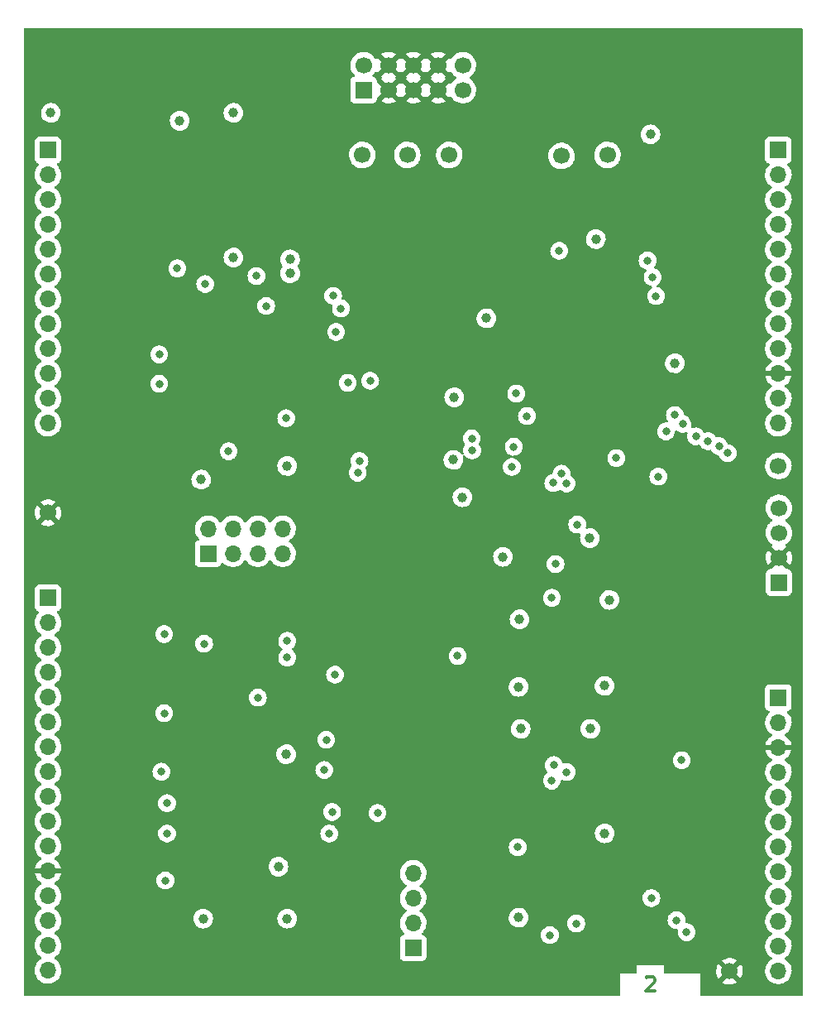
<source format=gbr>
%TF.GenerationSoftware,KiCad,Pcbnew,(6.0.11)*%
%TF.CreationDate,2023-05-22T16:20:36+01:00*%
%TF.ProjectId,Quango_Components,5175616e-676f-45f4-936f-6d706f6e656e,rev?*%
%TF.SameCoordinates,Original*%
%TF.FileFunction,Copper,L2,Inr*%
%TF.FilePolarity,Positive*%
%FSLAX46Y46*%
G04 Gerber Fmt 4.6, Leading zero omitted, Abs format (unit mm)*
G04 Created by KiCad (PCBNEW (6.0.11)) date 2023-05-22 16:20:36*
%MOMM*%
%LPD*%
G01*
G04 APERTURE LIST*
%ADD10C,0.300000*%
%TA.AperFunction,NonConductor*%
%ADD11C,0.300000*%
%TD*%
%TA.AperFunction,ComponentPad*%
%ADD12C,1.700000*%
%TD*%
%TA.AperFunction,ComponentPad*%
%ADD13R,1.700000X1.700000*%
%TD*%
%TA.AperFunction,ComponentPad*%
%ADD14O,1.700000X1.700000*%
%TD*%
%TA.AperFunction,ViaPad*%
%ADD15C,1.000000*%
%TD*%
%TA.AperFunction,ViaPad*%
%ADD16C,0.800000*%
%TD*%
G04 APERTURE END LIST*
D10*
%TO.C,FID1*%
D11*
X114371428Y-136671428D02*
X114442857Y-136600000D01*
X114585714Y-136528571D01*
X114942857Y-136528571D01*
X115085714Y-136600000D01*
X115157142Y-136671428D01*
X115228571Y-136814285D01*
X115228571Y-136957142D01*
X115157142Y-137171428D01*
X114300000Y-138028571D01*
X115228571Y-138028571D01*
%TD*%
D12*
%TO.N,+5V*%
%TO.C,TP3*%
X89900000Y-52500000D03*
%TD*%
D13*
%TO.N,+3.3V*%
%TO.C,J5*%
X127950000Y-96220000D03*
D12*
%TO.N,GND*%
X127950000Y-93680000D03*
%TO.N,/SWIO*%
X127950000Y-91140000D03*
%TO.N,/SWCLK*%
X127950000Y-88600000D03*
%TD*%
%TO.N,/-5V_REF*%
%TO.C,TP4*%
X94200000Y-52500000D03*
%TD*%
%TO.N,-12V*%
%TO.C,TP2*%
X105700000Y-52600000D03*
%TD*%
%TO.N,GND*%
%TO.C,TP7*%
X122900000Y-136000000D03*
%TD*%
%TO.N,+3.3V*%
%TO.C,TP5*%
X85300000Y-52500000D03*
%TD*%
%TO.N,+12V*%
%TO.C,TP1*%
X110400000Y-52500000D03*
%TD*%
D13*
%TO.N,/OpAmps/AudioB1_Out*%
%TO.C,J7*%
X69500000Y-93275000D03*
D14*
%TO.N,/OpAmps/AudioA1_Out*%
X69500000Y-90735000D03*
%TO.N,/OpAmps/AudioB2_Out*%
X72040000Y-93275000D03*
%TO.N,/OpAmps/AudioA2_Out*%
X72040000Y-90735000D03*
%TO.N,/OpAmps/AudioB3_Out*%
X74580000Y-93275000D03*
%TO.N,/OpAmps/AudioA3_Out*%
X74580000Y-90735000D03*
%TO.N,/OpAmps/AudioB4_Out*%
X77120000Y-93275000D03*
%TO.N,/OpAmps/AudioA4_Out*%
X77120000Y-90735000D03*
%TD*%
D13*
%TO.N,/Gate1_Out*%
%TO.C,J8*%
X90500000Y-133600000D03*
D14*
%TO.N,/Gate2_Out*%
X90500000Y-131060000D03*
%TO.N,/Gate3_Out*%
X90500000Y-128520000D03*
%TO.N,/Gate4_Out*%
X90500000Y-125980000D03*
%TD*%
D12*
%TO.N,Net-(U2-Pad81)*%
%TO.C,J9*%
X127900000Y-84300000D03*
%TD*%
%TO.N,GND*%
%TO.C,TP6*%
X53100000Y-89100000D03*
%TD*%
D13*
%TO.N,/-12V_IN*%
%TO.C,J6*%
X85420000Y-45862500D03*
D12*
X85420000Y-43322500D03*
%TO.N,GND*%
X87960000Y-45862500D03*
X87960000Y-43322500D03*
X90500000Y-45862500D03*
X90500000Y-43322500D03*
X93040000Y-45862500D03*
X93040000Y-43322500D03*
%TO.N,/+12V_IN*%
X95580000Y-45862500D03*
X95580000Y-43322500D03*
%TD*%
D13*
%TO.N,/AudioA4_In*%
%TO.C,J1*%
X53100000Y-52000000D03*
D14*
%TO.N,/AudioA3_In*%
X53100000Y-54540000D03*
%TO.N,/AudioA2_In*%
X53100000Y-57080000D03*
%TO.N,/AudioA1_In*%
X53100000Y-59620000D03*
%TO.N,/Env1_Attack*%
X53100000Y-62160000D03*
%TO.N,/Env1_Decay*%
X53100000Y-64700000D03*
%TO.N,/Env1_Sustain*%
X53100000Y-67240000D03*
%TO.N,/Env1_Release*%
X53100000Y-69780000D03*
%TO.N,/Env2_Attack*%
X53100000Y-72320000D03*
%TO.N,/Env2_Decay*%
X53100000Y-74860000D03*
%TO.N,/Env2_Sustain*%
X53100000Y-77400000D03*
%TO.N,/Env2_Release*%
X53100000Y-79940000D03*
%TD*%
D13*
%TO.N,/MIDI_IN*%
%TO.C,J3*%
X127900000Y-52000000D03*
D14*
%TO.N,/EnvA4_LED_Out*%
X127900000Y-54540000D03*
%TO.N,/EnvA3_LED_Out*%
X127900000Y-57080000D03*
%TO.N,/EnvA2_LED_Out*%
X127900000Y-59620000D03*
%TO.N,/EnvA1_LED_Out*%
X127900000Y-62160000D03*
%TO.N,/EnvB4_LED_Out*%
X127900000Y-64700000D03*
%TO.N,/EnvB2_LED_Out*%
X127900000Y-67240000D03*
%TO.N,/EnvB1_LED_Out*%
X127900000Y-69780000D03*
%TO.N,/EnvB3_LED_Out*%
X127900000Y-72320000D03*
%TO.N,GND*%
X127900000Y-74860000D03*
%TO.N,/ChannelA_Level*%
X127900000Y-77400000D03*
%TO.N,/ChannelB_Level*%
X127900000Y-79940000D03*
%TD*%
D13*
%TO.N,/Audio2_Out*%
%TO.C,J2*%
X53100000Y-97800000D03*
D14*
%TO.N,/Audio3_Out*%
X53100000Y-100340000D03*
%TO.N,/Audio4_Out*%
X53100000Y-102880000D03*
%TO.N,/Audio1_Out*%
X53100000Y-105420000D03*
%TO.N,/AudioB4_In*%
X53100000Y-107960000D03*
%TO.N,/AudioB3_In*%
X53100000Y-110500000D03*
%TO.N,/AudioB2_In*%
X53100000Y-113040000D03*
%TO.N,/AudioB1_In*%
X53100000Y-115580000D03*
%TO.N,/Calib_Btn1*%
X53100000Y-118120000D03*
%TO.N,/Calib_Btn2*%
X53100000Y-120660000D03*
%TO.N,+3.3VA*%
X53100000Y-123200000D03*
%TO.N,GND*%
X53100000Y-125740000D03*
%TO.N,/Gate4_Out*%
X53100000Y-128280000D03*
%TO.N,/Gate3_Out*%
X53100000Y-130820000D03*
%TO.N,/Gate2_Out*%
X53100000Y-133360000D03*
%TO.N,/Gate1_Out*%
X53100000Y-135900000D03*
%TD*%
D13*
%TO.N,/USB_DM*%
%TO.C,J4*%
X127900000Y-108000000D03*
D14*
%TO.N,/USB_DP*%
X127900000Y-110540000D03*
%TO.N,GND*%
X127900000Y-113080000D03*
%TO.N,+3.3VA*%
X127900000Y-115620000D03*
%TO.N,/CV_OUT_A2*%
X127900000Y-118160000D03*
%TO.N,/CV_OUT_A1*%
X127900000Y-120700000D03*
%TO.N,/CV_OUT_A4*%
X127900000Y-123240000D03*
%TO.N,/CV_OUT_A3*%
X127900000Y-125780000D03*
%TO.N,/CV_OUT_B2*%
X127900000Y-128320000D03*
%TO.N,/CV_OUT_B1*%
X127900000Y-130860000D03*
%TO.N,/CV_OUT_B4*%
X127900000Y-133400000D03*
%TO.N,/CV_OUT_B3*%
X127900000Y-135940000D03*
%TD*%
D15*
%TO.N,GND*%
X92500000Y-82050000D03*
X92450000Y-78800000D03*
X74550000Y-131150000D03*
D16*
X68950000Y-63200000D03*
D15*
X112650000Y-117350000D03*
X74350000Y-103200000D03*
X71950000Y-84932107D03*
X110300000Y-67650000D03*
X81700000Y-75250000D03*
X65250000Y-131250000D03*
X97150000Y-98950000D03*
X81500000Y-85000000D03*
X100428347Y-74781892D03*
X97300000Y-113050000D03*
X105700000Y-117400000D03*
X65100000Y-103050000D03*
X67550000Y-41500000D03*
X99300000Y-79500000D03*
X97500000Y-122600000D03*
X81800000Y-118350000D03*
D16*
X65000000Y-77450000D03*
D15*
X81650000Y-103200000D03*
D16*
X64950000Y-79650000D03*
D15*
X69900000Y-113300000D03*
X113700000Y-106250000D03*
X99900000Y-86000000D03*
D16*
X70450000Y-79550000D03*
D15*
X72100000Y-103100000D03*
X108400000Y-86450000D03*
X101200000Y-116900000D03*
X72100000Y-40750000D03*
X81400000Y-125150000D03*
D16*
X106100000Y-98950000D03*
D15*
X92450000Y-86500000D03*
X97150000Y-95950000D03*
X81600000Y-131300000D03*
X97350000Y-115300000D03*
X112400000Y-47350000D03*
X74400000Y-85000000D03*
X59750000Y-49600000D03*
X81750000Y-53500000D03*
X64900000Y-120350000D03*
X107550000Y-53750000D03*
X97650000Y-71700000D03*
X107750000Y-48400000D03*
X118700000Y-75000000D03*
X103900000Y-56650000D03*
D16*
X71866054Y-131316054D03*
D15*
X114450000Y-91750000D03*
X110600000Y-76350000D03*
X97450000Y-106200000D03*
X97350000Y-131300000D03*
X55300000Y-48450000D03*
X64850000Y-124150000D03*
X113900000Y-99200000D03*
X114100000Y-112800000D03*
X113850000Y-122600000D03*
X106800000Y-94450000D03*
X64850000Y-117100000D03*
X125300000Y-48300000D03*
X81650000Y-79450000D03*
X70800000Y-125150000D03*
X119200000Y-79400000D03*
X69550000Y-54300000D03*
X122100000Y-41150000D03*
X87800000Y-58350000D03*
X118700000Y-77500000D03*
%TO.N,+3.3V*%
X98000000Y-69200000D03*
X109200000Y-61100000D03*
X77899998Y-64600001D03*
X108600000Y-91700000D03*
X117300000Y-73800000D03*
X95549500Y-87500000D03*
X99700000Y-93600000D03*
%TO.N,+3.3VA*%
X101399999Y-99999999D03*
X94703721Y-77296279D03*
X94618452Y-83684473D03*
X110600000Y-98000000D03*
X114800000Y-50400000D03*
%TO.N,+12V*%
X68800000Y-85700000D03*
D16*
X75450000Y-67950000D03*
X77600000Y-103900000D03*
D15*
X101300000Y-130500000D03*
D16*
X101200000Y-123300000D03*
D15*
X66600000Y-49000000D03*
X77500000Y-113800000D03*
X69000000Y-130600000D03*
X72100000Y-63000000D03*
X101300000Y-106900000D03*
%TO.N,-12V*%
X110100000Y-106800000D03*
X77885368Y-63185369D03*
D16*
X77500000Y-79424500D03*
X107200000Y-131100000D03*
D15*
X77599500Y-130600000D03*
X110110732Y-121881506D03*
X76700000Y-125300000D03*
D16*
X69100000Y-102500000D03*
D15*
X72100000Y-48200000D03*
X77600000Y-84300000D03*
%TO.N,+5V*%
X108633979Y-111200001D03*
X101500000Y-111200000D03*
X53400000Y-48200000D03*
D16*
%TO.N,/EnvB1_LED*%
X115024500Y-65005846D03*
X105700000Y-85100000D03*
%TO.N,/EnvB2_LED*%
X104850000Y-86050000D03*
X114500000Y-63300000D03*
%TO.N,/EnvB3_LED*%
X106200000Y-86100000D03*
X115375500Y-66925000D03*
%TO.N,/Audio1_Out*%
X65000000Y-109600000D03*
%TO.N,/Audio2_Out*%
X65000000Y-101500000D03*
%TO.N,/Audio3_Out*%
X77600000Y-102200000D03*
%TO.N,/Audio4_Out*%
X74600000Y-108000000D03*
%TO.N,/AudioB1_In*%
X64719999Y-115580001D03*
%TO.N,/AudioB2_In*%
X65124500Y-126700000D03*
%TO.N,/AudioB4_In*%
X81600000Y-112324500D03*
%TO.N,/Env1_Attack*%
X101050000Y-76900000D03*
%TO.N,/Env1_Decay*%
X102150000Y-79200000D03*
%TO.N,/Env1_Sustain*%
X96500000Y-81500000D03*
%TO.N,/Env1_Release*%
X100800000Y-82350000D03*
%TO.N,/Env2_Attack*%
X96539677Y-82712567D03*
%TO.N,/Env2_Decay*%
X100600000Y-84400000D03*
%TO.N,/Env2_Sustain*%
X85000000Y-83800000D03*
%TO.N,/Env2_Release*%
X84824500Y-85000000D03*
%TO.N,/MIDI_UART*%
X111300000Y-83500000D03*
X105449999Y-62300001D03*
%TO.N,/EnvA1_DAC*%
X86100000Y-75600000D03*
X64500000Y-72900000D03*
%TO.N,/EnvA2_DAC*%
X64500000Y-75900000D03*
X83800000Y-75800000D03*
%TO.N,/EnvB3_DAC*%
X86846724Y-119806679D03*
X82200000Y-119700000D03*
%TO.N,/EnvB1_DAC*%
X107300000Y-90300000D03*
X65300000Y-118800000D03*
%TO.N,/EnvB2_DAC*%
X65300000Y-121900000D03*
X81900000Y-121900000D03*
%TO.N,/EnvB4_DAC*%
X81400000Y-115400000D03*
X95050000Y-103750000D03*
%TO.N,/OpAmps/AudioA2_Out*%
X71600000Y-82800000D03*
%TO.N,/OpAmps/AudioB4_Out*%
X82500000Y-105650000D03*
%TO.N,/MultiplexerA1*%
X69200000Y-65700000D03*
X82600000Y-70600000D03*
%TO.N,/MultiplexerA2*%
X82300000Y-66900000D03*
X66350000Y-64100000D03*
%TO.N,/MultiplexerA0*%
X83100000Y-68200000D03*
X74450501Y-64875001D03*
%TO.N,/SPI2_NSS*%
X104700000Y-97800000D03*
X105070917Y-94349500D03*
%TO.N,/SPI1_NSS*%
X115600000Y-85400000D03*
X104900000Y-114900000D03*
%TO.N,/SPI1_SCK*%
X116402485Y-80775500D03*
X106200500Y-115625000D03*
%TO.N,/SPI1_MISO*%
X118100000Y-80000000D03*
X118000000Y-114400000D03*
%TO.N,/SPI1_MOSI*%
X117300000Y-79100000D03*
X104700000Y-116500000D03*
%TO.N,/Gate1*%
X122700000Y-83000000D03*
X118500002Y-132000000D03*
%TO.N,/Gate2*%
X121820209Y-82275500D03*
X117462299Y-130762299D03*
%TO.N,/Gate3*%
X104500000Y-132300000D03*
X120700000Y-81775500D03*
%TO.N,/Gate4*%
X119460253Y-81275500D03*
X114900000Y-128500000D03*
%TD*%
%TA.AperFunction,Conductor*%
%TO.N,GND*%
G36*
X130333621Y-39528502D02*
G01*
X130380114Y-39582158D01*
X130391500Y-39634500D01*
X130391500Y-138365500D01*
X130371498Y-138433621D01*
X130317842Y-138480114D01*
X130265500Y-138491500D01*
X120026000Y-138491500D01*
X119957879Y-138471498D01*
X119911386Y-138417842D01*
X119900000Y-138365500D01*
X119900000Y-137124853D01*
X122139977Y-137124853D01*
X122145258Y-137131907D01*
X122306756Y-137226279D01*
X122316042Y-137230729D01*
X122515001Y-137306703D01*
X122524899Y-137309579D01*
X122733595Y-137352038D01*
X122743823Y-137353257D01*
X122956650Y-137361062D01*
X122966936Y-137360595D01*
X123178185Y-137333534D01*
X123188262Y-137331392D01*
X123392255Y-137270191D01*
X123401842Y-137266433D01*
X123593098Y-137172738D01*
X123601944Y-137167465D01*
X123649247Y-137133723D01*
X123657648Y-137123023D01*
X123650660Y-137109870D01*
X122912812Y-136372022D01*
X122898868Y-136364408D01*
X122897035Y-136364539D01*
X122890420Y-136368790D01*
X122146737Y-137112473D01*
X122139977Y-137124853D01*
X119900000Y-137124853D01*
X119900000Y-136250000D01*
X116298786Y-136250000D01*
X116230665Y-136229998D01*
X116184172Y-136176342D01*
X116172786Y-136124000D01*
X116172786Y-135971863D01*
X121538050Y-135971863D01*
X121550309Y-136184477D01*
X121551745Y-136194697D01*
X121598565Y-136402446D01*
X121601645Y-136412275D01*
X121681770Y-136609603D01*
X121686413Y-136618794D01*
X121766460Y-136749420D01*
X121776916Y-136758880D01*
X121785694Y-136755096D01*
X122527978Y-136012812D01*
X122534356Y-136001132D01*
X123264408Y-136001132D01*
X123264539Y-136002965D01*
X123268790Y-136009580D01*
X124010474Y-136751264D01*
X124022484Y-136757823D01*
X124034223Y-136748855D01*
X124065004Y-136706019D01*
X124070315Y-136697180D01*
X124164670Y-136506267D01*
X124168469Y-136496672D01*
X124230376Y-136292915D01*
X124232555Y-136282834D01*
X124260590Y-136069887D01*
X124261109Y-136063212D01*
X124262572Y-136003364D01*
X124262378Y-135996646D01*
X124254983Y-135906695D01*
X126537251Y-135906695D01*
X126537548Y-135911848D01*
X126537548Y-135911851D01*
X126546660Y-136069887D01*
X126550110Y-136129715D01*
X126551247Y-136134761D01*
X126551248Y-136134767D01*
X126571119Y-136222939D01*
X126599222Y-136347639D01*
X126683266Y-136554616D01*
X126685965Y-136559020D01*
X126776046Y-136706019D01*
X126799987Y-136745088D01*
X126803367Y-136748990D01*
X126805337Y-136751264D01*
X126946250Y-136913938D01*
X127118126Y-137056632D01*
X127311000Y-137169338D01*
X127315825Y-137171180D01*
X127315826Y-137171181D01*
X127388612Y-137198975D01*
X127519692Y-137249030D01*
X127524760Y-137250061D01*
X127524763Y-137250062D01*
X127581298Y-137261564D01*
X127738597Y-137293567D01*
X127743772Y-137293757D01*
X127743774Y-137293757D01*
X127956673Y-137301564D01*
X127956677Y-137301564D01*
X127961837Y-137301753D01*
X127966957Y-137301097D01*
X127966959Y-137301097D01*
X128178288Y-137274025D01*
X128178289Y-137274025D01*
X128183416Y-137273368D01*
X128188366Y-137271883D01*
X128392429Y-137210661D01*
X128392434Y-137210659D01*
X128397384Y-137209174D01*
X128597994Y-137110896D01*
X128779860Y-136981173D01*
X128938096Y-136823489D01*
X128964218Y-136787137D01*
X129065435Y-136646277D01*
X129068453Y-136642077D01*
X129086147Y-136606277D01*
X129165136Y-136446453D01*
X129165137Y-136446451D01*
X129167430Y-136441811D01*
X129232370Y-136228069D01*
X129261529Y-136006590D01*
X129261618Y-136002965D01*
X129263074Y-135943365D01*
X129263074Y-135943361D01*
X129263156Y-135940000D01*
X129244852Y-135717361D01*
X129190431Y-135500702D01*
X129101354Y-135295840D01*
X128980014Y-135108277D01*
X128829670Y-134943051D01*
X128825619Y-134939852D01*
X128825615Y-134939848D01*
X128658414Y-134807800D01*
X128658410Y-134807798D01*
X128654359Y-134804598D01*
X128613053Y-134781796D01*
X128563084Y-134731364D01*
X128548312Y-134661921D01*
X128573428Y-134595516D01*
X128600780Y-134568909D01*
X128656858Y-134528909D01*
X128779860Y-134441173D01*
X128938096Y-134283489D01*
X128964218Y-134247137D01*
X129065435Y-134106277D01*
X129068453Y-134102077D01*
X129086147Y-134066277D01*
X129165136Y-133906453D01*
X129165137Y-133906451D01*
X129167430Y-133901811D01*
X129232370Y-133688069D01*
X129261529Y-133466590D01*
X129262425Y-133429908D01*
X129263074Y-133403365D01*
X129263074Y-133403361D01*
X129263156Y-133400000D01*
X129244852Y-133177361D01*
X129190431Y-132960702D01*
X129101354Y-132755840D01*
X128980014Y-132568277D01*
X128829670Y-132403051D01*
X128825619Y-132399852D01*
X128825615Y-132399848D01*
X128658414Y-132267800D01*
X128658410Y-132267798D01*
X128654359Y-132264598D01*
X128613053Y-132241796D01*
X128563084Y-132191364D01*
X128548312Y-132121921D01*
X128573428Y-132055516D01*
X128600780Y-132028909D01*
X128656858Y-131988909D01*
X128779860Y-131901173D01*
X128938096Y-131743489D01*
X128964218Y-131707137D01*
X129065435Y-131566277D01*
X129068453Y-131562077D01*
X129084046Y-131530528D01*
X129165136Y-131366453D01*
X129165137Y-131366451D01*
X129167430Y-131361811D01*
X129232370Y-131148069D01*
X129261529Y-130926590D01*
X129262425Y-130889908D01*
X129263074Y-130863365D01*
X129263074Y-130863361D01*
X129263156Y-130860000D01*
X129244852Y-130637361D01*
X129190431Y-130420702D01*
X129101354Y-130215840D01*
X129004981Y-130066870D01*
X128982822Y-130032617D01*
X128982820Y-130032614D01*
X128980014Y-130028277D01*
X128829670Y-129863051D01*
X128825619Y-129859852D01*
X128825615Y-129859848D01*
X128658412Y-129727799D01*
X128654359Y-129724598D01*
X128613053Y-129701796D01*
X128563084Y-129651364D01*
X128548312Y-129581921D01*
X128573428Y-129515516D01*
X128600780Y-129488909D01*
X128656858Y-129448909D01*
X128779860Y-129361173D01*
X128938096Y-129203489D01*
X128964218Y-129167137D01*
X129065435Y-129026277D01*
X129068453Y-129022077D01*
X129086147Y-128986277D01*
X129165136Y-128826453D01*
X129165137Y-128826451D01*
X129167430Y-128821811D01*
X129232370Y-128608069D01*
X129261529Y-128386590D01*
X129262425Y-128349908D01*
X129263074Y-128323365D01*
X129263074Y-128323361D01*
X129263156Y-128320000D01*
X129244852Y-128097361D01*
X129190431Y-127880702D01*
X129101354Y-127675840D01*
X129046792Y-127591500D01*
X128982822Y-127492617D01*
X128982820Y-127492614D01*
X128980014Y-127488277D01*
X128829670Y-127323051D01*
X128825619Y-127319852D01*
X128825615Y-127319848D01*
X128658414Y-127187800D01*
X128658410Y-127187798D01*
X128654359Y-127184598D01*
X128613053Y-127161796D01*
X128563084Y-127111364D01*
X128548312Y-127041921D01*
X128573428Y-126975516D01*
X128600780Y-126948909D01*
X128657234Y-126908641D01*
X128779860Y-126821173D01*
X128938096Y-126663489D01*
X128984422Y-126599020D01*
X129065435Y-126486277D01*
X129068453Y-126482077D01*
X129086274Y-126446020D01*
X129165136Y-126286453D01*
X129165137Y-126286451D01*
X129167430Y-126281811D01*
X129206922Y-126151829D01*
X129230865Y-126073023D01*
X129230865Y-126073021D01*
X129232370Y-126068069D01*
X129261529Y-125846590D01*
X129261905Y-125831206D01*
X129263074Y-125783365D01*
X129263074Y-125783361D01*
X129263156Y-125780000D01*
X129244852Y-125557361D01*
X129190431Y-125340702D01*
X129101354Y-125135840D01*
X129004981Y-124986870D01*
X128982822Y-124952617D01*
X128982820Y-124952614D01*
X128980014Y-124948277D01*
X128829670Y-124783051D01*
X128825619Y-124779852D01*
X128825615Y-124779848D01*
X128658414Y-124647800D01*
X128658410Y-124647798D01*
X128654359Y-124644598D01*
X128613053Y-124621796D01*
X128563084Y-124571364D01*
X128548312Y-124501921D01*
X128573428Y-124435516D01*
X128600780Y-124408909D01*
X128663768Y-124363980D01*
X128779860Y-124281173D01*
X128938096Y-124123489D01*
X128959428Y-124093803D01*
X129065435Y-123946277D01*
X129068453Y-123942077D01*
X129086147Y-123906277D01*
X129165136Y-123746453D01*
X129165137Y-123746451D01*
X129167430Y-123741811D01*
X129232370Y-123528069D01*
X129261529Y-123306590D01*
X129261690Y-123300000D01*
X129263074Y-123243365D01*
X129263074Y-123243361D01*
X129263156Y-123240000D01*
X129244852Y-123017361D01*
X129190431Y-122800702D01*
X129101354Y-122595840D01*
X128997489Y-122435289D01*
X128982822Y-122412617D01*
X128982820Y-122412614D01*
X128980014Y-122408277D01*
X128829670Y-122243051D01*
X128825619Y-122239852D01*
X128825615Y-122239848D01*
X128658414Y-122107800D01*
X128658410Y-122107798D01*
X128654359Y-122104598D01*
X128613053Y-122081796D01*
X128563084Y-122031364D01*
X128548312Y-121961921D01*
X128573428Y-121895516D01*
X128600780Y-121868909D01*
X128656858Y-121828909D01*
X128779860Y-121741173D01*
X128842482Y-121678770D01*
X128934435Y-121587137D01*
X128938096Y-121583489D01*
X128964218Y-121547137D01*
X129065435Y-121406277D01*
X129068453Y-121402077D01*
X129084913Y-121368774D01*
X129165136Y-121206453D01*
X129165137Y-121206451D01*
X129167430Y-121201811D01*
X129232370Y-120988069D01*
X129261529Y-120766590D01*
X129262425Y-120729908D01*
X129263074Y-120703365D01*
X129263074Y-120703361D01*
X129263156Y-120700000D01*
X129244852Y-120477361D01*
X129190431Y-120260702D01*
X129101354Y-120055840D01*
X128980014Y-119868277D01*
X128829670Y-119703051D01*
X128825619Y-119699852D01*
X128825615Y-119699848D01*
X128658414Y-119567800D01*
X128658410Y-119567798D01*
X128654359Y-119564598D01*
X128613053Y-119541796D01*
X128563084Y-119491364D01*
X128548312Y-119421921D01*
X128573428Y-119355516D01*
X128600780Y-119328909D01*
X128656858Y-119288909D01*
X128779860Y-119201173D01*
X128812373Y-119168774D01*
X128934435Y-119047137D01*
X128938096Y-119043489D01*
X128955376Y-119019442D01*
X129065435Y-118866277D01*
X129068453Y-118862077D01*
X129082384Y-118833891D01*
X129165136Y-118666453D01*
X129165137Y-118666451D01*
X129167430Y-118661811D01*
X129232370Y-118448069D01*
X129261529Y-118226590D01*
X129262425Y-118189908D01*
X129263074Y-118163365D01*
X129263074Y-118163361D01*
X129263156Y-118160000D01*
X129244852Y-117937361D01*
X129190431Y-117720702D01*
X129101354Y-117515840D01*
X128980014Y-117328277D01*
X128829670Y-117163051D01*
X128825619Y-117159852D01*
X128825615Y-117159848D01*
X128658414Y-117027800D01*
X128658410Y-117027798D01*
X128654359Y-117024598D01*
X128613053Y-117001796D01*
X128563084Y-116951364D01*
X128548312Y-116881921D01*
X128573428Y-116815516D01*
X128600780Y-116788909D01*
X128656858Y-116748909D01*
X128779860Y-116661173D01*
X128938096Y-116503489D01*
X128945321Y-116493435D01*
X129065435Y-116326277D01*
X129068453Y-116322077D01*
X129075535Y-116307749D01*
X129165136Y-116126453D01*
X129165137Y-116126451D01*
X129167430Y-116121811D01*
X129232370Y-115908069D01*
X129261529Y-115686590D01*
X129261611Y-115683240D01*
X129263074Y-115623365D01*
X129263074Y-115623361D01*
X129263156Y-115620000D01*
X129244852Y-115397361D01*
X129190431Y-115180702D01*
X129101354Y-114975840D01*
X129007780Y-114831197D01*
X128982822Y-114792617D01*
X128982820Y-114792614D01*
X128980014Y-114788277D01*
X128829670Y-114623051D01*
X128825619Y-114619852D01*
X128825615Y-114619848D01*
X128658414Y-114487800D01*
X128658410Y-114487798D01*
X128654359Y-114484598D01*
X128612569Y-114461529D01*
X128562598Y-114411097D01*
X128547826Y-114341654D01*
X128572942Y-114275248D01*
X128600294Y-114248641D01*
X128775328Y-114123792D01*
X128783200Y-114117139D01*
X128934052Y-113966812D01*
X128940730Y-113958965D01*
X129065003Y-113786020D01*
X129070313Y-113777183D01*
X129164670Y-113586267D01*
X129168469Y-113576672D01*
X129230377Y-113372910D01*
X129232555Y-113362837D01*
X129233986Y-113351962D01*
X129231775Y-113337778D01*
X129218617Y-113334000D01*
X126583225Y-113334000D01*
X126569694Y-113337973D01*
X126568257Y-113347966D01*
X126598565Y-113482446D01*
X126601645Y-113492275D01*
X126681770Y-113689603D01*
X126686413Y-113698794D01*
X126797694Y-113880388D01*
X126803777Y-113888699D01*
X126943213Y-114049667D01*
X126950580Y-114056883D01*
X127114434Y-114192916D01*
X127122881Y-114198831D01*
X127191969Y-114239203D01*
X127240693Y-114290842D01*
X127253764Y-114360625D01*
X127227033Y-114426396D01*
X127186584Y-114459752D01*
X127173607Y-114466507D01*
X127169474Y-114469610D01*
X127169471Y-114469612D01*
X126999100Y-114597530D01*
X126994965Y-114600635D01*
X126991393Y-114604373D01*
X126857200Y-114744798D01*
X126840629Y-114762138D01*
X126837715Y-114766410D01*
X126837714Y-114766411D01*
X126789041Y-114837763D01*
X126714743Y-114946680D01*
X126699003Y-114980590D01*
X126641435Y-115104610D01*
X126620688Y-115149305D01*
X126560989Y-115364570D01*
X126537251Y-115586695D01*
X126537548Y-115591848D01*
X126537548Y-115591851D01*
X126543011Y-115686590D01*
X126550110Y-115809715D01*
X126551247Y-115814761D01*
X126551248Y-115814767D01*
X126563261Y-115868069D01*
X126599222Y-116027639D01*
X126651435Y-116156226D01*
X126664028Y-116187237D01*
X126683266Y-116234616D01*
X126702565Y-116266109D01*
X126796136Y-116418803D01*
X126799987Y-116425088D01*
X126946250Y-116593938D01*
X127118126Y-116736632D01*
X127122993Y-116739476D01*
X127191445Y-116779476D01*
X127240169Y-116831114D01*
X127253240Y-116900897D01*
X127226509Y-116966669D01*
X127186055Y-117000027D01*
X127173607Y-117006507D01*
X127169474Y-117009610D01*
X127169471Y-117009612D01*
X127013298Y-117126870D01*
X126994965Y-117140635D01*
X126991393Y-117144373D01*
X126874771Y-117266411D01*
X126840629Y-117302138D01*
X126714743Y-117486680D01*
X126699003Y-117520590D01*
X126641435Y-117644610D01*
X126620688Y-117689305D01*
X126560989Y-117904570D01*
X126537251Y-118126695D01*
X126537548Y-118131848D01*
X126537548Y-118131851D01*
X126543011Y-118226590D01*
X126550110Y-118349715D01*
X126551247Y-118354761D01*
X126551248Y-118354767D01*
X126569269Y-118434729D01*
X126599222Y-118567639D01*
X126683266Y-118774616D01*
X126799987Y-118965088D01*
X126946250Y-119133938D01*
X127093610Y-119256279D01*
X127109819Y-119269735D01*
X127118126Y-119276632D01*
X127122993Y-119279476D01*
X127191445Y-119319476D01*
X127240169Y-119371114D01*
X127253240Y-119440897D01*
X127226509Y-119506669D01*
X127186055Y-119540027D01*
X127173607Y-119546507D01*
X127169474Y-119549610D01*
X127169471Y-119549612D01*
X127008908Y-119670166D01*
X126994965Y-119680635D01*
X126991393Y-119684373D01*
X126874771Y-119806411D01*
X126840629Y-119842138D01*
X126714743Y-120026680D01*
X126691256Y-120077279D01*
X126641435Y-120184610D01*
X126620688Y-120229305D01*
X126560989Y-120444570D01*
X126537251Y-120666695D01*
X126537548Y-120671848D01*
X126537548Y-120671851D01*
X126543011Y-120766590D01*
X126550110Y-120889715D01*
X126551247Y-120894761D01*
X126551248Y-120894767D01*
X126564377Y-120953023D01*
X126599222Y-121107639D01*
X126683266Y-121314616D01*
X126690335Y-121326151D01*
X126794012Y-121495337D01*
X126799987Y-121505088D01*
X126946250Y-121673938D01*
X127118126Y-121816632D01*
X127122993Y-121819476D01*
X127191445Y-121859476D01*
X127240169Y-121911114D01*
X127253240Y-121980897D01*
X127226509Y-122046669D01*
X127186055Y-122080027D01*
X127173607Y-122086507D01*
X127169474Y-122089610D01*
X127169471Y-122089612D01*
X127013298Y-122206870D01*
X126994965Y-122220635D01*
X126991393Y-122224373D01*
X126874771Y-122346411D01*
X126840629Y-122382138D01*
X126837715Y-122386410D01*
X126837714Y-122386411D01*
X126804372Y-122435289D01*
X126714743Y-122566680D01*
X126687187Y-122626045D01*
X126623589Y-122763056D01*
X126620688Y-122769305D01*
X126560989Y-122984570D01*
X126537251Y-123206695D01*
X126537548Y-123211848D01*
X126537548Y-123211851D01*
X126543009Y-123306565D01*
X126550110Y-123429715D01*
X126551247Y-123434761D01*
X126551248Y-123434767D01*
X126571119Y-123522939D01*
X126599222Y-123647639D01*
X126683266Y-123854616D01*
X126799987Y-124045088D01*
X126946250Y-124213938D01*
X127118126Y-124356632D01*
X127142536Y-124370896D01*
X127191445Y-124399476D01*
X127240169Y-124451114D01*
X127253240Y-124520897D01*
X127226509Y-124586669D01*
X127186055Y-124620027D01*
X127180669Y-124622831D01*
X127173607Y-124626507D01*
X127169474Y-124629610D01*
X127169471Y-124629612D01*
X127012805Y-124747240D01*
X126994965Y-124760635D01*
X126991393Y-124764373D01*
X126861033Y-124900787D01*
X126840629Y-124922138D01*
X126714743Y-125106680D01*
X126693420Y-125152617D01*
X126623893Y-125302401D01*
X126620688Y-125309305D01*
X126560989Y-125524570D01*
X126537251Y-125746695D01*
X126537548Y-125751848D01*
X126537548Y-125751851D01*
X126544867Y-125878784D01*
X126550110Y-125969715D01*
X126551247Y-125974761D01*
X126551248Y-125974767D01*
X126571119Y-126062939D01*
X126599222Y-126187639D01*
X126683266Y-126394616D01*
X126799987Y-126585088D01*
X126946250Y-126753938D01*
X127118126Y-126896632D01*
X127138677Y-126908641D01*
X127191445Y-126939476D01*
X127240169Y-126991114D01*
X127253240Y-127060897D01*
X127226509Y-127126669D01*
X127186055Y-127160027D01*
X127173607Y-127166507D01*
X127169474Y-127169610D01*
X127169471Y-127169612D01*
X127013298Y-127286870D01*
X126994965Y-127300635D01*
X126991393Y-127304373D01*
X126874771Y-127426411D01*
X126840629Y-127462138D01*
X126837715Y-127466410D01*
X126837714Y-127466411D01*
X126816486Y-127497530D01*
X126714743Y-127646680D01*
X126667715Y-127747993D01*
X126623893Y-127842401D01*
X126620688Y-127849305D01*
X126560989Y-128064570D01*
X126537251Y-128286695D01*
X126537548Y-128291848D01*
X126537548Y-128291851D01*
X126543011Y-128386590D01*
X126550110Y-128509715D01*
X126551247Y-128514761D01*
X126551248Y-128514767D01*
X126571119Y-128602939D01*
X126599222Y-128727639D01*
X126683266Y-128934616D01*
X126799987Y-129125088D01*
X126946250Y-129293938D01*
X127118126Y-129436632D01*
X127122993Y-129439476D01*
X127191445Y-129479476D01*
X127240169Y-129531114D01*
X127253240Y-129600897D01*
X127226509Y-129666669D01*
X127186055Y-129700027D01*
X127173607Y-129706507D01*
X127169474Y-129709610D01*
X127169471Y-129709612D01*
X127013298Y-129826870D01*
X126994965Y-129840635D01*
X126961200Y-129875968D01*
X126874771Y-129966411D01*
X126840629Y-130002138D01*
X126837715Y-130006410D01*
X126837714Y-130006411D01*
X126752556Y-130131249D01*
X126714743Y-130186680D01*
X126669831Y-130283436D01*
X126623893Y-130382401D01*
X126620688Y-130389305D01*
X126560989Y-130604570D01*
X126537251Y-130826695D01*
X126537548Y-130831848D01*
X126537548Y-130831851D01*
X126544851Y-130958505D01*
X126550110Y-131049715D01*
X126551247Y-131054761D01*
X126551248Y-131054767D01*
X126568475Y-131131206D01*
X126599222Y-131267639D01*
X126660673Y-131418976D01*
X126675555Y-131455625D01*
X126683266Y-131474616D01*
X126709507Y-131517438D01*
X126790345Y-131649353D01*
X126799987Y-131665088D01*
X126946250Y-131833938D01*
X127118126Y-131976632D01*
X127170314Y-132007128D01*
X127191445Y-132019476D01*
X127240169Y-132071114D01*
X127253240Y-132140897D01*
X127226509Y-132206669D01*
X127186055Y-132240027D01*
X127173607Y-132246507D01*
X127169474Y-132249610D01*
X127169471Y-132249612D01*
X126999100Y-132377530D01*
X126994965Y-132380635D01*
X126991393Y-132384373D01*
X126845593Y-132536944D01*
X126840629Y-132542138D01*
X126714743Y-132726680D01*
X126684832Y-132791118D01*
X126641435Y-132884610D01*
X126620688Y-132929305D01*
X126560989Y-133144570D01*
X126537251Y-133366695D01*
X126537548Y-133371848D01*
X126537548Y-133371851D01*
X126543011Y-133466590D01*
X126550110Y-133589715D01*
X126551247Y-133594761D01*
X126551248Y-133594767D01*
X126563261Y-133648069D01*
X126599222Y-133807639D01*
X126683266Y-134014616D01*
X126799987Y-134205088D01*
X126946250Y-134373938D01*
X127118126Y-134516632D01*
X127122993Y-134519476D01*
X127191445Y-134559476D01*
X127240169Y-134611114D01*
X127253240Y-134680897D01*
X127226509Y-134746669D01*
X127186055Y-134780027D01*
X127173607Y-134786507D01*
X127169474Y-134789610D01*
X127169471Y-134789612D01*
X127017431Y-134903767D01*
X126994965Y-134920635D01*
X126965236Y-134951745D01*
X126874771Y-135046411D01*
X126840629Y-135082138D01*
X126714743Y-135266680D01*
X126699003Y-135300590D01*
X126641435Y-135424610D01*
X126620688Y-135469305D01*
X126560989Y-135684570D01*
X126537251Y-135906695D01*
X124254983Y-135906695D01*
X124244781Y-135782604D01*
X124243096Y-135772424D01*
X124191214Y-135565875D01*
X124187894Y-135556124D01*
X124102972Y-135360814D01*
X124098105Y-135351739D01*
X124033063Y-135251197D01*
X124022377Y-135241995D01*
X124012812Y-135246398D01*
X123272022Y-135987188D01*
X123264408Y-136001132D01*
X122534356Y-136001132D01*
X122535592Y-135998868D01*
X122535461Y-135997035D01*
X122531210Y-135990420D01*
X121789849Y-135249059D01*
X121778313Y-135242759D01*
X121766031Y-135252382D01*
X121718089Y-135322662D01*
X121713004Y-135331613D01*
X121623338Y-135524783D01*
X121619775Y-135534470D01*
X121562864Y-135739681D01*
X121560933Y-135749800D01*
X121538302Y-135961574D01*
X121538050Y-135971863D01*
X116172786Y-135971863D01*
X116172786Y-135409000D01*
X113427215Y-135409000D01*
X113427215Y-136124000D01*
X113407213Y-136192121D01*
X113353557Y-136238614D01*
X113301215Y-136250000D01*
X111700000Y-136250000D01*
X111700000Y-138365500D01*
X111679998Y-138433621D01*
X111626342Y-138480114D01*
X111574000Y-138491500D01*
X50734500Y-138491500D01*
X50666379Y-138471498D01*
X50619886Y-138417842D01*
X50608500Y-138365500D01*
X50608500Y-135866695D01*
X51737251Y-135866695D01*
X51737548Y-135871848D01*
X51737548Y-135871851D01*
X51745508Y-136009908D01*
X51750110Y-136089715D01*
X51751247Y-136094761D01*
X51751248Y-136094767D01*
X51773392Y-136193023D01*
X51799222Y-136307639D01*
X51883266Y-136514616D01*
X51999987Y-136705088D01*
X52146250Y-136873938D01*
X52318126Y-137016632D01*
X52511000Y-137129338D01*
X52515825Y-137131180D01*
X52515826Y-137131181D01*
X52522483Y-137133723D01*
X52719692Y-137209030D01*
X52724760Y-137210061D01*
X52724763Y-137210062D01*
X52804473Y-137226279D01*
X52938597Y-137253567D01*
X52943772Y-137253757D01*
X52943774Y-137253757D01*
X53156673Y-137261564D01*
X53156677Y-137261564D01*
X53161837Y-137261753D01*
X53166957Y-137261097D01*
X53166959Y-137261097D01*
X53378288Y-137234025D01*
X53378289Y-137234025D01*
X53383416Y-137233368D01*
X53459102Y-137210661D01*
X53592429Y-137170661D01*
X53592434Y-137170659D01*
X53597384Y-137169174D01*
X53797994Y-137070896D01*
X53979860Y-136941173D01*
X54007191Y-136913938D01*
X54134435Y-136787137D01*
X54138096Y-136783489D01*
X54197594Y-136700689D01*
X54265435Y-136606277D01*
X54268453Y-136602077D01*
X54294276Y-136549829D01*
X54365136Y-136406453D01*
X54365137Y-136406451D01*
X54367430Y-136401811D01*
X54432370Y-136188069D01*
X54461529Y-135966590D01*
X54461652Y-135961574D01*
X54463074Y-135903365D01*
X54463074Y-135903361D01*
X54463156Y-135900000D01*
X54444852Y-135677361D01*
X54390431Y-135460702D01*
X54301354Y-135255840D01*
X54203420Y-135104457D01*
X54182822Y-135072617D01*
X54182820Y-135072614D01*
X54180014Y-135068277D01*
X54029670Y-134903051D01*
X54025619Y-134899852D01*
X54025615Y-134899848D01*
X53858414Y-134767800D01*
X53858410Y-134767798D01*
X53854359Y-134764598D01*
X53813053Y-134741796D01*
X53763084Y-134691364D01*
X53748312Y-134621921D01*
X53773428Y-134555516D01*
X53800780Y-134528909D01*
X53848715Y-134494717D01*
X53979860Y-134401173D01*
X54007191Y-134373938D01*
X54134435Y-134247137D01*
X54138096Y-134243489D01*
X54197594Y-134160689D01*
X54265435Y-134066277D01*
X54268453Y-134062077D01*
X54294276Y-134009829D01*
X54365136Y-133866453D01*
X54365137Y-133866451D01*
X54367430Y-133861811D01*
X54432370Y-133648069D01*
X54461529Y-133426590D01*
X54461611Y-133423240D01*
X54463074Y-133363365D01*
X54463074Y-133363361D01*
X54463156Y-133360000D01*
X54444852Y-133137361D01*
X54390431Y-132920702D01*
X54301354Y-132715840D01*
X54203420Y-132564457D01*
X54182822Y-132532617D01*
X54182820Y-132532614D01*
X54180014Y-132528277D01*
X54029670Y-132363051D01*
X54025619Y-132359852D01*
X54025615Y-132359848D01*
X53858414Y-132227800D01*
X53858410Y-132227798D01*
X53854359Y-132224598D01*
X53813053Y-132201796D01*
X53763084Y-132151364D01*
X53748312Y-132081921D01*
X53773428Y-132015516D01*
X53800780Y-131988909D01*
X53859342Y-131947137D01*
X53979860Y-131861173D01*
X54007191Y-131833938D01*
X54094295Y-131747137D01*
X54138096Y-131703489D01*
X54176997Y-131649353D01*
X54265435Y-131526277D01*
X54268453Y-131522077D01*
X54273057Y-131512763D01*
X54365136Y-131326453D01*
X54365137Y-131326451D01*
X54367430Y-131321811D01*
X54424536Y-131133855D01*
X54430865Y-131113023D01*
X54430865Y-131113021D01*
X54432370Y-131108069D01*
X54461529Y-130886590D01*
X54462005Y-130867123D01*
X54463074Y-130823365D01*
X54463074Y-130823361D01*
X54463156Y-130820000D01*
X54444852Y-130597361D01*
X54441961Y-130585851D01*
X67986719Y-130585851D01*
X67987907Y-130600000D01*
X68002087Y-130768864D01*
X68003268Y-130782934D01*
X68057783Y-130973050D01*
X68060602Y-130978535D01*
X68140445Y-131133891D01*
X68148187Y-131148956D01*
X68271035Y-131303953D01*
X68275728Y-131307947D01*
X68275729Y-131307948D01*
X68331750Y-131355625D01*
X68421650Y-131432136D01*
X68594294Y-131528624D01*
X68782392Y-131589740D01*
X68978777Y-131613158D01*
X68984912Y-131612686D01*
X68984914Y-131612686D01*
X69169830Y-131598457D01*
X69169834Y-131598456D01*
X69175972Y-131597984D01*
X69366463Y-131544798D01*
X69371967Y-131542018D01*
X69371969Y-131542017D01*
X69537495Y-131458404D01*
X69537497Y-131458403D01*
X69542996Y-131455625D01*
X69698847Y-131333861D01*
X69810980Y-131203953D01*
X69824049Y-131188813D01*
X69824050Y-131188811D01*
X69828078Y-131184145D01*
X69925769Y-131012179D01*
X69988197Y-130824513D01*
X70012985Y-130628295D01*
X70013188Y-130613753D01*
X70013331Y-130603523D01*
X70013331Y-130603520D01*
X70013380Y-130600000D01*
X70011993Y-130585851D01*
X76586219Y-130585851D01*
X76587407Y-130600000D01*
X76601587Y-130768864D01*
X76602768Y-130782934D01*
X76657283Y-130973050D01*
X76660102Y-130978535D01*
X76739945Y-131133891D01*
X76747687Y-131148956D01*
X76870535Y-131303953D01*
X76875228Y-131307947D01*
X76875229Y-131307948D01*
X76931250Y-131355625D01*
X77021150Y-131432136D01*
X77193794Y-131528624D01*
X77381892Y-131589740D01*
X77578277Y-131613158D01*
X77584412Y-131612686D01*
X77584414Y-131612686D01*
X77769330Y-131598457D01*
X77769334Y-131598456D01*
X77775472Y-131597984D01*
X77965963Y-131544798D01*
X77971467Y-131542018D01*
X77971469Y-131542017D01*
X78136995Y-131458404D01*
X78136997Y-131458403D01*
X78142496Y-131455625D01*
X78298347Y-131333861D01*
X78410480Y-131203953D01*
X78423549Y-131188813D01*
X78423550Y-131188811D01*
X78427578Y-131184145D01*
X78517023Y-131026695D01*
X89137251Y-131026695D01*
X89137548Y-131031848D01*
X89137548Y-131031851D01*
X89143011Y-131126590D01*
X89150110Y-131249715D01*
X89151247Y-131254761D01*
X89151248Y-131254767D01*
X89169073Y-131333861D01*
X89199222Y-131467639D01*
X89239346Y-131566453D01*
X89280982Y-131668990D01*
X89283266Y-131674616D01*
X89399987Y-131865088D01*
X89546250Y-132033938D01*
X89550230Y-132037242D01*
X89554981Y-132041187D01*
X89594616Y-132100090D01*
X89596113Y-132171071D01*
X89558997Y-132231593D01*
X89518725Y-132256112D01*
X89422751Y-132292091D01*
X89403295Y-132299385D01*
X89286739Y-132386739D01*
X89199385Y-132503295D01*
X89148255Y-132639684D01*
X89141500Y-132701866D01*
X89141500Y-134498134D01*
X89148255Y-134560316D01*
X89199385Y-134696705D01*
X89286739Y-134813261D01*
X89403295Y-134900615D01*
X89539684Y-134951745D01*
X89601866Y-134958500D01*
X91398134Y-134958500D01*
X91460316Y-134951745D01*
X91596705Y-134900615D01*
X91628979Y-134876427D01*
X122141223Y-134876427D01*
X122147968Y-134888758D01*
X122887188Y-135627978D01*
X122901132Y-135635592D01*
X122902965Y-135635461D01*
X122909580Y-135631210D01*
X123653389Y-134887401D01*
X123660410Y-134874544D01*
X123653611Y-134865213D01*
X123649554Y-134862518D01*
X123463117Y-134759599D01*
X123453705Y-134755369D01*
X123252959Y-134684280D01*
X123242989Y-134681646D01*
X123033327Y-134644301D01*
X123023073Y-134643331D01*
X122810116Y-134640728D01*
X122799832Y-134641448D01*
X122589321Y-134673661D01*
X122579293Y-134676050D01*
X122376868Y-134742212D01*
X122367359Y-134746209D01*
X122178466Y-134844540D01*
X122169734Y-134850039D01*
X122149677Y-134865099D01*
X122141223Y-134876427D01*
X91628979Y-134876427D01*
X91713261Y-134813261D01*
X91800615Y-134696705D01*
X91851745Y-134560316D01*
X91858500Y-134498134D01*
X91858500Y-132701866D01*
X91851745Y-132639684D01*
X91800615Y-132503295D01*
X91713261Y-132386739D01*
X91597526Y-132300000D01*
X103586496Y-132300000D01*
X103587186Y-132306565D01*
X103595613Y-132386739D01*
X103606458Y-132489928D01*
X103665473Y-132671556D01*
X103668776Y-132677278D01*
X103668777Y-132677279D01*
X103684945Y-132705283D01*
X103760960Y-132836944D01*
X103765378Y-132841851D01*
X103765379Y-132841852D01*
X103808106Y-132889305D01*
X103888747Y-132978866D01*
X104043248Y-133091118D01*
X104049276Y-133093802D01*
X104049278Y-133093803D01*
X104211681Y-133166109D01*
X104217712Y-133168794D01*
X104311113Y-133188647D01*
X104398056Y-133207128D01*
X104398061Y-133207128D01*
X104404513Y-133208500D01*
X104595487Y-133208500D01*
X104601939Y-133207128D01*
X104601944Y-133207128D01*
X104688887Y-133188647D01*
X104782288Y-133168794D01*
X104788319Y-133166109D01*
X104950722Y-133093803D01*
X104950724Y-133093802D01*
X104956752Y-133091118D01*
X105111253Y-132978866D01*
X105191894Y-132889305D01*
X105234621Y-132841852D01*
X105234622Y-132841851D01*
X105239040Y-132836944D01*
X105315055Y-132705283D01*
X105331223Y-132677279D01*
X105331224Y-132677278D01*
X105334527Y-132671556D01*
X105393542Y-132489928D01*
X105404388Y-132386739D01*
X105412814Y-132306565D01*
X105413504Y-132300000D01*
X105408208Y-132249612D01*
X105394232Y-132116635D01*
X105394232Y-132116633D01*
X105393542Y-132110072D01*
X105334527Y-131928444D01*
X105239040Y-131763056D01*
X105224707Y-131747137D01*
X105115675Y-131626045D01*
X105115674Y-131626044D01*
X105111253Y-131621134D01*
X104986545Y-131530528D01*
X104962094Y-131512763D01*
X104962093Y-131512762D01*
X104956752Y-131508882D01*
X104950724Y-131506198D01*
X104950722Y-131506197D01*
X104788319Y-131433891D01*
X104788318Y-131433891D01*
X104782288Y-131431206D01*
X104688887Y-131411353D01*
X104601944Y-131392872D01*
X104601939Y-131392872D01*
X104595487Y-131391500D01*
X104404513Y-131391500D01*
X104398061Y-131392872D01*
X104398056Y-131392872D01*
X104311113Y-131411353D01*
X104217712Y-131431206D01*
X104211682Y-131433891D01*
X104211681Y-131433891D01*
X104049278Y-131506197D01*
X104049276Y-131506198D01*
X104043248Y-131508882D01*
X104037907Y-131512762D01*
X104037906Y-131512763D01*
X104013455Y-131530528D01*
X103888747Y-131621134D01*
X103884326Y-131626044D01*
X103884325Y-131626045D01*
X103775294Y-131747137D01*
X103760960Y-131763056D01*
X103665473Y-131928444D01*
X103606458Y-132110072D01*
X103605768Y-132116633D01*
X103605768Y-132116635D01*
X103591792Y-132249612D01*
X103586496Y-132300000D01*
X91597526Y-132300000D01*
X91596705Y-132299385D01*
X91580833Y-132293435D01*
X91478203Y-132254960D01*
X91421439Y-132212318D01*
X91396739Y-132145756D01*
X91411947Y-132076408D01*
X91433493Y-132047727D01*
X91504837Y-131976632D01*
X91538096Y-131943489D01*
X91571122Y-131897529D01*
X91665435Y-131766277D01*
X91668453Y-131762077D01*
X91677162Y-131744457D01*
X91765136Y-131566453D01*
X91765137Y-131566451D01*
X91767430Y-131561811D01*
X91819175Y-131391500D01*
X91830865Y-131353023D01*
X91830865Y-131353021D01*
X91832370Y-131348069D01*
X91861529Y-131126590D01*
X91861611Y-131123240D01*
X91863074Y-131063365D01*
X91863074Y-131063361D01*
X91863156Y-131060000D01*
X91844852Y-130837361D01*
X91790431Y-130620702D01*
X91731796Y-130485851D01*
X100286719Y-130485851D01*
X100287235Y-130491995D01*
X100299875Y-130642522D01*
X100303268Y-130682934D01*
X100304967Y-130688858D01*
X100355006Y-130863365D01*
X100357783Y-130873050D01*
X100448187Y-131048956D01*
X100571035Y-131203953D01*
X100575728Y-131207947D01*
X100575729Y-131207948D01*
X100708723Y-131321134D01*
X100721650Y-131332136D01*
X100894294Y-131428624D01*
X101082392Y-131489740D01*
X101278777Y-131513158D01*
X101284912Y-131512686D01*
X101284914Y-131512686D01*
X101469830Y-131498457D01*
X101469834Y-131498456D01*
X101475972Y-131497984D01*
X101666463Y-131444798D01*
X101671967Y-131442018D01*
X101671969Y-131442017D01*
X101837495Y-131358404D01*
X101837497Y-131358403D01*
X101842996Y-131355625D01*
X101998847Y-131233861D01*
X102103218Y-131112946D01*
X102114393Y-131100000D01*
X106286496Y-131100000D01*
X106287186Y-131106565D01*
X106295831Y-131188813D01*
X106306458Y-131289928D01*
X106365473Y-131471556D01*
X106368776Y-131477278D01*
X106368777Y-131477279D01*
X106376392Y-131490469D01*
X106460960Y-131636944D01*
X106588747Y-131778866D01*
X106659169Y-131830031D01*
X106712792Y-131868990D01*
X106743248Y-131891118D01*
X106749276Y-131893802D01*
X106749278Y-131893803D01*
X106869069Y-131947137D01*
X106917712Y-131968794D01*
X107011113Y-131988647D01*
X107098056Y-132007128D01*
X107098061Y-132007128D01*
X107104513Y-132008500D01*
X107295487Y-132008500D01*
X107301939Y-132007128D01*
X107301944Y-132007128D01*
X107388887Y-131988647D01*
X107482288Y-131968794D01*
X107530931Y-131947137D01*
X107650722Y-131893803D01*
X107650724Y-131893802D01*
X107656752Y-131891118D01*
X107687209Y-131868990D01*
X107740831Y-131830031D01*
X107811253Y-131778866D01*
X107939040Y-131636944D01*
X108023608Y-131490469D01*
X108031223Y-131477279D01*
X108031224Y-131477278D01*
X108034527Y-131471556D01*
X108093542Y-131289928D01*
X108104170Y-131188813D01*
X108112814Y-131106565D01*
X108113504Y-131100000D01*
X108108750Y-131054767D01*
X108094232Y-130916635D01*
X108094232Y-130916633D01*
X108093542Y-130910072D01*
X108045527Y-130762299D01*
X116548795Y-130762299D01*
X116549485Y-130768864D01*
X116565112Y-130917542D01*
X116568757Y-130952227D01*
X116627772Y-131133855D01*
X116631075Y-131139577D01*
X116631076Y-131139578D01*
X116638839Y-131153023D01*
X116723259Y-131299243D01*
X116727677Y-131304150D01*
X116727678Y-131304151D01*
X116841468Y-131430528D01*
X116851046Y-131441165D01*
X116918907Y-131490469D01*
X116971423Y-131528624D01*
X117005547Y-131553417D01*
X117011575Y-131556101D01*
X117011577Y-131556102D01*
X117161207Y-131622721D01*
X117180011Y-131631093D01*
X117265917Y-131649353D01*
X117360355Y-131669427D01*
X117360360Y-131669427D01*
X117366812Y-131670799D01*
X117481172Y-131670799D01*
X117549293Y-131690801D01*
X117595786Y-131744457D01*
X117605201Y-131809940D01*
X117606460Y-131810072D01*
X117586498Y-132000000D01*
X117587188Y-132006565D01*
X117605063Y-132176632D01*
X117606460Y-132189928D01*
X117665475Y-132371556D01*
X117668778Y-132377278D01*
X117668779Y-132377279D01*
X117702688Y-132436010D01*
X117760962Y-132536944D01*
X117888749Y-132678866D01*
X118043250Y-132791118D01*
X118049278Y-132793802D01*
X118049280Y-132793803D01*
X118133334Y-132831226D01*
X118217714Y-132868794D01*
X118311115Y-132888647D01*
X118398058Y-132907128D01*
X118398063Y-132907128D01*
X118404515Y-132908500D01*
X118595489Y-132908500D01*
X118601941Y-132907128D01*
X118601946Y-132907128D01*
X118688889Y-132888647D01*
X118782290Y-132868794D01*
X118866670Y-132831226D01*
X118950724Y-132793803D01*
X118950726Y-132793802D01*
X118956754Y-132791118D01*
X119111255Y-132678866D01*
X119239042Y-132536944D01*
X119297316Y-132436010D01*
X119331225Y-132377279D01*
X119331226Y-132377278D01*
X119334529Y-132371556D01*
X119393544Y-132189928D01*
X119394942Y-132176632D01*
X119412816Y-132006565D01*
X119413506Y-132000000D01*
X119406646Y-131934729D01*
X119394234Y-131816635D01*
X119394234Y-131816633D01*
X119393544Y-131810072D01*
X119334529Y-131628444D01*
X119239042Y-131463056D01*
X119222603Y-131444798D01*
X119115677Y-131326045D01*
X119115676Y-131326044D01*
X119111255Y-131321134D01*
X119005842Y-131244547D01*
X118962096Y-131212763D01*
X118962095Y-131212762D01*
X118956754Y-131208882D01*
X118950726Y-131206198D01*
X118950724Y-131206197D01*
X118788321Y-131133891D01*
X118788320Y-131133891D01*
X118782290Y-131131206D01*
X118666364Y-131106565D01*
X118601946Y-131092872D01*
X118601941Y-131092872D01*
X118595489Y-131091500D01*
X118481129Y-131091500D01*
X118413008Y-131071498D01*
X118366515Y-131017842D01*
X118357100Y-130952359D01*
X118355841Y-130952227D01*
X118375113Y-130768864D01*
X118375803Y-130762299D01*
X118361448Y-130625720D01*
X118356531Y-130578934D01*
X118356531Y-130578932D01*
X118355841Y-130572371D01*
X118296826Y-130390743D01*
X118201339Y-130225355D01*
X118186066Y-130208392D01*
X118077974Y-130088344D01*
X118077973Y-130088343D01*
X118073552Y-130083433D01*
X117967541Y-130006411D01*
X117924393Y-129975062D01*
X117924392Y-129975061D01*
X117919051Y-129971181D01*
X117913023Y-129968497D01*
X117913021Y-129968496D01*
X117750618Y-129896190D01*
X117750617Y-129896190D01*
X117744587Y-129893505D01*
X117643904Y-129872104D01*
X117564243Y-129855171D01*
X117564238Y-129855171D01*
X117557786Y-129853799D01*
X117366812Y-129853799D01*
X117360360Y-129855171D01*
X117360355Y-129855171D01*
X117280694Y-129872104D01*
X117180011Y-129893505D01*
X117173981Y-129896190D01*
X117173980Y-129896190D01*
X117011577Y-129968496D01*
X117011575Y-129968497D01*
X117005547Y-129971181D01*
X117000206Y-129975061D01*
X117000205Y-129975062D01*
X116957057Y-130006411D01*
X116851046Y-130083433D01*
X116846625Y-130088343D01*
X116846624Y-130088344D01*
X116738533Y-130208392D01*
X116723259Y-130225355D01*
X116627772Y-130390743D01*
X116568757Y-130572371D01*
X116568067Y-130578932D01*
X116568067Y-130578934D01*
X116563150Y-130625720D01*
X116548795Y-130762299D01*
X108045527Y-130762299D01*
X108034527Y-130728444D01*
X107939040Y-130563056D01*
X107875057Y-130491995D01*
X107815675Y-130426045D01*
X107815674Y-130426044D01*
X107811253Y-130421134D01*
X107656752Y-130308882D01*
X107650724Y-130306198D01*
X107650722Y-130306197D01*
X107488319Y-130233891D01*
X107488318Y-130233891D01*
X107482288Y-130231206D01*
X107388888Y-130211353D01*
X107301944Y-130192872D01*
X107301939Y-130192872D01*
X107295487Y-130191500D01*
X107104513Y-130191500D01*
X107098061Y-130192872D01*
X107098056Y-130192872D01*
X107011112Y-130211353D01*
X106917712Y-130231206D01*
X106911682Y-130233891D01*
X106911681Y-130233891D01*
X106749278Y-130306197D01*
X106749276Y-130306198D01*
X106743248Y-130308882D01*
X106588747Y-130421134D01*
X106584326Y-130426044D01*
X106584325Y-130426045D01*
X106524944Y-130491995D01*
X106460960Y-130563056D01*
X106365473Y-130728444D01*
X106306458Y-130910072D01*
X106305768Y-130916633D01*
X106305768Y-130916635D01*
X106291250Y-131054767D01*
X106286496Y-131100000D01*
X102114393Y-131100000D01*
X102124049Y-131088813D01*
X102124050Y-131088811D01*
X102128078Y-131084145D01*
X102225769Y-130912179D01*
X102288197Y-130724513D01*
X102312985Y-130528295D01*
X102313380Y-130500000D01*
X102294080Y-130303167D01*
X102236916Y-130113831D01*
X102144066Y-129939204D01*
X102061143Y-129837530D01*
X102022960Y-129790713D01*
X102022957Y-129790710D01*
X102019065Y-129785938D01*
X102014316Y-129782009D01*
X101871425Y-129663799D01*
X101871421Y-129663797D01*
X101866675Y-129659870D01*
X101692701Y-129565802D01*
X101503768Y-129507318D01*
X101497643Y-129506674D01*
X101497642Y-129506674D01*
X101313204Y-129487289D01*
X101313202Y-129487289D01*
X101307075Y-129486645D01*
X101226938Y-129493938D01*
X101116251Y-129504011D01*
X101116248Y-129504012D01*
X101110112Y-129504570D01*
X101104206Y-129506308D01*
X101104202Y-129506309D01*
X101019922Y-129531114D01*
X100920381Y-129560410D01*
X100914923Y-129563263D01*
X100914919Y-129563265D01*
X100842937Y-129600897D01*
X100745110Y-129652040D01*
X100590975Y-129775968D01*
X100463846Y-129927474D01*
X100460879Y-129932872D01*
X100460875Y-129932877D01*
X100399581Y-130044373D01*
X100368567Y-130100787D01*
X100366706Y-130106654D01*
X100366705Y-130106656D01*
X100327631Y-130229834D01*
X100308765Y-130289306D01*
X100286719Y-130485851D01*
X91731796Y-130485851D01*
X91701354Y-130415840D01*
X91655273Y-130344610D01*
X91582822Y-130232617D01*
X91582820Y-130232614D01*
X91580014Y-130228277D01*
X91429670Y-130063051D01*
X91425619Y-130059852D01*
X91425615Y-130059848D01*
X91258414Y-129927800D01*
X91258410Y-129927798D01*
X91254359Y-129924598D01*
X91213053Y-129901796D01*
X91163084Y-129851364D01*
X91148312Y-129781921D01*
X91173428Y-129715516D01*
X91200780Y-129688909D01*
X91256468Y-129649187D01*
X91379860Y-129561173D01*
X91391737Y-129549338D01*
X91504837Y-129436632D01*
X91538096Y-129403489D01*
X91571122Y-129357529D01*
X91665435Y-129226277D01*
X91668453Y-129222077D01*
X91734229Y-129088990D01*
X91765136Y-129026453D01*
X91765137Y-129026451D01*
X91767430Y-129021811D01*
X91814991Y-128865271D01*
X91830865Y-128813023D01*
X91830865Y-128813021D01*
X91832370Y-128808069D01*
X91861529Y-128586590D01*
X91861611Y-128583240D01*
X91863074Y-128523365D01*
X91863074Y-128523361D01*
X91863156Y-128520000D01*
X91861512Y-128500000D01*
X113986496Y-128500000D01*
X114006458Y-128689928D01*
X114065473Y-128871556D01*
X114160960Y-129036944D01*
X114165378Y-129041851D01*
X114165379Y-129041852D01*
X114278186Y-129167137D01*
X114288747Y-129178866D01*
X114443248Y-129291118D01*
X114449276Y-129293802D01*
X114449278Y-129293803D01*
X114611681Y-129366109D01*
X114617712Y-129368794D01*
X114711113Y-129388647D01*
X114798056Y-129407128D01*
X114798061Y-129407128D01*
X114804513Y-129408500D01*
X114995487Y-129408500D01*
X115001939Y-129407128D01*
X115001944Y-129407128D01*
X115088887Y-129388647D01*
X115182288Y-129368794D01*
X115188319Y-129366109D01*
X115350722Y-129293803D01*
X115350724Y-129293802D01*
X115356752Y-129291118D01*
X115511253Y-129178866D01*
X115521814Y-129167137D01*
X115634621Y-129041852D01*
X115634622Y-129041851D01*
X115639040Y-129036944D01*
X115734527Y-128871556D01*
X115793542Y-128689928D01*
X115813504Y-128500000D01*
X115794939Y-128323365D01*
X115794232Y-128316635D01*
X115794232Y-128316633D01*
X115793542Y-128310072D01*
X115734527Y-128128444D01*
X115713684Y-128092342D01*
X115642341Y-127968774D01*
X115639040Y-127963056D01*
X115569407Y-127885720D01*
X115515675Y-127826045D01*
X115515674Y-127826044D01*
X115511253Y-127821134D01*
X115356752Y-127708882D01*
X115350724Y-127706198D01*
X115350722Y-127706197D01*
X115188319Y-127633891D01*
X115188318Y-127633891D01*
X115182288Y-127631206D01*
X115088888Y-127611353D01*
X115001944Y-127592872D01*
X115001939Y-127592872D01*
X114995487Y-127591500D01*
X114804513Y-127591500D01*
X114798061Y-127592872D01*
X114798056Y-127592872D01*
X114711112Y-127611353D01*
X114617712Y-127631206D01*
X114611682Y-127633891D01*
X114611681Y-127633891D01*
X114449278Y-127706197D01*
X114449276Y-127706198D01*
X114443248Y-127708882D01*
X114288747Y-127821134D01*
X114284326Y-127826044D01*
X114284325Y-127826045D01*
X114230594Y-127885720D01*
X114160960Y-127963056D01*
X114157659Y-127968774D01*
X114086317Y-128092342D01*
X114065473Y-128128444D01*
X114006458Y-128310072D01*
X114005768Y-128316633D01*
X114005768Y-128316635D01*
X114005061Y-128323365D01*
X113986496Y-128500000D01*
X91861512Y-128500000D01*
X91844852Y-128297361D01*
X91790431Y-128080702D01*
X91701354Y-127875840D01*
X91580014Y-127688277D01*
X91429670Y-127523051D01*
X91425619Y-127519852D01*
X91425615Y-127519848D01*
X91258414Y-127387800D01*
X91258410Y-127387798D01*
X91254359Y-127384598D01*
X91213053Y-127361796D01*
X91163084Y-127311364D01*
X91148312Y-127241921D01*
X91173428Y-127175516D01*
X91200780Y-127148909D01*
X91253416Y-127111364D01*
X91379860Y-127021173D01*
X91391737Y-127009338D01*
X91505264Y-126896206D01*
X91538096Y-126863489D01*
X91545694Y-126852916D01*
X91665435Y-126686277D01*
X91668453Y-126682077D01*
X91695767Y-126626812D01*
X91765136Y-126486453D01*
X91765137Y-126486451D01*
X91767430Y-126481811D01*
X91826364Y-126287836D01*
X91830865Y-126273023D01*
X91830865Y-126273021D01*
X91832370Y-126268069D01*
X91861529Y-126046590D01*
X91862031Y-126026045D01*
X91863074Y-125983365D01*
X91863074Y-125983361D01*
X91863156Y-125980000D01*
X91844852Y-125757361D01*
X91790431Y-125540702D01*
X91701354Y-125335840D01*
X91580014Y-125148277D01*
X91429670Y-124983051D01*
X91425619Y-124979852D01*
X91425615Y-124979848D01*
X91258414Y-124847800D01*
X91258410Y-124847798D01*
X91254359Y-124844598D01*
X91058789Y-124736638D01*
X91053920Y-124734914D01*
X91053916Y-124734912D01*
X90853087Y-124663795D01*
X90853083Y-124663794D01*
X90848212Y-124662069D01*
X90843119Y-124661162D01*
X90843116Y-124661161D01*
X90633373Y-124623800D01*
X90633367Y-124623799D01*
X90628284Y-124622894D01*
X90554452Y-124621992D01*
X90410081Y-124620228D01*
X90410079Y-124620228D01*
X90404911Y-124620165D01*
X90184091Y-124653955D01*
X89971756Y-124723357D01*
X89773607Y-124826507D01*
X89769474Y-124829610D01*
X89769471Y-124829612D01*
X89657302Y-124913831D01*
X89594965Y-124960635D01*
X89591393Y-124964373D01*
X89466157Y-125095425D01*
X89440629Y-125122138D01*
X89314743Y-125306680D01*
X89267715Y-125407993D01*
X89233081Y-125482607D01*
X89220688Y-125509305D01*
X89160989Y-125724570D01*
X89137251Y-125946695D01*
X89137548Y-125951848D01*
X89137548Y-125951851D01*
X89148538Y-126142446D01*
X89150110Y-126169715D01*
X89151247Y-126174761D01*
X89151248Y-126174767D01*
X89166404Y-126242017D01*
X89199222Y-126387639D01*
X89260673Y-126538976D01*
X89280982Y-126588990D01*
X89283266Y-126594616D01*
X89399987Y-126785088D01*
X89546250Y-126953938D01*
X89718126Y-127096632D01*
X89774565Y-127129612D01*
X89791445Y-127139476D01*
X89840169Y-127191114D01*
X89853240Y-127260897D01*
X89826509Y-127326669D01*
X89786055Y-127360027D01*
X89773607Y-127366507D01*
X89769474Y-127369610D01*
X89769471Y-127369612D01*
X89699513Y-127422138D01*
X89594965Y-127500635D01*
X89440629Y-127662138D01*
X89314743Y-127846680D01*
X89267715Y-127947993D01*
X89232170Y-128024570D01*
X89220688Y-128049305D01*
X89160989Y-128264570D01*
X89137251Y-128486695D01*
X89137548Y-128491848D01*
X89137548Y-128491851D01*
X89143011Y-128586590D01*
X89150110Y-128709715D01*
X89151247Y-128714761D01*
X89151248Y-128714767D01*
X89154149Y-128727639D01*
X89199222Y-128927639D01*
X89239346Y-129026453D01*
X89280982Y-129128990D01*
X89283266Y-129134616D01*
X89303195Y-129167137D01*
X89380816Y-129293803D01*
X89399987Y-129325088D01*
X89546250Y-129493938D01*
X89718126Y-129636632D01*
X89773059Y-129668732D01*
X89791445Y-129679476D01*
X89840169Y-129731114D01*
X89853240Y-129800897D01*
X89826509Y-129866669D01*
X89786055Y-129900027D01*
X89773607Y-129906507D01*
X89769474Y-129909610D01*
X89769471Y-129909612D01*
X89599100Y-130037530D01*
X89594965Y-130040635D01*
X89591393Y-130044373D01*
X89447076Y-130195392D01*
X89440629Y-130202138D01*
X89437715Y-130206410D01*
X89437714Y-130206411D01*
X89385171Y-130283436D01*
X89314743Y-130386680D01*
X89271553Y-130479726D01*
X89231463Y-130566093D01*
X89220688Y-130589305D01*
X89160989Y-130804570D01*
X89137251Y-131026695D01*
X78517023Y-131026695D01*
X78525269Y-131012179D01*
X78587697Y-130824513D01*
X78612485Y-130628295D01*
X78612688Y-130613753D01*
X78612831Y-130603523D01*
X78612831Y-130603520D01*
X78612880Y-130600000D01*
X78593580Y-130403167D01*
X78588313Y-130385720D01*
X78541662Y-130231206D01*
X78536416Y-130213831D01*
X78443566Y-130039204D01*
X78352441Y-129927474D01*
X78322460Y-129890713D01*
X78322457Y-129890710D01*
X78318565Y-129885938D01*
X78312224Y-129880692D01*
X78170925Y-129763799D01*
X78170921Y-129763797D01*
X78166175Y-129759870D01*
X77992201Y-129665802D01*
X77803268Y-129607318D01*
X77797143Y-129606674D01*
X77797142Y-129606674D01*
X77612704Y-129587289D01*
X77612702Y-129587289D01*
X77606575Y-129586645D01*
X77524076Y-129594153D01*
X77415751Y-129604011D01*
X77415748Y-129604012D01*
X77409612Y-129604570D01*
X77403706Y-129606308D01*
X77403702Y-129606309D01*
X77300673Y-129636632D01*
X77219881Y-129660410D01*
X77214423Y-129663263D01*
X77214419Y-129663265D01*
X77161567Y-129690896D01*
X77044610Y-129752040D01*
X76890475Y-129875968D01*
X76763346Y-130027474D01*
X76760379Y-130032872D01*
X76760375Y-130032877D01*
X76700165Y-130142401D01*
X76668067Y-130200787D01*
X76666206Y-130206654D01*
X76666205Y-130206656D01*
X76610994Y-130380702D01*
X76608265Y-130389306D01*
X76586219Y-130585851D01*
X70011993Y-130585851D01*
X69994080Y-130403167D01*
X69988813Y-130385720D01*
X69942162Y-130231206D01*
X69936916Y-130213831D01*
X69844066Y-130039204D01*
X69752941Y-129927474D01*
X69722960Y-129890713D01*
X69722957Y-129890710D01*
X69719065Y-129885938D01*
X69712724Y-129880692D01*
X69571425Y-129763799D01*
X69571421Y-129763797D01*
X69566675Y-129759870D01*
X69392701Y-129665802D01*
X69203768Y-129607318D01*
X69197643Y-129606674D01*
X69197642Y-129606674D01*
X69013204Y-129587289D01*
X69013202Y-129587289D01*
X69007075Y-129586645D01*
X68924576Y-129594153D01*
X68816251Y-129604011D01*
X68816248Y-129604012D01*
X68810112Y-129604570D01*
X68804206Y-129606308D01*
X68804202Y-129606309D01*
X68701173Y-129636632D01*
X68620381Y-129660410D01*
X68614923Y-129663263D01*
X68614919Y-129663265D01*
X68562067Y-129690896D01*
X68445110Y-129752040D01*
X68290975Y-129875968D01*
X68163846Y-130027474D01*
X68160879Y-130032872D01*
X68160875Y-130032877D01*
X68100665Y-130142401D01*
X68068567Y-130200787D01*
X68066706Y-130206654D01*
X68066705Y-130206656D01*
X68011494Y-130380702D01*
X68008765Y-130389306D01*
X67986719Y-130585851D01*
X54441961Y-130585851D01*
X54390431Y-130380702D01*
X54301354Y-130175840D01*
X54230858Y-130066870D01*
X54182822Y-129992617D01*
X54182820Y-129992614D01*
X54180014Y-129988277D01*
X54029670Y-129823051D01*
X54025619Y-129819852D01*
X54025615Y-129819848D01*
X53858414Y-129687800D01*
X53858410Y-129687798D01*
X53854359Y-129684598D01*
X53813053Y-129661796D01*
X53763084Y-129611364D01*
X53748312Y-129541921D01*
X53773428Y-129475516D01*
X53800780Y-129448909D01*
X53859355Y-129407128D01*
X53979860Y-129321173D01*
X54007191Y-129293938D01*
X54102168Y-129199292D01*
X54138096Y-129163489D01*
X54197594Y-129080689D01*
X54265435Y-128986277D01*
X54268453Y-128982077D01*
X54292993Y-128932425D01*
X54365136Y-128786453D01*
X54365137Y-128786451D01*
X54367430Y-128781811D01*
X54432370Y-128568069D01*
X54461529Y-128346590D01*
X54461611Y-128343240D01*
X54463074Y-128283365D01*
X54463074Y-128283361D01*
X54463156Y-128280000D01*
X54444852Y-128057361D01*
X54390431Y-127840702D01*
X54301354Y-127635840D01*
X54230858Y-127526870D01*
X54182822Y-127452617D01*
X54182820Y-127452614D01*
X54180014Y-127448277D01*
X54029670Y-127283051D01*
X54025619Y-127279852D01*
X54025615Y-127279848D01*
X53858414Y-127147800D01*
X53858410Y-127147798D01*
X53854359Y-127144598D01*
X53845081Y-127139476D01*
X53827212Y-127129612D01*
X53812569Y-127121529D01*
X53762598Y-127071097D01*
X53747826Y-127001654D01*
X53772942Y-126935248D01*
X53800294Y-126908641D01*
X53975328Y-126783792D01*
X53983200Y-126777139D01*
X54060608Y-126700000D01*
X64210996Y-126700000D01*
X64211686Y-126706565D01*
X64228563Y-126867137D01*
X64230958Y-126889928D01*
X64289973Y-127071556D01*
X64293276Y-127077278D01*
X64293277Y-127077279D01*
X64312956Y-127111364D01*
X64385460Y-127236944D01*
X64389878Y-127241851D01*
X64389879Y-127241852D01*
X64446173Y-127304373D01*
X64513247Y-127378866D01*
X64667748Y-127491118D01*
X64673776Y-127493802D01*
X64673778Y-127493803D01*
X64836181Y-127566109D01*
X64842212Y-127568794D01*
X64935613Y-127588647D01*
X65022556Y-127607128D01*
X65022561Y-127607128D01*
X65029013Y-127608500D01*
X65219987Y-127608500D01*
X65226439Y-127607128D01*
X65226444Y-127607128D01*
X65313387Y-127588647D01*
X65406788Y-127568794D01*
X65412819Y-127566109D01*
X65575222Y-127493803D01*
X65575224Y-127493802D01*
X65581252Y-127491118D01*
X65735753Y-127378866D01*
X65802827Y-127304373D01*
X65859121Y-127241852D01*
X65859122Y-127241851D01*
X65863540Y-127236944D01*
X65936044Y-127111364D01*
X65955723Y-127077279D01*
X65955724Y-127077278D01*
X65959027Y-127071556D01*
X66018042Y-126889928D01*
X66020438Y-126867137D01*
X66037314Y-126706565D01*
X66038004Y-126700000D01*
X66034167Y-126663489D01*
X66018732Y-126516635D01*
X66018732Y-126516633D01*
X66018042Y-126510072D01*
X65959027Y-126328444D01*
X65934784Y-126286453D01*
X65870301Y-126174767D01*
X65863540Y-126163056D01*
X65778014Y-126068069D01*
X65740175Y-126026045D01*
X65740174Y-126026044D01*
X65735753Y-126021134D01*
X65581252Y-125908882D01*
X65575224Y-125906198D01*
X65575222Y-125906197D01*
X65412819Y-125833891D01*
X65412818Y-125833891D01*
X65406788Y-125831206D01*
X65313388Y-125811353D01*
X65226444Y-125792872D01*
X65226439Y-125792872D01*
X65219987Y-125791500D01*
X65029013Y-125791500D01*
X65022561Y-125792872D01*
X65022556Y-125792872D01*
X64935612Y-125811353D01*
X64842212Y-125831206D01*
X64836182Y-125833891D01*
X64836181Y-125833891D01*
X64673778Y-125906197D01*
X64673776Y-125906198D01*
X64667748Y-125908882D01*
X64513247Y-126021134D01*
X64508826Y-126026044D01*
X64508825Y-126026045D01*
X64470987Y-126068069D01*
X64385460Y-126163056D01*
X64378699Y-126174767D01*
X64314217Y-126286453D01*
X64289973Y-126328444D01*
X64230958Y-126510072D01*
X64230268Y-126516633D01*
X64230268Y-126516635D01*
X64214833Y-126663489D01*
X64210996Y-126700000D01*
X54060608Y-126700000D01*
X54134052Y-126626812D01*
X54140730Y-126618965D01*
X54265003Y-126446020D01*
X54270313Y-126437183D01*
X54364670Y-126246267D01*
X54368469Y-126236672D01*
X54430377Y-126032910D01*
X54432555Y-126022837D01*
X54433986Y-126011962D01*
X54431775Y-125997778D01*
X54418617Y-125994000D01*
X51783225Y-125994000D01*
X51769694Y-125997973D01*
X51768257Y-126007966D01*
X51798565Y-126142446D01*
X51801645Y-126152275D01*
X51881770Y-126349603D01*
X51886413Y-126358794D01*
X51997694Y-126540388D01*
X52003777Y-126548699D01*
X52143213Y-126709667D01*
X52150580Y-126716883D01*
X52314434Y-126852916D01*
X52322881Y-126858831D01*
X52391969Y-126899203D01*
X52440693Y-126950842D01*
X52453764Y-127020625D01*
X52427033Y-127086396D01*
X52386584Y-127119752D01*
X52373607Y-127126507D01*
X52369474Y-127129610D01*
X52369471Y-127129612D01*
X52206736Y-127251797D01*
X52194965Y-127260635D01*
X52040629Y-127422138D01*
X51914743Y-127606680D01*
X51820688Y-127809305D01*
X51760989Y-128024570D01*
X51737251Y-128246695D01*
X51737548Y-128251848D01*
X51737548Y-128251851D01*
X51743011Y-128346590D01*
X51750110Y-128469715D01*
X51751247Y-128474761D01*
X51751248Y-128474767D01*
X51771119Y-128562939D01*
X51799222Y-128687639D01*
X51883266Y-128894616D01*
X51906435Y-128932425D01*
X51964056Y-129026453D01*
X51999987Y-129085088D01*
X52146250Y-129253938D01*
X52318126Y-129396632D01*
X52338436Y-129408500D01*
X52391445Y-129439476D01*
X52440169Y-129491114D01*
X52453240Y-129560897D01*
X52426509Y-129626669D01*
X52386055Y-129660027D01*
X52373607Y-129666507D01*
X52369474Y-129669610D01*
X52369471Y-129669612D01*
X52206736Y-129791797D01*
X52194965Y-129800635D01*
X52040629Y-129962138D01*
X52037715Y-129966410D01*
X52037714Y-129966411D01*
X51973976Y-130059848D01*
X51914743Y-130146680D01*
X51876867Y-130228277D01*
X51839452Y-130308882D01*
X51820688Y-130349305D01*
X51760989Y-130564570D01*
X51737251Y-130786695D01*
X51737548Y-130791848D01*
X51737548Y-130791851D01*
X51743011Y-130886590D01*
X51750110Y-131009715D01*
X51751247Y-131014761D01*
X51751248Y-131014767D01*
X51768977Y-131093435D01*
X51799222Y-131227639D01*
X51837186Y-131321134D01*
X51880638Y-131428143D01*
X51883266Y-131434616D01*
X51905903Y-131471556D01*
X51992230Y-131612429D01*
X51999987Y-131625088D01*
X52146250Y-131793938D01*
X52318126Y-131936632D01*
X52368570Y-131966109D01*
X52391445Y-131979476D01*
X52440169Y-132031114D01*
X52453240Y-132100897D01*
X52426509Y-132166669D01*
X52386055Y-132200027D01*
X52373607Y-132206507D01*
X52369474Y-132209610D01*
X52369471Y-132209612D01*
X52242731Y-132304771D01*
X52194965Y-132340635D01*
X52040629Y-132502138D01*
X52037715Y-132506410D01*
X52037714Y-132506411D01*
X52019838Y-132532617D01*
X51914743Y-132686680D01*
X51820688Y-132889305D01*
X51760989Y-133104570D01*
X51737251Y-133326695D01*
X51737548Y-133331848D01*
X51737548Y-133331851D01*
X51743011Y-133426590D01*
X51750110Y-133549715D01*
X51751247Y-133554761D01*
X51751248Y-133554767D01*
X51760263Y-133594767D01*
X51799222Y-133767639D01*
X51883266Y-133974616D01*
X51999987Y-134165088D01*
X52146250Y-134333938D01*
X52318126Y-134476632D01*
X52360736Y-134501531D01*
X52391445Y-134519476D01*
X52440169Y-134571114D01*
X52453240Y-134640897D01*
X52426509Y-134706669D01*
X52386055Y-134740027D01*
X52373607Y-134746507D01*
X52369474Y-134749610D01*
X52369471Y-134749612D01*
X52199100Y-134877530D01*
X52194965Y-134880635D01*
X52040629Y-135042138D01*
X51914743Y-135226680D01*
X51882640Y-135295840D01*
X51827391Y-135414865D01*
X51820688Y-135429305D01*
X51760989Y-135644570D01*
X51737251Y-135866695D01*
X50608500Y-135866695D01*
X50608500Y-123166695D01*
X51737251Y-123166695D01*
X51737548Y-123171848D01*
X51737548Y-123171851D01*
X51743011Y-123266590D01*
X51750110Y-123389715D01*
X51751247Y-123394761D01*
X51751248Y-123394767D01*
X51760263Y-123434767D01*
X51799222Y-123607639D01*
X51883266Y-123814616D01*
X51907778Y-123854616D01*
X51986298Y-123982749D01*
X51999987Y-124005088D01*
X52146250Y-124173938D01*
X52282006Y-124286645D01*
X52306132Y-124306674D01*
X52318126Y-124316632D01*
X52380922Y-124353327D01*
X52391955Y-124359774D01*
X52440679Y-124411412D01*
X52453750Y-124481195D01*
X52427019Y-124546967D01*
X52386562Y-124580327D01*
X52378457Y-124584546D01*
X52369738Y-124590036D01*
X52199433Y-124717905D01*
X52191726Y-124724748D01*
X52044590Y-124878717D01*
X52038104Y-124886727D01*
X51918098Y-125062649D01*
X51913000Y-125071623D01*
X51823338Y-125264783D01*
X51819775Y-125274470D01*
X51764389Y-125474183D01*
X51765912Y-125482607D01*
X51778292Y-125486000D01*
X54418344Y-125486000D01*
X54431875Y-125482027D01*
X54433180Y-125472947D01*
X54391214Y-125305875D01*
X54387894Y-125296124D01*
X54383427Y-125285851D01*
X75686719Y-125285851D01*
X75703268Y-125482934D01*
X75757783Y-125673050D01*
X75760602Y-125678535D01*
X75840445Y-125833891D01*
X75848187Y-125848956D01*
X75971035Y-126003953D01*
X75975728Y-126007947D01*
X75975729Y-126007948D01*
X76040344Y-126062939D01*
X76121650Y-126132136D01*
X76294294Y-126228624D01*
X76482392Y-126289740D01*
X76678777Y-126313158D01*
X76684912Y-126312686D01*
X76684914Y-126312686D01*
X76869830Y-126298457D01*
X76869834Y-126298456D01*
X76875972Y-126297984D01*
X77066463Y-126244798D01*
X77071967Y-126242018D01*
X77071969Y-126242017D01*
X77237495Y-126158404D01*
X77237497Y-126158403D01*
X77242996Y-126155625D01*
X77398847Y-126033861D01*
X77528078Y-125884145D01*
X77625769Y-125712179D01*
X77688197Y-125524513D01*
X77712985Y-125328295D01*
X77713380Y-125300000D01*
X77694080Y-125103167D01*
X77636916Y-124913831D01*
X77544066Y-124739204D01*
X77454685Y-124629612D01*
X77422960Y-124590713D01*
X77422957Y-124590710D01*
X77419065Y-124585938D01*
X77412724Y-124580692D01*
X77271425Y-124463799D01*
X77271421Y-124463797D01*
X77266675Y-124459870D01*
X77092701Y-124365802D01*
X76903768Y-124307318D01*
X76897643Y-124306674D01*
X76897642Y-124306674D01*
X76713204Y-124287289D01*
X76713202Y-124287289D01*
X76707075Y-124286645D01*
X76624576Y-124294153D01*
X76516251Y-124304011D01*
X76516248Y-124304012D01*
X76510112Y-124304570D01*
X76504206Y-124306308D01*
X76504202Y-124306309D01*
X76399076Y-124337249D01*
X76320381Y-124360410D01*
X76314923Y-124363263D01*
X76314919Y-124363265D01*
X76224147Y-124410720D01*
X76145110Y-124452040D01*
X75990975Y-124575968D01*
X75987011Y-124580692D01*
X75978602Y-124590713D01*
X75863846Y-124727474D01*
X75860879Y-124732872D01*
X75860875Y-124732877D01*
X75800830Y-124842101D01*
X75768567Y-124900787D01*
X75766706Y-124906654D01*
X75766705Y-124906656D01*
X75754714Y-124944457D01*
X75708765Y-125089306D01*
X75686719Y-125285851D01*
X54383427Y-125285851D01*
X54302972Y-125100814D01*
X54298105Y-125091739D01*
X54182426Y-124912926D01*
X54176136Y-124904757D01*
X54032806Y-124747240D01*
X54025273Y-124740215D01*
X53858139Y-124608222D01*
X53849556Y-124602520D01*
X53812602Y-124582120D01*
X53762631Y-124531687D01*
X53747859Y-124462245D01*
X53772975Y-124395839D01*
X53800327Y-124369232D01*
X53823797Y-124352491D01*
X53979860Y-124241173D01*
X54007191Y-124213938D01*
X54134435Y-124087137D01*
X54138096Y-124083489D01*
X54197594Y-124000689D01*
X54265435Y-123906277D01*
X54268453Y-123902077D01*
X54294276Y-123849829D01*
X54365136Y-123706453D01*
X54365137Y-123706451D01*
X54367430Y-123701811D01*
X54432370Y-123488069D01*
X54457130Y-123300000D01*
X100286496Y-123300000D01*
X100306458Y-123489928D01*
X100365473Y-123671556D01*
X100368776Y-123677278D01*
X100368777Y-123677279D01*
X100382941Y-123701811D01*
X100460960Y-123836944D01*
X100465378Y-123841851D01*
X100465379Y-123841852D01*
X100551445Y-123937438D01*
X100588747Y-123978866D01*
X100630209Y-124008990D01*
X100737769Y-124087137D01*
X100743248Y-124091118D01*
X100749276Y-124093802D01*
X100749278Y-124093803D01*
X100824148Y-124127137D01*
X100917712Y-124168794D01*
X101011112Y-124188647D01*
X101098056Y-124207128D01*
X101098061Y-124207128D01*
X101104513Y-124208500D01*
X101295487Y-124208500D01*
X101301939Y-124207128D01*
X101301944Y-124207128D01*
X101388888Y-124188647D01*
X101482288Y-124168794D01*
X101575852Y-124127137D01*
X101650722Y-124093803D01*
X101650724Y-124093802D01*
X101656752Y-124091118D01*
X101662232Y-124087137D01*
X101769791Y-124008990D01*
X101811253Y-123978866D01*
X101848555Y-123937438D01*
X101934621Y-123841852D01*
X101934622Y-123841851D01*
X101939040Y-123836944D01*
X102017059Y-123701811D01*
X102031223Y-123677279D01*
X102031224Y-123677278D01*
X102034527Y-123671556D01*
X102093542Y-123489928D01*
X102113504Y-123300000D01*
X102109640Y-123263240D01*
X102094232Y-123116635D01*
X102094232Y-123116633D01*
X102093542Y-123110072D01*
X102034527Y-122928444D01*
X101939040Y-122763056D01*
X101932646Y-122755954D01*
X101815675Y-122626045D01*
X101815674Y-122626044D01*
X101811253Y-122621134D01*
X101656752Y-122508882D01*
X101650724Y-122506198D01*
X101650722Y-122506197D01*
X101488319Y-122433891D01*
X101488318Y-122433891D01*
X101482288Y-122431206D01*
X101388887Y-122411353D01*
X101301944Y-122392872D01*
X101301939Y-122392872D01*
X101295487Y-122391500D01*
X101104513Y-122391500D01*
X101098061Y-122392872D01*
X101098056Y-122392872D01*
X101011113Y-122411353D01*
X100917712Y-122431206D01*
X100911682Y-122433891D01*
X100911681Y-122433891D01*
X100749278Y-122506197D01*
X100749276Y-122506198D01*
X100743248Y-122508882D01*
X100588747Y-122621134D01*
X100584326Y-122626044D01*
X100584325Y-122626045D01*
X100467355Y-122755954D01*
X100460960Y-122763056D01*
X100365473Y-122928444D01*
X100306458Y-123110072D01*
X100305768Y-123116633D01*
X100305768Y-123116635D01*
X100290360Y-123263240D01*
X100286496Y-123300000D01*
X54457130Y-123300000D01*
X54461529Y-123266590D01*
X54461611Y-123263240D01*
X54463074Y-123203365D01*
X54463074Y-123203361D01*
X54463156Y-123200000D01*
X54444852Y-122977361D01*
X54390431Y-122760702D01*
X54301354Y-122555840D01*
X54195038Y-122391500D01*
X54182822Y-122372617D01*
X54182820Y-122372614D01*
X54180014Y-122368277D01*
X54029670Y-122203051D01*
X54025619Y-122199852D01*
X54025615Y-122199848D01*
X53858414Y-122067800D01*
X53858410Y-122067798D01*
X53854359Y-122064598D01*
X53813053Y-122041796D01*
X53763084Y-121991364D01*
X53748312Y-121921921D01*
X53756603Y-121900000D01*
X64386496Y-121900000D01*
X64387186Y-121906565D01*
X64403534Y-122062104D01*
X64406458Y-122089928D01*
X64465473Y-122271556D01*
X64468776Y-122277278D01*
X64468777Y-122277279D01*
X64502686Y-122336010D01*
X64560960Y-122436944D01*
X64565378Y-122441851D01*
X64565379Y-122441852D01*
X64645986Y-122531375D01*
X64688747Y-122578866D01*
X64843248Y-122691118D01*
X64849276Y-122693802D01*
X64849278Y-122693803D01*
X65011681Y-122766109D01*
X65017712Y-122768794D01*
X65111112Y-122788647D01*
X65198056Y-122807128D01*
X65198061Y-122807128D01*
X65204513Y-122808500D01*
X65395487Y-122808500D01*
X65401939Y-122807128D01*
X65401944Y-122807128D01*
X65488888Y-122788647D01*
X65582288Y-122768794D01*
X65588319Y-122766109D01*
X65750722Y-122693803D01*
X65750724Y-122693802D01*
X65756752Y-122691118D01*
X65911253Y-122578866D01*
X65954014Y-122531375D01*
X66034621Y-122441852D01*
X66034622Y-122441851D01*
X66039040Y-122436944D01*
X66097314Y-122336010D01*
X66131223Y-122277279D01*
X66131224Y-122277278D01*
X66134527Y-122271556D01*
X66193542Y-122089928D01*
X66196467Y-122062104D01*
X66212814Y-121906565D01*
X66213504Y-121900000D01*
X80986496Y-121900000D01*
X80987186Y-121906565D01*
X81003534Y-122062104D01*
X81006458Y-122089928D01*
X81065473Y-122271556D01*
X81068776Y-122277278D01*
X81068777Y-122277279D01*
X81102686Y-122336010D01*
X81160960Y-122436944D01*
X81165378Y-122441851D01*
X81165379Y-122441852D01*
X81245986Y-122531375D01*
X81288747Y-122578866D01*
X81443248Y-122691118D01*
X81449276Y-122693802D01*
X81449278Y-122693803D01*
X81611681Y-122766109D01*
X81617712Y-122768794D01*
X81711112Y-122788647D01*
X81798056Y-122807128D01*
X81798061Y-122807128D01*
X81804513Y-122808500D01*
X81995487Y-122808500D01*
X82001939Y-122807128D01*
X82001944Y-122807128D01*
X82088888Y-122788647D01*
X82182288Y-122768794D01*
X82188319Y-122766109D01*
X82350722Y-122693803D01*
X82350724Y-122693802D01*
X82356752Y-122691118D01*
X82511253Y-122578866D01*
X82554014Y-122531375D01*
X82634621Y-122441852D01*
X82634622Y-122441851D01*
X82639040Y-122436944D01*
X82697314Y-122336010D01*
X82731223Y-122277279D01*
X82731224Y-122277278D01*
X82734527Y-122271556D01*
X82793542Y-122089928D01*
X82796467Y-122062104D01*
X82812814Y-121906565D01*
X82813504Y-121900000D01*
X82810073Y-121867357D01*
X109097451Y-121867357D01*
X109097967Y-121873501D01*
X109112508Y-122046669D01*
X109114000Y-122064440D01*
X109115699Y-122070364D01*
X109164298Y-122239848D01*
X109168515Y-122254556D01*
X109171334Y-122260041D01*
X109229191Y-122372617D01*
X109258919Y-122430462D01*
X109381767Y-122585459D01*
X109386460Y-122589453D01*
X109386461Y-122589454D01*
X109429456Y-122626045D01*
X109532382Y-122713642D01*
X109705026Y-122810130D01*
X109893124Y-122871246D01*
X110089509Y-122894664D01*
X110095644Y-122894192D01*
X110095646Y-122894192D01*
X110280562Y-122879963D01*
X110280566Y-122879962D01*
X110286704Y-122879490D01*
X110477195Y-122826304D01*
X110482699Y-122823524D01*
X110482701Y-122823523D01*
X110648227Y-122739910D01*
X110648229Y-122739909D01*
X110653728Y-122737131D01*
X110809579Y-122615367D01*
X110938810Y-122465651D01*
X111036501Y-122293685D01*
X111098929Y-122106019D01*
X111123717Y-121909801D01*
X111123920Y-121895259D01*
X111124063Y-121885029D01*
X111124063Y-121885026D01*
X111124112Y-121881506D01*
X111104812Y-121684673D01*
X111100392Y-121670031D01*
X111074263Y-121583489D01*
X111047648Y-121495337D01*
X110954798Y-121320710D01*
X110853786Y-121196857D01*
X110833692Y-121172219D01*
X110833689Y-121172216D01*
X110829797Y-121167444D01*
X110822988Y-121161811D01*
X110682157Y-121045305D01*
X110682153Y-121045303D01*
X110677407Y-121041376D01*
X110503433Y-120947308D01*
X110314500Y-120888824D01*
X110308375Y-120888180D01*
X110308374Y-120888180D01*
X110123936Y-120868795D01*
X110123934Y-120868795D01*
X110117807Y-120868151D01*
X110035308Y-120875659D01*
X109926983Y-120885517D01*
X109926980Y-120885518D01*
X109920844Y-120886076D01*
X109914938Y-120887814D01*
X109914934Y-120887815D01*
X109809808Y-120918755D01*
X109731113Y-120941916D01*
X109725655Y-120944769D01*
X109725651Y-120944771D01*
X109709867Y-120953023D01*
X109555842Y-121033546D01*
X109401707Y-121157474D01*
X109274578Y-121308980D01*
X109271611Y-121314378D01*
X109271607Y-121314383D01*
X109241706Y-121368774D01*
X109179299Y-121482293D01*
X109177438Y-121488160D01*
X109177437Y-121488162D01*
X109131194Y-121633938D01*
X109119497Y-121670812D01*
X109097451Y-121867357D01*
X82810073Y-121867357D01*
X82804742Y-121816632D01*
X82794232Y-121716635D01*
X82794232Y-121716633D01*
X82793542Y-121710072D01*
X82734527Y-121528444D01*
X82721043Y-121505088D01*
X82642341Y-121368774D01*
X82639040Y-121363056D01*
X82595425Y-121314616D01*
X82515675Y-121226045D01*
X82515674Y-121226044D01*
X82511253Y-121221134D01*
X82356752Y-121108882D01*
X82350724Y-121106198D01*
X82350722Y-121106197D01*
X82188319Y-121033891D01*
X82188318Y-121033891D01*
X82182288Y-121031206D01*
X82088888Y-121011353D01*
X82001944Y-120992872D01*
X82001939Y-120992872D01*
X81995487Y-120991500D01*
X81804513Y-120991500D01*
X81798061Y-120992872D01*
X81798056Y-120992872D01*
X81711112Y-121011353D01*
X81617712Y-121031206D01*
X81611682Y-121033891D01*
X81611681Y-121033891D01*
X81449278Y-121106197D01*
X81449276Y-121106198D01*
X81443248Y-121108882D01*
X81288747Y-121221134D01*
X81284326Y-121226044D01*
X81284325Y-121226045D01*
X81204576Y-121314616D01*
X81160960Y-121363056D01*
X81157659Y-121368774D01*
X81078958Y-121505088D01*
X81065473Y-121528444D01*
X81006458Y-121710072D01*
X81005768Y-121716633D01*
X81005768Y-121716635D01*
X80995258Y-121816632D01*
X80986496Y-121900000D01*
X66213504Y-121900000D01*
X66204742Y-121816632D01*
X66194232Y-121716635D01*
X66194232Y-121716633D01*
X66193542Y-121710072D01*
X66134527Y-121528444D01*
X66121043Y-121505088D01*
X66042341Y-121368774D01*
X66039040Y-121363056D01*
X65995425Y-121314616D01*
X65915675Y-121226045D01*
X65915674Y-121226044D01*
X65911253Y-121221134D01*
X65756752Y-121108882D01*
X65750724Y-121106198D01*
X65750722Y-121106197D01*
X65588319Y-121033891D01*
X65588318Y-121033891D01*
X65582288Y-121031206D01*
X65488888Y-121011353D01*
X65401944Y-120992872D01*
X65401939Y-120992872D01*
X65395487Y-120991500D01*
X65204513Y-120991500D01*
X65198061Y-120992872D01*
X65198056Y-120992872D01*
X65111112Y-121011353D01*
X65017712Y-121031206D01*
X65011682Y-121033891D01*
X65011681Y-121033891D01*
X64849278Y-121106197D01*
X64849276Y-121106198D01*
X64843248Y-121108882D01*
X64688747Y-121221134D01*
X64684326Y-121226044D01*
X64684325Y-121226045D01*
X64604576Y-121314616D01*
X64560960Y-121363056D01*
X64557659Y-121368774D01*
X64478958Y-121505088D01*
X64465473Y-121528444D01*
X64406458Y-121710072D01*
X64405768Y-121716633D01*
X64405768Y-121716635D01*
X64395258Y-121816632D01*
X64386496Y-121900000D01*
X53756603Y-121900000D01*
X53773428Y-121855516D01*
X53800780Y-121828909D01*
X53844603Y-121797650D01*
X53979860Y-121701173D01*
X53990263Y-121690807D01*
X54134435Y-121547137D01*
X54138096Y-121543489D01*
X54197594Y-121460689D01*
X54265435Y-121366277D01*
X54268453Y-121362077D01*
X54294276Y-121309829D01*
X54365136Y-121166453D01*
X54365137Y-121166451D01*
X54367430Y-121161811D01*
X54432370Y-120948069D01*
X54461529Y-120726590D01*
X54461841Y-120713807D01*
X54463074Y-120663365D01*
X54463074Y-120663361D01*
X54463156Y-120660000D01*
X54444852Y-120437361D01*
X54390431Y-120220702D01*
X54301354Y-120015840D01*
X54203420Y-119864457D01*
X54182822Y-119832617D01*
X54182820Y-119832614D01*
X54180014Y-119828277D01*
X54029670Y-119663051D01*
X54025619Y-119659852D01*
X54025615Y-119659848D01*
X53858414Y-119527800D01*
X53858410Y-119527798D01*
X53854359Y-119524598D01*
X53813053Y-119501796D01*
X53763084Y-119451364D01*
X53748312Y-119381921D01*
X53773428Y-119315516D01*
X53800780Y-119288909D01*
X53844603Y-119257650D01*
X53979860Y-119161173D01*
X54007191Y-119133938D01*
X54134435Y-119007137D01*
X54138096Y-119003489D01*
X54143330Y-118996206D01*
X54265435Y-118826277D01*
X54268453Y-118822077D01*
X54276120Y-118806565D01*
X54279365Y-118800000D01*
X64386496Y-118800000D01*
X64406458Y-118989928D01*
X64465473Y-119171556D01*
X64468776Y-119177278D01*
X64468777Y-119177279D01*
X64482572Y-119201173D01*
X64560960Y-119336944D01*
X64565378Y-119341851D01*
X64565379Y-119341852D01*
X64663984Y-119451364D01*
X64688747Y-119478866D01*
X64843248Y-119591118D01*
X64849276Y-119593802D01*
X64849278Y-119593803D01*
X65004813Y-119663051D01*
X65017712Y-119668794D01*
X65111112Y-119688647D01*
X65198056Y-119707128D01*
X65198061Y-119707128D01*
X65204513Y-119708500D01*
X65395487Y-119708500D01*
X65401939Y-119707128D01*
X65401944Y-119707128D01*
X65435478Y-119700000D01*
X81286496Y-119700000D01*
X81287186Y-119706565D01*
X81304639Y-119872617D01*
X81306458Y-119889928D01*
X81365473Y-120071556D01*
X81460960Y-120236944D01*
X81465378Y-120241851D01*
X81465379Y-120241852D01*
X81557014Y-120343623D01*
X81588747Y-120378866D01*
X81631196Y-120409707D01*
X81731417Y-120482522D01*
X81743248Y-120491118D01*
X81749276Y-120493802D01*
X81749278Y-120493803D01*
X81911681Y-120566109D01*
X81917712Y-120568794D01*
X82011113Y-120588647D01*
X82098056Y-120607128D01*
X82098061Y-120607128D01*
X82104513Y-120608500D01*
X82295487Y-120608500D01*
X82301939Y-120607128D01*
X82301944Y-120607128D01*
X82388887Y-120588647D01*
X82482288Y-120568794D01*
X82488319Y-120566109D01*
X82650722Y-120493803D01*
X82650724Y-120493802D01*
X82656752Y-120491118D01*
X82668584Y-120482522D01*
X82768804Y-120409707D01*
X82811253Y-120378866D01*
X82842986Y-120343623D01*
X82934621Y-120241852D01*
X82934622Y-120241851D01*
X82939040Y-120236944D01*
X83034527Y-120071556D01*
X83093542Y-119889928D01*
X83095362Y-119872617D01*
X83102292Y-119806679D01*
X85933220Y-119806679D01*
X85933910Y-119813244D01*
X85952139Y-119986680D01*
X85953182Y-119996607D01*
X86012197Y-120178235D01*
X86015500Y-120183957D01*
X86015501Y-120183958D01*
X86041682Y-120229305D01*
X86107684Y-120343623D01*
X86235471Y-120485545D01*
X86389972Y-120597797D01*
X86396000Y-120600481D01*
X86396002Y-120600482D01*
X86558405Y-120672788D01*
X86564436Y-120675473D01*
X86657836Y-120695326D01*
X86744780Y-120713807D01*
X86744785Y-120713807D01*
X86751237Y-120715179D01*
X86942211Y-120715179D01*
X86948663Y-120713807D01*
X86948668Y-120713807D01*
X87035612Y-120695326D01*
X87129012Y-120675473D01*
X87135043Y-120672788D01*
X87297446Y-120600482D01*
X87297448Y-120600481D01*
X87303476Y-120597797D01*
X87457977Y-120485545D01*
X87585764Y-120343623D01*
X87651766Y-120229305D01*
X87677947Y-120183958D01*
X87677948Y-120183957D01*
X87681251Y-120178235D01*
X87740266Y-119996607D01*
X87741310Y-119986680D01*
X87759538Y-119813244D01*
X87760228Y-119806679D01*
X87749706Y-119706565D01*
X87740956Y-119623314D01*
X87740956Y-119623312D01*
X87740266Y-119616751D01*
X87681251Y-119435123D01*
X87677817Y-119429174D01*
X87619660Y-119328444D01*
X87585764Y-119269735D01*
X87520750Y-119197529D01*
X87462399Y-119132724D01*
X87462398Y-119132723D01*
X87457977Y-119127813D01*
X87358881Y-119055815D01*
X87308818Y-119019442D01*
X87308817Y-119019441D01*
X87303476Y-119015561D01*
X87297448Y-119012877D01*
X87297446Y-119012876D01*
X87135043Y-118940570D01*
X87135042Y-118940570D01*
X87129012Y-118937885D01*
X87035611Y-118918032D01*
X86948668Y-118899551D01*
X86948663Y-118899551D01*
X86942211Y-118898179D01*
X86751237Y-118898179D01*
X86744785Y-118899551D01*
X86744780Y-118899551D01*
X86657837Y-118918032D01*
X86564436Y-118937885D01*
X86558406Y-118940570D01*
X86558405Y-118940570D01*
X86396002Y-119012876D01*
X86396000Y-119012877D01*
X86389972Y-119015561D01*
X86384631Y-119019441D01*
X86384630Y-119019442D01*
X86334567Y-119055815D01*
X86235471Y-119127813D01*
X86231050Y-119132723D01*
X86231049Y-119132724D01*
X86172699Y-119197529D01*
X86107684Y-119269735D01*
X86073788Y-119328444D01*
X86015632Y-119429174D01*
X86012197Y-119435123D01*
X85953182Y-119616751D01*
X85952492Y-119623312D01*
X85952492Y-119623314D01*
X85943742Y-119706565D01*
X85933220Y-119806679D01*
X83102292Y-119806679D01*
X83112814Y-119706565D01*
X83113504Y-119700000D01*
X83104754Y-119616751D01*
X83094232Y-119516635D01*
X83094232Y-119516633D01*
X83093542Y-119510072D01*
X83034527Y-119328444D01*
X82939040Y-119163056D01*
X82934064Y-119157529D01*
X82815675Y-119026045D01*
X82815674Y-119026044D01*
X82811253Y-119021134D01*
X82656752Y-118908882D01*
X82650724Y-118906198D01*
X82650722Y-118906197D01*
X82488319Y-118833891D01*
X82488318Y-118833891D01*
X82482288Y-118831206D01*
X82366362Y-118806565D01*
X82301944Y-118792872D01*
X82301939Y-118792872D01*
X82295487Y-118791500D01*
X82104513Y-118791500D01*
X82098061Y-118792872D01*
X82098056Y-118792872D01*
X82033638Y-118806565D01*
X81917712Y-118831206D01*
X81911682Y-118833891D01*
X81911681Y-118833891D01*
X81749278Y-118906197D01*
X81749276Y-118906198D01*
X81743248Y-118908882D01*
X81588747Y-119021134D01*
X81584326Y-119026044D01*
X81584325Y-119026045D01*
X81465937Y-119157529D01*
X81460960Y-119163056D01*
X81365473Y-119328444D01*
X81306458Y-119510072D01*
X81305768Y-119516633D01*
X81305768Y-119516635D01*
X81295246Y-119616751D01*
X81286496Y-119700000D01*
X65435478Y-119700000D01*
X65488888Y-119688647D01*
X65582288Y-119668794D01*
X65595187Y-119663051D01*
X65750722Y-119593803D01*
X65750724Y-119593802D01*
X65756752Y-119591118D01*
X65911253Y-119478866D01*
X65936016Y-119451364D01*
X66034621Y-119341852D01*
X66034622Y-119341851D01*
X66039040Y-119336944D01*
X66117428Y-119201173D01*
X66131223Y-119177279D01*
X66131224Y-119177278D01*
X66134527Y-119171556D01*
X66193542Y-118989928D01*
X66213504Y-118800000D01*
X66193542Y-118610072D01*
X66134527Y-118428444D01*
X66122764Y-118408069D01*
X66068895Y-118314767D01*
X66039040Y-118263056D01*
X66009194Y-118229908D01*
X65915675Y-118126045D01*
X65915674Y-118126044D01*
X65911253Y-118121134D01*
X65756752Y-118008882D01*
X65750724Y-118006198D01*
X65750722Y-118006197D01*
X65588319Y-117933891D01*
X65588318Y-117933891D01*
X65582288Y-117931206D01*
X65481144Y-117909707D01*
X65401944Y-117892872D01*
X65401939Y-117892872D01*
X65395487Y-117891500D01*
X65204513Y-117891500D01*
X65198061Y-117892872D01*
X65198056Y-117892872D01*
X65118856Y-117909707D01*
X65017712Y-117931206D01*
X65011682Y-117933891D01*
X65011681Y-117933891D01*
X64849278Y-118006197D01*
X64849276Y-118006198D01*
X64843248Y-118008882D01*
X64688747Y-118121134D01*
X64684326Y-118126044D01*
X64684325Y-118126045D01*
X64590807Y-118229908D01*
X64560960Y-118263056D01*
X64531105Y-118314767D01*
X64477237Y-118408069D01*
X64465473Y-118428444D01*
X64406458Y-118610072D01*
X64386496Y-118800000D01*
X54279365Y-118800000D01*
X54365136Y-118626453D01*
X54365137Y-118626451D01*
X54367430Y-118621811D01*
X54432370Y-118408069D01*
X54461529Y-118186590D01*
X54461611Y-118183240D01*
X54463074Y-118123365D01*
X54463074Y-118123361D01*
X54463156Y-118120000D01*
X54444852Y-117897361D01*
X54390431Y-117680702D01*
X54301354Y-117475840D01*
X54256902Y-117407128D01*
X54182822Y-117292617D01*
X54182820Y-117292614D01*
X54180014Y-117288277D01*
X54029670Y-117123051D01*
X54025619Y-117119852D01*
X54025615Y-117119848D01*
X53858414Y-116987800D01*
X53858410Y-116987798D01*
X53854359Y-116984598D01*
X53813053Y-116961796D01*
X53763084Y-116911364D01*
X53748312Y-116841921D01*
X53773428Y-116775516D01*
X53800780Y-116748909D01*
X53844603Y-116717650D01*
X53979860Y-116621173D01*
X54007191Y-116593938D01*
X54101457Y-116500000D01*
X103786496Y-116500000D01*
X103787186Y-116506565D01*
X103795959Y-116590031D01*
X103806458Y-116689928D01*
X103865473Y-116871556D01*
X103960960Y-117036944D01*
X103965378Y-117041851D01*
X103965379Y-117041852D01*
X104021673Y-117104373D01*
X104088747Y-117178866D01*
X104243248Y-117291118D01*
X104249276Y-117293802D01*
X104249278Y-117293803D01*
X104411681Y-117366109D01*
X104417712Y-117368794D01*
X104511112Y-117388647D01*
X104598056Y-117407128D01*
X104598061Y-117407128D01*
X104604513Y-117408500D01*
X104795487Y-117408500D01*
X104801939Y-117407128D01*
X104801944Y-117407128D01*
X104888888Y-117388647D01*
X104982288Y-117368794D01*
X104988319Y-117366109D01*
X105150722Y-117293803D01*
X105150724Y-117293802D01*
X105156752Y-117291118D01*
X105311253Y-117178866D01*
X105378327Y-117104373D01*
X105434621Y-117041852D01*
X105434622Y-117041851D01*
X105439040Y-117036944D01*
X105534527Y-116871556D01*
X105593542Y-116689928D01*
X105596565Y-116661173D01*
X105609621Y-116536946D01*
X105636634Y-116471290D01*
X105694856Y-116430660D01*
X105765801Y-116427957D01*
X105786180Y-116435010D01*
X105906324Y-116488501D01*
X105918212Y-116493794D01*
X105980986Y-116507137D01*
X106098556Y-116532128D01*
X106098561Y-116532128D01*
X106105013Y-116533500D01*
X106295987Y-116533500D01*
X106302439Y-116532128D01*
X106302444Y-116532128D01*
X106420014Y-116507137D01*
X106482788Y-116493794D01*
X106488819Y-116491109D01*
X106651222Y-116418803D01*
X106651224Y-116418802D01*
X106657252Y-116416118D01*
X106811753Y-116303866D01*
X106939540Y-116161944D01*
X107035027Y-115996556D01*
X107094042Y-115814928D01*
X107114004Y-115625000D01*
X107109978Y-115586695D01*
X107094732Y-115441635D01*
X107094732Y-115441633D01*
X107094042Y-115435072D01*
X107035027Y-115253444D01*
X106939540Y-115088056D01*
X106926844Y-115073955D01*
X106816175Y-114951045D01*
X106816174Y-114951044D01*
X106811753Y-114946134D01*
X106657252Y-114833882D01*
X106651224Y-114831198D01*
X106651222Y-114831197D01*
X106488819Y-114758891D01*
X106488818Y-114758891D01*
X106482788Y-114756206D01*
X106389387Y-114736353D01*
X106302444Y-114717872D01*
X106302439Y-114717872D01*
X106295987Y-114716500D01*
X106105013Y-114716500D01*
X106098561Y-114717872D01*
X106098556Y-114717872D01*
X105926589Y-114754425D01*
X105855798Y-114749023D01*
X105799165Y-114706206D01*
X105780559Y-114670115D01*
X105775851Y-114655625D01*
X105734527Y-114528444D01*
X105717599Y-114499123D01*
X105677466Y-114429612D01*
X105660370Y-114400000D01*
X117086496Y-114400000D01*
X117087186Y-114406565D01*
X117105399Y-114579848D01*
X117106458Y-114589928D01*
X117165473Y-114771556D01*
X117168776Y-114777278D01*
X117168777Y-114777279D01*
X117177717Y-114792764D01*
X117260960Y-114936944D01*
X117265378Y-114941851D01*
X117265379Y-114941852D01*
X117273954Y-114951375D01*
X117388747Y-115078866D01*
X117480763Y-115145720D01*
X117528912Y-115180702D01*
X117543248Y-115191118D01*
X117549276Y-115193802D01*
X117549278Y-115193803D01*
X117709799Y-115265271D01*
X117717712Y-115268794D01*
X117811113Y-115288647D01*
X117898056Y-115307128D01*
X117898061Y-115307128D01*
X117904513Y-115308500D01*
X118095487Y-115308500D01*
X118101939Y-115307128D01*
X118101944Y-115307128D01*
X118188887Y-115288647D01*
X118282288Y-115268794D01*
X118290201Y-115265271D01*
X118450722Y-115193803D01*
X118450724Y-115193802D01*
X118456752Y-115191118D01*
X118471089Y-115180702D01*
X118519237Y-115145720D01*
X118611253Y-115078866D01*
X118726046Y-114951375D01*
X118734621Y-114941852D01*
X118734622Y-114941851D01*
X118739040Y-114936944D01*
X118822283Y-114792764D01*
X118831223Y-114777279D01*
X118831224Y-114777278D01*
X118834527Y-114771556D01*
X118893542Y-114589928D01*
X118894602Y-114579848D01*
X118912814Y-114406565D01*
X118913504Y-114400000D01*
X118909105Y-114358148D01*
X118894232Y-114216635D01*
X118894232Y-114216633D01*
X118893542Y-114210072D01*
X118834527Y-114028444D01*
X118828059Y-114017240D01*
X118753845Y-113888699D01*
X118739040Y-113863056D01*
X118675057Y-113791995D01*
X118615675Y-113726045D01*
X118615674Y-113726044D01*
X118611253Y-113721134D01*
X118456752Y-113608882D01*
X118450724Y-113606198D01*
X118450722Y-113606197D01*
X118288319Y-113533891D01*
X118288318Y-113533891D01*
X118282288Y-113531206D01*
X118188888Y-113511353D01*
X118101944Y-113492872D01*
X118101939Y-113492872D01*
X118095487Y-113491500D01*
X117904513Y-113491500D01*
X117898061Y-113492872D01*
X117898056Y-113492872D01*
X117811112Y-113511353D01*
X117717712Y-113531206D01*
X117711682Y-113533891D01*
X117711681Y-113533891D01*
X117549278Y-113606197D01*
X117549276Y-113606198D01*
X117543248Y-113608882D01*
X117388747Y-113721134D01*
X117384326Y-113726044D01*
X117384325Y-113726045D01*
X117324944Y-113791995D01*
X117260960Y-113863056D01*
X117246155Y-113888699D01*
X117171942Y-114017240D01*
X117165473Y-114028444D01*
X117106458Y-114210072D01*
X117105768Y-114216633D01*
X117105768Y-114216635D01*
X117090895Y-114358148D01*
X117086496Y-114400000D01*
X105660370Y-114400000D01*
X105639040Y-114363056D01*
X105590525Y-114309174D01*
X105515675Y-114226045D01*
X105515674Y-114226044D01*
X105511253Y-114221134D01*
X105356752Y-114108882D01*
X105350724Y-114106198D01*
X105350722Y-114106197D01*
X105188319Y-114033891D01*
X105188318Y-114033891D01*
X105182288Y-114031206D01*
X105082668Y-114010031D01*
X105001944Y-113992872D01*
X105001939Y-113992872D01*
X104995487Y-113991500D01*
X104804513Y-113991500D01*
X104798061Y-113992872D01*
X104798056Y-113992872D01*
X104717332Y-114010031D01*
X104617712Y-114031206D01*
X104611682Y-114033891D01*
X104611681Y-114033891D01*
X104449278Y-114106197D01*
X104449276Y-114106198D01*
X104443248Y-114108882D01*
X104288747Y-114221134D01*
X104284326Y-114226044D01*
X104284325Y-114226045D01*
X104209476Y-114309174D01*
X104160960Y-114363056D01*
X104122534Y-114429612D01*
X104082402Y-114499123D01*
X104065473Y-114528444D01*
X104006458Y-114710072D01*
X104005768Y-114716633D01*
X104005768Y-114716635D01*
X103999996Y-114771556D01*
X103986496Y-114900000D01*
X104006458Y-115089928D01*
X104065473Y-115271556D01*
X104068776Y-115277278D01*
X104068777Y-115277279D01*
X104086803Y-115308500D01*
X104160960Y-115436944D01*
X104247889Y-115533489D01*
X104278605Y-115597494D01*
X104269841Y-115667948D01*
X104228313Y-115719733D01*
X104088747Y-115821134D01*
X104084326Y-115826044D01*
X104084325Y-115826045D01*
X104015090Y-115902939D01*
X103960960Y-115963056D01*
X103923673Y-116027639D01*
X103869303Y-116121811D01*
X103865473Y-116128444D01*
X103806458Y-116310072D01*
X103805768Y-116316633D01*
X103805768Y-116316635D01*
X103787849Y-116487129D01*
X103786496Y-116500000D01*
X54101457Y-116500000D01*
X54114373Y-116487129D01*
X54138096Y-116463489D01*
X54197594Y-116380689D01*
X54265435Y-116286277D01*
X54268453Y-116282077D01*
X54294276Y-116229829D01*
X54365136Y-116086453D01*
X54365137Y-116086451D01*
X54367430Y-116081811D01*
X54432370Y-115868069D01*
X54461529Y-115646590D01*
X54462057Y-115625000D01*
X54463074Y-115583365D01*
X54463074Y-115583361D01*
X54463156Y-115580001D01*
X63806495Y-115580001D01*
X63807185Y-115586566D01*
X63818047Y-115689908D01*
X63826457Y-115769929D01*
X63885472Y-115951557D01*
X63980959Y-116116945D01*
X63985377Y-116121852D01*
X63985378Y-116121853D01*
X64082600Y-116229829D01*
X64108746Y-116258867D01*
X64263247Y-116371119D01*
X64269275Y-116373803D01*
X64269277Y-116373804D01*
X64393228Y-116428990D01*
X64437711Y-116448795D01*
X64524003Y-116467137D01*
X64618055Y-116487129D01*
X64618060Y-116487129D01*
X64624512Y-116488501D01*
X64815486Y-116488501D01*
X64821938Y-116487129D01*
X64821943Y-116487129D01*
X64915995Y-116467137D01*
X65002287Y-116448795D01*
X65046770Y-116428990D01*
X65170721Y-116373804D01*
X65170723Y-116373803D01*
X65176751Y-116371119D01*
X65331252Y-116258867D01*
X65357398Y-116229829D01*
X65454620Y-116121853D01*
X65454621Y-116121852D01*
X65459039Y-116116945D01*
X65554526Y-115951557D01*
X65613541Y-115769929D01*
X65621952Y-115689908D01*
X65632813Y-115586566D01*
X65633503Y-115580001D01*
X65617611Y-115428794D01*
X65614585Y-115400000D01*
X80486496Y-115400000D01*
X80487186Y-115406565D01*
X80505415Y-115580001D01*
X80506458Y-115589928D01*
X80565473Y-115771556D01*
X80660960Y-115936944D01*
X80665378Y-115941851D01*
X80665379Y-115941852D01*
X80680052Y-115958148D01*
X80788747Y-116078866D01*
X80943248Y-116191118D01*
X80949276Y-116193802D01*
X80949278Y-116193803D01*
X81050838Y-116239020D01*
X81117712Y-116268794D01*
X81199963Y-116286277D01*
X81298056Y-116307128D01*
X81298061Y-116307128D01*
X81304513Y-116308500D01*
X81495487Y-116308500D01*
X81501939Y-116307128D01*
X81501944Y-116307128D01*
X81600037Y-116286277D01*
X81682288Y-116268794D01*
X81749162Y-116239020D01*
X81850722Y-116193803D01*
X81850724Y-116193802D01*
X81856752Y-116191118D01*
X82011253Y-116078866D01*
X82119948Y-115958148D01*
X82134621Y-115941852D01*
X82134622Y-115941851D01*
X82139040Y-115936944D01*
X82234527Y-115771556D01*
X82293542Y-115589928D01*
X82294586Y-115580001D01*
X82312814Y-115406565D01*
X82313504Y-115400000D01*
X82305576Y-115324570D01*
X82294232Y-115216635D01*
X82294232Y-115216633D01*
X82293542Y-115210072D01*
X82234527Y-115028444D01*
X82139040Y-114863056D01*
X82073683Y-114790469D01*
X82015675Y-114726045D01*
X82015674Y-114726044D01*
X82011253Y-114721134D01*
X81888758Y-114632136D01*
X81862094Y-114612763D01*
X81862093Y-114612762D01*
X81856752Y-114608882D01*
X81850724Y-114606198D01*
X81850722Y-114606197D01*
X81688319Y-114533891D01*
X81688318Y-114533891D01*
X81682288Y-114531206D01*
X81588888Y-114511353D01*
X81501944Y-114492872D01*
X81501939Y-114492872D01*
X81495487Y-114491500D01*
X81304513Y-114491500D01*
X81298061Y-114492872D01*
X81298056Y-114492872D01*
X81211112Y-114511353D01*
X81117712Y-114531206D01*
X81111682Y-114533891D01*
X81111681Y-114533891D01*
X80949278Y-114606197D01*
X80949276Y-114606198D01*
X80943248Y-114608882D01*
X80937907Y-114612762D01*
X80937906Y-114612763D01*
X80911242Y-114632136D01*
X80788747Y-114721134D01*
X80784326Y-114726044D01*
X80784325Y-114726045D01*
X80726318Y-114790469D01*
X80660960Y-114863056D01*
X80565473Y-115028444D01*
X80506458Y-115210072D01*
X80505768Y-115216633D01*
X80505768Y-115216635D01*
X80494424Y-115324570D01*
X80486496Y-115400000D01*
X65614585Y-115400000D01*
X65614231Y-115396636D01*
X65614231Y-115396634D01*
X65613541Y-115390073D01*
X65554526Y-115208445D01*
X65546073Y-115193803D01*
X65512673Y-115135954D01*
X65459039Y-115043057D01*
X65451541Y-115034729D01*
X65335674Y-114906046D01*
X65335673Y-114906045D01*
X65331252Y-114901135D01*
X65209159Y-114812429D01*
X65182093Y-114792764D01*
X65182092Y-114792763D01*
X65176751Y-114788883D01*
X65170723Y-114786199D01*
X65170721Y-114786198D01*
X65008318Y-114713892D01*
X65008317Y-114713892D01*
X65002287Y-114711207D01*
X64908887Y-114691354D01*
X64821943Y-114672873D01*
X64821938Y-114672873D01*
X64815486Y-114671501D01*
X64624512Y-114671501D01*
X64618060Y-114672873D01*
X64618055Y-114672873D01*
X64531111Y-114691354D01*
X64437711Y-114711207D01*
X64431681Y-114713892D01*
X64431680Y-114713892D01*
X64269277Y-114786198D01*
X64269275Y-114786199D01*
X64263247Y-114788883D01*
X64257906Y-114792763D01*
X64257905Y-114792764D01*
X64230839Y-114812429D01*
X64108746Y-114901135D01*
X64104325Y-114906045D01*
X64104324Y-114906046D01*
X63988458Y-115034729D01*
X63980959Y-115043057D01*
X63927325Y-115135954D01*
X63893926Y-115193803D01*
X63885472Y-115208445D01*
X63826457Y-115390073D01*
X63825767Y-115396634D01*
X63825767Y-115396636D01*
X63822387Y-115428794D01*
X63806495Y-115580001D01*
X54463156Y-115580001D01*
X54463156Y-115580000D01*
X54444852Y-115357361D01*
X54390431Y-115140702D01*
X54301354Y-114935840D01*
X54233657Y-114831197D01*
X54182822Y-114752617D01*
X54182820Y-114752614D01*
X54180014Y-114748277D01*
X54029670Y-114583051D01*
X54025619Y-114579852D01*
X54025615Y-114579848D01*
X53858414Y-114447800D01*
X53858410Y-114447798D01*
X53854359Y-114444598D01*
X53813053Y-114421796D01*
X53763084Y-114371364D01*
X53748312Y-114301921D01*
X53773428Y-114235516D01*
X53800780Y-114208909D01*
X53859362Y-114167123D01*
X53979860Y-114081173D01*
X54138096Y-113923489D01*
X54177413Y-113868774D01*
X54236999Y-113785851D01*
X76486719Y-113785851D01*
X76503268Y-113982934D01*
X76516869Y-114030365D01*
X76553824Y-114159242D01*
X76557783Y-114173050D01*
X76560602Y-114178535D01*
X76633767Y-114320897D01*
X76648187Y-114348956D01*
X76771035Y-114503953D01*
X76775728Y-114507947D01*
X76775729Y-114507948D01*
X76907212Y-114619848D01*
X76921650Y-114632136D01*
X77094294Y-114728624D01*
X77282392Y-114789740D01*
X77478777Y-114813158D01*
X77484912Y-114812686D01*
X77484914Y-114812686D01*
X77669830Y-114798457D01*
X77669834Y-114798456D01*
X77675972Y-114797984D01*
X77866463Y-114744798D01*
X77871967Y-114742018D01*
X77871969Y-114742017D01*
X78037495Y-114658404D01*
X78037497Y-114658403D01*
X78042996Y-114655625D01*
X78198847Y-114533861D01*
X78308726Y-114406565D01*
X78324049Y-114388813D01*
X78324050Y-114388811D01*
X78328078Y-114384145D01*
X78425769Y-114212179D01*
X78488197Y-114024513D01*
X78512985Y-113828295D01*
X78513380Y-113800000D01*
X78494080Y-113603167D01*
X78436916Y-113413831D01*
X78344066Y-113239204D01*
X78273709Y-113152938D01*
X78222960Y-113090713D01*
X78222957Y-113090710D01*
X78219065Y-113085938D01*
X78212724Y-113080692D01*
X78071425Y-112963799D01*
X78071421Y-112963797D01*
X78066675Y-112959870D01*
X77892701Y-112865802D01*
X77703768Y-112807318D01*
X77697643Y-112806674D01*
X77697642Y-112806674D01*
X77513204Y-112787289D01*
X77513202Y-112787289D01*
X77507075Y-112786645D01*
X77424576Y-112794153D01*
X77316251Y-112804011D01*
X77316248Y-112804012D01*
X77310112Y-112804570D01*
X77304206Y-112806308D01*
X77304202Y-112806309D01*
X77237298Y-112826000D01*
X77120381Y-112860410D01*
X77114923Y-112863263D01*
X77114919Y-112863265D01*
X77024147Y-112910720D01*
X76945110Y-112952040D01*
X76790975Y-113075968D01*
X76663846Y-113227474D01*
X76660879Y-113232872D01*
X76660875Y-113232877D01*
X76589430Y-113362837D01*
X76568567Y-113400787D01*
X76566706Y-113406654D01*
X76566705Y-113406656D01*
X76552186Y-113452425D01*
X76508765Y-113589306D01*
X76486719Y-113785851D01*
X54236999Y-113785851D01*
X54265435Y-113746277D01*
X54268453Y-113742077D01*
X54276377Y-113726045D01*
X54365136Y-113546453D01*
X54365137Y-113546451D01*
X54367430Y-113541811D01*
X54432370Y-113328069D01*
X54461529Y-113106590D01*
X54463156Y-113040000D01*
X54444852Y-112817361D01*
X54390431Y-112600702D01*
X54301354Y-112395840D01*
X54255202Y-112324500D01*
X80686496Y-112324500D01*
X80687186Y-112331065D01*
X80690480Y-112362401D01*
X80706458Y-112514428D01*
X80765473Y-112696056D01*
X80860960Y-112861444D01*
X80988747Y-113003366D01*
X81143248Y-113115618D01*
X81149276Y-113118302D01*
X81149278Y-113118303D01*
X81311681Y-113190609D01*
X81317712Y-113193294D01*
X81411112Y-113213147D01*
X81498056Y-113231628D01*
X81498061Y-113231628D01*
X81504513Y-113233000D01*
X81695487Y-113233000D01*
X81701939Y-113231628D01*
X81701944Y-113231628D01*
X81788887Y-113213147D01*
X81882288Y-113193294D01*
X81888319Y-113190609D01*
X82050722Y-113118303D01*
X82050724Y-113118302D01*
X82056752Y-113115618D01*
X82211253Y-113003366D01*
X82339040Y-112861444D01*
X82434527Y-112696056D01*
X82493542Y-112514428D01*
X82509521Y-112362401D01*
X82512814Y-112331065D01*
X82513504Y-112324500D01*
X82499417Y-112190469D01*
X82494232Y-112141135D01*
X82494232Y-112141133D01*
X82493542Y-112134572D01*
X82434527Y-111952944D01*
X82425701Y-111937656D01*
X82396435Y-111886967D01*
X82339040Y-111787556D01*
X82322637Y-111769338D01*
X82215675Y-111650545D01*
X82215674Y-111650544D01*
X82211253Y-111645634D01*
X82071602Y-111544171D01*
X82062094Y-111537263D01*
X82062093Y-111537262D01*
X82056752Y-111533382D01*
X82050724Y-111530698D01*
X82050722Y-111530697D01*
X81888319Y-111458391D01*
X81888318Y-111458391D01*
X81882288Y-111455706D01*
X81788888Y-111435853D01*
X81701944Y-111417372D01*
X81701939Y-111417372D01*
X81695487Y-111416000D01*
X81504513Y-111416000D01*
X81498061Y-111417372D01*
X81498056Y-111417372D01*
X81411112Y-111435853D01*
X81317712Y-111455706D01*
X81311682Y-111458391D01*
X81311681Y-111458391D01*
X81149278Y-111530697D01*
X81149276Y-111530698D01*
X81143248Y-111533382D01*
X81137907Y-111537262D01*
X81137906Y-111537263D01*
X81128398Y-111544171D01*
X80988747Y-111645634D01*
X80984326Y-111650544D01*
X80984325Y-111650545D01*
X80877364Y-111769338D01*
X80860960Y-111787556D01*
X80803565Y-111886967D01*
X80774300Y-111937656D01*
X80765473Y-111952944D01*
X80706458Y-112134572D01*
X80705768Y-112141133D01*
X80705768Y-112141135D01*
X80700583Y-112190469D01*
X80686496Y-112324500D01*
X54255202Y-112324500D01*
X54186768Y-112218717D01*
X54182822Y-112212617D01*
X54182820Y-112212614D01*
X54180014Y-112208277D01*
X54029670Y-112043051D01*
X54025619Y-112039852D01*
X54025615Y-112039848D01*
X53858414Y-111907800D01*
X53858410Y-111907798D01*
X53854359Y-111904598D01*
X53813053Y-111881796D01*
X53763084Y-111831364D01*
X53748312Y-111761921D01*
X53773428Y-111695516D01*
X53800780Y-111668909D01*
X53844603Y-111637650D01*
X53979860Y-111541173D01*
X53987679Y-111533382D01*
X54134435Y-111387137D01*
X54138096Y-111383489D01*
X54197594Y-111300689D01*
X54265435Y-111206277D01*
X54268453Y-111202077D01*
X54271212Y-111196496D01*
X54276473Y-111185851D01*
X100486719Y-111185851D01*
X100488203Y-111203523D01*
X100500418Y-111348990D01*
X100503268Y-111382934D01*
X100504967Y-111388858D01*
X100556083Y-111567123D01*
X100556085Y-111567127D01*
X100557783Y-111573050D01*
X100574885Y-111606326D01*
X100627772Y-111709232D01*
X100648187Y-111748956D01*
X100771035Y-111903953D01*
X100775728Y-111907947D01*
X100775729Y-111907948D01*
X100801683Y-111930036D01*
X100921650Y-112032136D01*
X101094294Y-112128624D01*
X101282392Y-112189740D01*
X101478777Y-112213158D01*
X101484912Y-112212686D01*
X101484914Y-112212686D01*
X101669830Y-112198457D01*
X101669834Y-112198456D01*
X101675972Y-112197984D01*
X101866463Y-112144798D01*
X101871967Y-112142018D01*
X101871969Y-112142017D01*
X102037495Y-112058404D01*
X102037497Y-112058403D01*
X102042996Y-112055625D01*
X102198847Y-111933861D01*
X102312455Y-111802245D01*
X102324049Y-111788813D01*
X102324050Y-111788811D01*
X102328078Y-111784145D01*
X102425769Y-111612179D01*
X102488197Y-111424513D01*
X102512985Y-111228295D01*
X102513188Y-111213753D01*
X102513331Y-111203523D01*
X102513331Y-111203520D01*
X102513380Y-111200000D01*
X102511993Y-111185852D01*
X107620698Y-111185852D01*
X107621214Y-111191995D01*
X107621214Y-111191996D01*
X107634397Y-111348990D01*
X107637247Y-111382935D01*
X107647415Y-111418394D01*
X107683481Y-111544171D01*
X107691762Y-111573051D01*
X107694581Y-111578536D01*
X107779350Y-111743477D01*
X107782166Y-111748957D01*
X107905014Y-111903954D01*
X107909707Y-111907948D01*
X107909708Y-111907949D01*
X107934675Y-111929197D01*
X108055629Y-112032137D01*
X108228273Y-112128625D01*
X108416371Y-112189741D01*
X108612756Y-112213159D01*
X108618891Y-112212687D01*
X108618893Y-112212687D01*
X108803809Y-112198458D01*
X108803813Y-112198457D01*
X108809951Y-112197985D01*
X109000442Y-112144799D01*
X109005946Y-112142019D01*
X109005948Y-112142018D01*
X109171474Y-112058405D01*
X109171476Y-112058404D01*
X109176975Y-112055626D01*
X109332826Y-111933862D01*
X109430077Y-111821195D01*
X109458028Y-111788814D01*
X109458029Y-111788812D01*
X109462057Y-111784146D01*
X109559748Y-111612180D01*
X109622176Y-111424514D01*
X109646964Y-111228296D01*
X109647167Y-111213754D01*
X109647310Y-111203524D01*
X109647310Y-111203521D01*
X109647359Y-111200001D01*
X109628059Y-111003168D01*
X109626277Y-110997264D01*
X109575193Y-110828069D01*
X109570895Y-110813832D01*
X109478045Y-110639205D01*
X109394400Y-110536646D01*
X109369973Y-110506695D01*
X126537251Y-110506695D01*
X126537548Y-110511848D01*
X126537548Y-110511851D01*
X126544616Y-110634428D01*
X126550110Y-110729715D01*
X126551247Y-110734761D01*
X126551248Y-110734767D01*
X126569067Y-110813832D01*
X126599222Y-110947639D01*
X126683266Y-111154616D01*
X126799987Y-111345088D01*
X126946250Y-111513938D01*
X127118126Y-111656632D01*
X127122993Y-111659476D01*
X127191955Y-111699774D01*
X127240679Y-111751412D01*
X127253750Y-111821195D01*
X127227019Y-111886967D01*
X127186562Y-111920327D01*
X127178457Y-111924546D01*
X127169738Y-111930036D01*
X126999433Y-112057905D01*
X126991726Y-112064748D01*
X126844590Y-112218717D01*
X126838104Y-112226727D01*
X126718098Y-112402649D01*
X126713000Y-112411623D01*
X126623338Y-112604783D01*
X126619775Y-112614470D01*
X126564389Y-112814183D01*
X126565912Y-112822607D01*
X126578292Y-112826000D01*
X129218344Y-112826000D01*
X129231875Y-112822027D01*
X129233180Y-112812947D01*
X129191214Y-112645875D01*
X129187894Y-112636124D01*
X129102972Y-112440814D01*
X129098105Y-112431739D01*
X128982426Y-112252926D01*
X128976136Y-112244757D01*
X128832806Y-112087240D01*
X128825273Y-112080215D01*
X128658139Y-111948222D01*
X128649556Y-111942520D01*
X128612602Y-111922120D01*
X128562631Y-111871687D01*
X128547859Y-111802245D01*
X128572975Y-111735839D01*
X128600327Y-111709232D01*
X128656858Y-111668909D01*
X128779860Y-111581173D01*
X128788011Y-111573051D01*
X128934435Y-111427137D01*
X128938096Y-111423489D01*
X128942492Y-111417372D01*
X129065435Y-111246277D01*
X129068453Y-111242077D01*
X129075265Y-111228295D01*
X129165136Y-111046453D01*
X129165137Y-111046451D01*
X129167430Y-111041811D01*
X129232370Y-110828069D01*
X129261529Y-110606590D01*
X129262425Y-110569908D01*
X129263074Y-110543365D01*
X129263074Y-110543361D01*
X129263156Y-110540000D01*
X129244852Y-110317361D01*
X129190431Y-110100702D01*
X129101354Y-109895840D01*
X129036898Y-109796206D01*
X128982822Y-109712617D01*
X128982820Y-109712614D01*
X128980014Y-109708277D01*
X128976532Y-109704450D01*
X128832798Y-109546488D01*
X128801746Y-109482642D01*
X128810141Y-109412143D01*
X128855317Y-109357375D01*
X128881761Y-109343706D01*
X128988297Y-109303767D01*
X128996705Y-109300615D01*
X129113261Y-109213261D01*
X129200615Y-109096705D01*
X129251745Y-108960316D01*
X129258500Y-108898134D01*
X129258500Y-107101866D01*
X129251745Y-107039684D01*
X129200615Y-106903295D01*
X129113261Y-106786739D01*
X128996705Y-106699385D01*
X128860316Y-106648255D01*
X128798134Y-106641500D01*
X127001866Y-106641500D01*
X126939684Y-106648255D01*
X126803295Y-106699385D01*
X126686739Y-106786739D01*
X126599385Y-106903295D01*
X126548255Y-107039684D01*
X126541500Y-107101866D01*
X126541500Y-108898134D01*
X126548255Y-108960316D01*
X126599385Y-109096705D01*
X126686739Y-109213261D01*
X126803295Y-109300615D01*
X126811704Y-109303767D01*
X126811705Y-109303768D01*
X126920451Y-109344535D01*
X126977216Y-109387176D01*
X127001916Y-109453738D01*
X126986709Y-109523087D01*
X126967316Y-109549568D01*
X126874771Y-109646411D01*
X126840629Y-109682138D01*
X126714743Y-109866680D01*
X126699003Y-109900590D01*
X126641435Y-110024610D01*
X126620688Y-110069305D01*
X126560989Y-110284570D01*
X126537251Y-110506695D01*
X109369973Y-110506695D01*
X109356939Y-110490714D01*
X109356936Y-110490711D01*
X109353044Y-110485939D01*
X109348295Y-110482010D01*
X109205404Y-110363800D01*
X109205400Y-110363798D01*
X109200654Y-110359871D01*
X109026680Y-110265803D01*
X108837747Y-110207319D01*
X108831622Y-110206675D01*
X108831621Y-110206675D01*
X108647183Y-110187290D01*
X108647181Y-110187290D01*
X108641054Y-110186646D01*
X108558555Y-110194154D01*
X108450230Y-110204012D01*
X108450227Y-110204013D01*
X108444091Y-110204571D01*
X108438185Y-110206309D01*
X108438181Y-110206310D01*
X108333055Y-110237250D01*
X108254360Y-110260411D01*
X108248902Y-110263264D01*
X108248898Y-110263266D01*
X108208148Y-110284570D01*
X108079089Y-110352041D01*
X107924954Y-110475969D01*
X107797825Y-110627475D01*
X107794858Y-110632873D01*
X107794854Y-110632878D01*
X107741618Y-110729715D01*
X107702546Y-110800788D01*
X107700685Y-110806655D01*
X107700684Y-110806657D01*
X107657562Y-110942596D01*
X107642744Y-110989307D01*
X107620698Y-111185852D01*
X102511993Y-111185852D01*
X102494080Y-111003167D01*
X102489896Y-110989307D01*
X102442710Y-110833023D01*
X102436916Y-110813831D01*
X102344066Y-110639204D01*
X102273709Y-110552938D01*
X102222960Y-110490713D01*
X102222957Y-110490710D01*
X102219065Y-110485938D01*
X102207015Y-110475969D01*
X102071425Y-110363799D01*
X102071421Y-110363797D01*
X102066675Y-110359870D01*
X101892701Y-110265802D01*
X101703768Y-110207318D01*
X101697643Y-110206674D01*
X101697642Y-110206674D01*
X101513204Y-110187289D01*
X101513202Y-110187289D01*
X101507075Y-110186645D01*
X101424576Y-110194153D01*
X101316251Y-110204011D01*
X101316248Y-110204012D01*
X101310112Y-110204570D01*
X101304206Y-110206308D01*
X101304202Y-110206309D01*
X101199076Y-110237249D01*
X101120381Y-110260410D01*
X101114923Y-110263263D01*
X101114919Y-110263265D01*
X101074167Y-110284570D01*
X100945110Y-110352040D01*
X100790975Y-110475968D01*
X100663846Y-110627474D01*
X100660879Y-110632872D01*
X100660875Y-110632877D01*
X100582095Y-110776180D01*
X100568567Y-110800787D01*
X100566706Y-110806654D01*
X100566705Y-110806656D01*
X100520464Y-110952425D01*
X100508765Y-110989306D01*
X100486719Y-111185851D01*
X54276473Y-111185851D01*
X54365136Y-111006453D01*
X54365137Y-111006451D01*
X54367430Y-111001811D01*
X54426195Y-110808393D01*
X54430865Y-110793023D01*
X54430865Y-110793021D01*
X54432370Y-110788069D01*
X54461529Y-110566590D01*
X54461611Y-110563240D01*
X54463074Y-110503365D01*
X54463074Y-110503361D01*
X54463156Y-110500000D01*
X54444852Y-110277361D01*
X54390431Y-110060702D01*
X54301354Y-109855840D01*
X54205891Y-109708277D01*
X54182822Y-109672617D01*
X54182820Y-109672614D01*
X54180014Y-109668277D01*
X54117887Y-109600000D01*
X64086496Y-109600000D01*
X64106458Y-109789928D01*
X64165473Y-109971556D01*
X64260960Y-110136944D01*
X64265378Y-110141851D01*
X64265379Y-110141852D01*
X64376984Y-110265802D01*
X64388747Y-110278866D01*
X64543248Y-110391118D01*
X64549276Y-110393802D01*
X64549278Y-110393803D01*
X64711681Y-110466109D01*
X64717712Y-110468794D01*
X64811113Y-110488647D01*
X64898056Y-110507128D01*
X64898061Y-110507128D01*
X64904513Y-110508500D01*
X65095487Y-110508500D01*
X65101939Y-110507128D01*
X65101944Y-110507128D01*
X65188888Y-110488647D01*
X65282288Y-110468794D01*
X65288319Y-110466109D01*
X65450722Y-110393803D01*
X65450724Y-110393802D01*
X65456752Y-110391118D01*
X65611253Y-110278866D01*
X65623016Y-110265802D01*
X65734621Y-110141852D01*
X65734622Y-110141851D01*
X65739040Y-110136944D01*
X65834527Y-109971556D01*
X65893542Y-109789928D01*
X65913504Y-109600000D01*
X65907880Y-109546488D01*
X65894232Y-109416635D01*
X65894232Y-109416633D01*
X65893542Y-109410072D01*
X65834527Y-109228444D01*
X65739040Y-109063056D01*
X65683321Y-109001173D01*
X65615675Y-108926045D01*
X65615674Y-108926044D01*
X65611253Y-108921134D01*
X65456752Y-108808882D01*
X65450724Y-108806198D01*
X65450722Y-108806197D01*
X65288319Y-108733891D01*
X65288318Y-108733891D01*
X65282288Y-108731206D01*
X65188888Y-108711353D01*
X65101944Y-108692872D01*
X65101939Y-108692872D01*
X65095487Y-108691500D01*
X64904513Y-108691500D01*
X64898061Y-108692872D01*
X64898056Y-108692872D01*
X64811112Y-108711353D01*
X64717712Y-108731206D01*
X64711682Y-108733891D01*
X64711681Y-108733891D01*
X64549278Y-108806197D01*
X64549276Y-108806198D01*
X64543248Y-108808882D01*
X64388747Y-108921134D01*
X64384326Y-108926044D01*
X64384325Y-108926045D01*
X64316680Y-109001173D01*
X64260960Y-109063056D01*
X64165473Y-109228444D01*
X64106458Y-109410072D01*
X64105768Y-109416633D01*
X64105768Y-109416635D01*
X64092120Y-109546488D01*
X64086496Y-109600000D01*
X54117887Y-109600000D01*
X54029670Y-109503051D01*
X54025619Y-109499852D01*
X54025615Y-109499848D01*
X53858414Y-109367800D01*
X53858410Y-109367798D01*
X53854359Y-109364598D01*
X53813053Y-109341796D01*
X53763084Y-109291364D01*
X53748312Y-109221921D01*
X53773428Y-109155516D01*
X53800780Y-109128909D01*
X53857716Y-109088297D01*
X53979860Y-109001173D01*
X54138096Y-108843489D01*
X54197594Y-108760689D01*
X54265435Y-108666277D01*
X54268453Y-108662077D01*
X54367430Y-108461811D01*
X54432370Y-108248069D01*
X54461529Y-108026590D01*
X54462179Y-108000000D01*
X73686496Y-108000000D01*
X73706458Y-108189928D01*
X73765473Y-108371556D01*
X73860960Y-108536944D01*
X73988747Y-108678866D01*
X74008025Y-108692872D01*
X74112792Y-108768990D01*
X74143248Y-108791118D01*
X74149276Y-108793802D01*
X74149278Y-108793803D01*
X74269069Y-108847137D01*
X74317712Y-108868794D01*
X74411113Y-108888647D01*
X74498056Y-108907128D01*
X74498061Y-108907128D01*
X74504513Y-108908500D01*
X74695487Y-108908500D01*
X74701939Y-108907128D01*
X74701944Y-108907128D01*
X74788887Y-108888647D01*
X74882288Y-108868794D01*
X74930931Y-108847137D01*
X75050722Y-108793803D01*
X75050724Y-108793802D01*
X75056752Y-108791118D01*
X75087209Y-108768990D01*
X75191975Y-108692872D01*
X75211253Y-108678866D01*
X75339040Y-108536944D01*
X75434527Y-108371556D01*
X75493542Y-108189928D01*
X75513504Y-108000000D01*
X75506341Y-107931851D01*
X75494232Y-107816635D01*
X75494232Y-107816633D01*
X75493542Y-107810072D01*
X75434527Y-107628444D01*
X75417599Y-107599123D01*
X75379919Y-107533861D01*
X75339040Y-107463056D01*
X75272192Y-107388813D01*
X75215675Y-107326045D01*
X75215674Y-107326044D01*
X75211253Y-107321134D01*
X75112157Y-107249136D01*
X75062094Y-107212763D01*
X75062093Y-107212762D01*
X75056752Y-107208882D01*
X75050724Y-107206198D01*
X75050722Y-107206197D01*
X74888319Y-107133891D01*
X74888318Y-107133891D01*
X74882288Y-107131206D01*
X74788888Y-107111353D01*
X74701944Y-107092872D01*
X74701939Y-107092872D01*
X74695487Y-107091500D01*
X74504513Y-107091500D01*
X74498061Y-107092872D01*
X74498056Y-107092872D01*
X74411112Y-107111353D01*
X74317712Y-107131206D01*
X74311682Y-107133891D01*
X74311681Y-107133891D01*
X74149278Y-107206197D01*
X74149276Y-107206198D01*
X74143248Y-107208882D01*
X74137907Y-107212762D01*
X74137906Y-107212763D01*
X74087843Y-107249136D01*
X73988747Y-107321134D01*
X73984326Y-107326044D01*
X73984325Y-107326045D01*
X73927809Y-107388813D01*
X73860960Y-107463056D01*
X73820081Y-107533861D01*
X73782402Y-107599123D01*
X73765473Y-107628444D01*
X73706458Y-107810072D01*
X73705768Y-107816633D01*
X73705768Y-107816635D01*
X73693659Y-107931851D01*
X73686496Y-108000000D01*
X54462179Y-108000000D01*
X54463156Y-107960000D01*
X54444852Y-107737361D01*
X54390431Y-107520702D01*
X54301354Y-107315840D01*
X54237762Y-107217542D01*
X54182822Y-107132617D01*
X54182820Y-107132614D01*
X54180014Y-107128277D01*
X54029670Y-106963051D01*
X54025619Y-106959852D01*
X54025615Y-106959848D01*
X53931919Y-106885851D01*
X100286719Y-106885851D01*
X100287235Y-106891995D01*
X100297849Y-107018393D01*
X100303268Y-107082934D01*
X100357783Y-107273050D01*
X100448187Y-107448956D01*
X100571035Y-107603953D01*
X100575728Y-107607947D01*
X100575729Y-107607948D01*
X100631750Y-107655625D01*
X100721650Y-107732136D01*
X100894294Y-107828624D01*
X101082392Y-107889740D01*
X101278777Y-107913158D01*
X101284912Y-107912686D01*
X101284914Y-107912686D01*
X101469830Y-107898457D01*
X101469834Y-107898456D01*
X101475972Y-107897984D01*
X101666463Y-107844798D01*
X101671967Y-107842018D01*
X101671969Y-107842017D01*
X101837495Y-107758404D01*
X101837497Y-107758403D01*
X101842996Y-107755625D01*
X101998847Y-107633861D01*
X102110980Y-107503953D01*
X102124049Y-107488813D01*
X102124050Y-107488811D01*
X102128078Y-107484145D01*
X102225769Y-107312179D01*
X102288197Y-107124513D01*
X102312985Y-106928295D01*
X102313380Y-106900000D01*
X102302187Y-106785851D01*
X109086719Y-106785851D01*
X109103268Y-106982934D01*
X109104967Y-106988858D01*
X109144945Y-107128277D01*
X109157783Y-107173050D01*
X109160602Y-107178535D01*
X109231168Y-107315840D01*
X109248187Y-107348956D01*
X109371035Y-107503953D01*
X109521650Y-107632136D01*
X109694294Y-107728624D01*
X109882392Y-107789740D01*
X110078777Y-107813158D01*
X110084912Y-107812686D01*
X110084914Y-107812686D01*
X110269830Y-107798457D01*
X110269834Y-107798456D01*
X110275972Y-107797984D01*
X110466463Y-107744798D01*
X110471967Y-107742018D01*
X110471969Y-107742017D01*
X110637495Y-107658404D01*
X110637497Y-107658403D01*
X110642996Y-107655625D01*
X110798847Y-107533861D01*
X110928078Y-107384145D01*
X111025769Y-107212179D01*
X111088197Y-107024513D01*
X111112985Y-106828295D01*
X111113380Y-106800000D01*
X111094080Y-106603167D01*
X111036916Y-106413831D01*
X110944066Y-106239204D01*
X110851965Y-106126277D01*
X110822960Y-106090713D01*
X110822957Y-106090710D01*
X110819065Y-106085938D01*
X110812724Y-106080692D01*
X110671425Y-105963799D01*
X110671421Y-105963797D01*
X110666675Y-105959870D01*
X110492701Y-105865802D01*
X110303768Y-105807318D01*
X110297643Y-105806674D01*
X110297642Y-105806674D01*
X110113204Y-105787289D01*
X110113202Y-105787289D01*
X110107075Y-105786645D01*
X110024576Y-105794153D01*
X109916251Y-105804011D01*
X109916248Y-105804012D01*
X109910112Y-105804570D01*
X109904206Y-105806308D01*
X109904202Y-105806309D01*
X109831729Y-105827639D01*
X109720381Y-105860410D01*
X109714923Y-105863263D01*
X109714919Y-105863265D01*
X109636980Y-105904011D01*
X109545110Y-105952040D01*
X109390975Y-106075968D01*
X109263846Y-106227474D01*
X109260879Y-106232872D01*
X109260875Y-106232877D01*
X109205048Y-106334428D01*
X109168567Y-106400787D01*
X109166706Y-106406654D01*
X109166705Y-106406656D01*
X109118537Y-106558500D01*
X109108765Y-106589306D01*
X109086719Y-106785851D01*
X102302187Y-106785851D01*
X102294080Y-106703167D01*
X102291987Y-106696233D01*
X102242802Y-106533327D01*
X102236916Y-106513831D01*
X102144066Y-106339204D01*
X102057348Y-106232877D01*
X102022960Y-106190713D01*
X102022957Y-106190710D01*
X102019065Y-106185938D01*
X102014316Y-106182009D01*
X101871425Y-106063799D01*
X101871421Y-106063797D01*
X101866675Y-106059870D01*
X101692701Y-105965802D01*
X101503768Y-105907318D01*
X101497643Y-105906674D01*
X101497642Y-105906674D01*
X101313204Y-105887289D01*
X101313202Y-105887289D01*
X101307075Y-105886645D01*
X101224576Y-105894153D01*
X101116251Y-105904011D01*
X101116248Y-105904012D01*
X101110112Y-105904570D01*
X101104206Y-105906308D01*
X101104202Y-105906309D01*
X100999076Y-105937249D01*
X100920381Y-105960410D01*
X100914923Y-105963263D01*
X100914919Y-105963265D01*
X100824147Y-106010720D01*
X100745110Y-106052040D01*
X100590975Y-106175968D01*
X100463846Y-106327474D01*
X100460879Y-106332872D01*
X100460875Y-106332877D01*
X100401370Y-106441118D01*
X100368567Y-106500787D01*
X100366706Y-106506654D01*
X100366705Y-106506656D01*
X100336090Y-106603167D01*
X100308765Y-106689306D01*
X100286719Y-106885851D01*
X53931919Y-106885851D01*
X53858414Y-106827800D01*
X53858410Y-106827798D01*
X53854359Y-106824598D01*
X53813053Y-106801796D01*
X53763084Y-106751364D01*
X53748312Y-106681921D01*
X53773428Y-106615516D01*
X53800780Y-106588909D01*
X53845335Y-106557128D01*
X53979860Y-106461173D01*
X54138096Y-106303489D01*
X54180380Y-106244645D01*
X54265435Y-106126277D01*
X54268453Y-106122077D01*
X54291242Y-106075968D01*
X54365136Y-105926453D01*
X54365137Y-105926451D01*
X54367430Y-105921811D01*
X54403051Y-105804570D01*
X54430865Y-105713023D01*
X54430865Y-105713021D01*
X54432370Y-105708069D01*
X54440015Y-105650000D01*
X81586496Y-105650000D01*
X81587186Y-105656565D01*
X81603031Y-105807318D01*
X81606458Y-105839928D01*
X81665473Y-106021556D01*
X81760960Y-106186944D01*
X81888747Y-106328866D01*
X82043248Y-106441118D01*
X82049276Y-106443802D01*
X82049278Y-106443803D01*
X82211681Y-106516109D01*
X82217712Y-106518794D01*
X82301633Y-106536632D01*
X82398056Y-106557128D01*
X82398061Y-106557128D01*
X82404513Y-106558500D01*
X82595487Y-106558500D01*
X82601939Y-106557128D01*
X82601944Y-106557128D01*
X82698367Y-106536632D01*
X82782288Y-106518794D01*
X82788319Y-106516109D01*
X82950722Y-106443803D01*
X82950724Y-106443802D01*
X82956752Y-106441118D01*
X83111253Y-106328866D01*
X83239040Y-106186944D01*
X83334527Y-106021556D01*
X83393542Y-105839928D01*
X83396970Y-105807318D01*
X83412814Y-105656565D01*
X83413504Y-105650000D01*
X83393542Y-105460072D01*
X83334527Y-105278444D01*
X83239040Y-105113056D01*
X83111253Y-104971134D01*
X82956752Y-104858882D01*
X82950724Y-104856198D01*
X82950722Y-104856197D01*
X82788319Y-104783891D01*
X82788318Y-104783891D01*
X82782288Y-104781206D01*
X82688888Y-104761353D01*
X82601944Y-104742872D01*
X82601939Y-104742872D01*
X82595487Y-104741500D01*
X82404513Y-104741500D01*
X82398061Y-104742872D01*
X82398056Y-104742872D01*
X82311113Y-104761353D01*
X82217712Y-104781206D01*
X82211682Y-104783891D01*
X82211681Y-104783891D01*
X82049278Y-104856197D01*
X82049276Y-104856198D01*
X82043248Y-104858882D01*
X81888747Y-104971134D01*
X81760960Y-105113056D01*
X81665473Y-105278444D01*
X81606458Y-105460072D01*
X81586496Y-105650000D01*
X54440015Y-105650000D01*
X54461529Y-105486590D01*
X54463156Y-105420000D01*
X54444852Y-105197361D01*
X54390431Y-104980702D01*
X54301354Y-104775840D01*
X54200644Y-104620166D01*
X54182822Y-104592617D01*
X54182820Y-104592614D01*
X54180014Y-104588277D01*
X54029670Y-104423051D01*
X54025619Y-104419852D01*
X54025615Y-104419848D01*
X53858414Y-104287800D01*
X53858410Y-104287798D01*
X53854359Y-104284598D01*
X53813053Y-104261796D01*
X53763084Y-104211364D01*
X53748312Y-104141921D01*
X53773428Y-104075516D01*
X53800780Y-104048909D01*
X53844603Y-104017650D01*
X53979860Y-103921173D01*
X54001107Y-103900000D01*
X76686496Y-103900000D01*
X76687186Y-103906565D01*
X76702356Y-104050896D01*
X76706458Y-104089928D01*
X76765473Y-104271556D01*
X76860960Y-104436944D01*
X76865378Y-104441851D01*
X76865379Y-104441852D01*
X76957176Y-104543803D01*
X76988747Y-104578866D01*
X77143248Y-104691118D01*
X77149276Y-104693802D01*
X77149278Y-104693803D01*
X77278588Y-104751375D01*
X77317712Y-104768794D01*
X77411113Y-104788647D01*
X77498056Y-104807128D01*
X77498061Y-104807128D01*
X77504513Y-104808500D01*
X77695487Y-104808500D01*
X77701939Y-104807128D01*
X77701944Y-104807128D01*
X77788887Y-104788647D01*
X77882288Y-104768794D01*
X77921412Y-104751375D01*
X78050722Y-104693803D01*
X78050724Y-104693802D01*
X78056752Y-104691118D01*
X78211253Y-104578866D01*
X78242824Y-104543803D01*
X78334621Y-104441852D01*
X78334622Y-104441851D01*
X78339040Y-104436944D01*
X78434527Y-104271556D01*
X78493542Y-104089928D01*
X78497645Y-104050896D01*
X78512814Y-103906565D01*
X78513504Y-103900000D01*
X78497739Y-103750000D01*
X94136496Y-103750000D01*
X94137186Y-103756565D01*
X94147010Y-103850031D01*
X94156458Y-103939928D01*
X94215473Y-104121556D01*
X94310960Y-104286944D01*
X94438747Y-104428866D01*
X94593248Y-104541118D01*
X94599276Y-104543802D01*
X94599278Y-104543803D01*
X94686753Y-104582749D01*
X94767712Y-104618794D01*
X94861113Y-104638647D01*
X94948056Y-104657128D01*
X94948061Y-104657128D01*
X94954513Y-104658500D01*
X95145487Y-104658500D01*
X95151939Y-104657128D01*
X95151944Y-104657128D01*
X95238888Y-104638647D01*
X95332288Y-104618794D01*
X95413247Y-104582749D01*
X95500722Y-104543803D01*
X95500724Y-104543802D01*
X95506752Y-104541118D01*
X95661253Y-104428866D01*
X95789040Y-104286944D01*
X95884527Y-104121556D01*
X95943542Y-103939928D01*
X95952991Y-103850031D01*
X95962814Y-103756565D01*
X95963504Y-103750000D01*
X95943542Y-103560072D01*
X95884527Y-103378444D01*
X95877406Y-103366109D01*
X95832101Y-103287639D01*
X95789040Y-103213056D01*
X95761752Y-103182749D01*
X95665675Y-103076045D01*
X95665674Y-103076044D01*
X95661253Y-103071134D01*
X95506752Y-102958882D01*
X95500724Y-102956198D01*
X95500722Y-102956197D01*
X95338319Y-102883891D01*
X95338318Y-102883891D01*
X95332288Y-102881206D01*
X95238887Y-102861353D01*
X95151944Y-102842872D01*
X95151939Y-102842872D01*
X95145487Y-102841500D01*
X94954513Y-102841500D01*
X94948061Y-102842872D01*
X94948056Y-102842872D01*
X94861113Y-102861353D01*
X94767712Y-102881206D01*
X94761682Y-102883891D01*
X94761681Y-102883891D01*
X94599278Y-102956197D01*
X94599276Y-102956198D01*
X94593248Y-102958882D01*
X94438747Y-103071134D01*
X94434326Y-103076044D01*
X94434325Y-103076045D01*
X94338249Y-103182749D01*
X94310960Y-103213056D01*
X94267899Y-103287639D01*
X94222595Y-103366109D01*
X94215473Y-103378444D01*
X94156458Y-103560072D01*
X94136496Y-103750000D01*
X78497739Y-103750000D01*
X78493542Y-103710072D01*
X78434527Y-103528444D01*
X78339040Y-103363056D01*
X78276685Y-103293803D01*
X78215675Y-103226045D01*
X78215674Y-103226044D01*
X78211253Y-103221134D01*
X78116011Y-103151936D01*
X78072657Y-103095713D01*
X78066582Y-103024977D01*
X78099714Y-102962185D01*
X78116011Y-102948064D01*
X78159259Y-102916642D01*
X78211253Y-102878866D01*
X78223494Y-102865271D01*
X78334621Y-102741852D01*
X78334622Y-102741851D01*
X78339040Y-102736944D01*
X78434527Y-102571556D01*
X78493542Y-102389928D01*
X78496046Y-102366109D01*
X78512814Y-102206565D01*
X78513504Y-102200000D01*
X78498014Y-102052617D01*
X78494232Y-102016635D01*
X78494232Y-102016633D01*
X78493542Y-102010072D01*
X78434527Y-101828444D01*
X78339040Y-101663056D01*
X78290525Y-101609174D01*
X78215675Y-101526045D01*
X78215674Y-101526044D01*
X78211253Y-101521134D01*
X78056752Y-101408882D01*
X78050724Y-101406198D01*
X78050722Y-101406197D01*
X77888319Y-101333891D01*
X77888318Y-101333891D01*
X77882288Y-101331206D01*
X77782668Y-101310031D01*
X77701944Y-101292872D01*
X77701939Y-101292872D01*
X77695487Y-101291500D01*
X77504513Y-101291500D01*
X77498061Y-101292872D01*
X77498056Y-101292872D01*
X77417332Y-101310031D01*
X77317712Y-101331206D01*
X77311682Y-101333891D01*
X77311681Y-101333891D01*
X77149278Y-101406197D01*
X77149276Y-101406198D01*
X77143248Y-101408882D01*
X76988747Y-101521134D01*
X76984326Y-101526044D01*
X76984325Y-101526045D01*
X76909476Y-101609174D01*
X76860960Y-101663056D01*
X76765473Y-101828444D01*
X76706458Y-102010072D01*
X76705768Y-102016633D01*
X76705768Y-102016635D01*
X76701986Y-102052617D01*
X76686496Y-102200000D01*
X76687186Y-102206565D01*
X76703955Y-102366109D01*
X76706458Y-102389928D01*
X76765473Y-102571556D01*
X76860960Y-102736944D01*
X76865378Y-102741851D01*
X76865379Y-102741852D01*
X76976506Y-102865271D01*
X76988747Y-102878866D01*
X77040741Y-102916642D01*
X77083989Y-102948064D01*
X77127343Y-103004287D01*
X77133418Y-103075023D01*
X77100286Y-103137815D01*
X77083989Y-103151936D01*
X76988747Y-103221134D01*
X76984326Y-103226044D01*
X76984325Y-103226045D01*
X76923316Y-103293803D01*
X76860960Y-103363056D01*
X76765473Y-103528444D01*
X76706458Y-103710072D01*
X76686496Y-103900000D01*
X54001107Y-103900000D01*
X54138096Y-103763489D01*
X54143072Y-103756565D01*
X54265435Y-103586277D01*
X54268453Y-103582077D01*
X54279329Y-103560072D01*
X54365136Y-103386453D01*
X54365137Y-103386451D01*
X54367430Y-103381811D01*
X54399900Y-103274940D01*
X54430865Y-103173023D01*
X54430865Y-103173021D01*
X54432370Y-103168069D01*
X54461529Y-102946590D01*
X54463156Y-102880000D01*
X54444852Y-102657361D01*
X54405326Y-102500000D01*
X68186496Y-102500000D01*
X68187186Y-102506565D01*
X68203578Y-102662522D01*
X68206458Y-102689928D01*
X68265473Y-102871556D01*
X68268776Y-102877278D01*
X68268777Y-102877279D01*
X68302686Y-102936010D01*
X68360960Y-103036944D01*
X68365378Y-103041851D01*
X68365379Y-103041852D01*
X68464499Y-103151936D01*
X68488747Y-103178866D01*
X68546924Y-103221134D01*
X68631519Y-103282596D01*
X68643248Y-103291118D01*
X68649276Y-103293802D01*
X68649278Y-103293803D01*
X68804824Y-103363056D01*
X68817712Y-103368794D01*
X68892680Y-103384729D01*
X68998056Y-103407128D01*
X68998061Y-103407128D01*
X69004513Y-103408500D01*
X69195487Y-103408500D01*
X69201939Y-103407128D01*
X69201944Y-103407128D01*
X69307320Y-103384729D01*
X69382288Y-103368794D01*
X69395176Y-103363056D01*
X69550722Y-103293803D01*
X69550724Y-103293802D01*
X69556752Y-103291118D01*
X69568482Y-103282596D01*
X69653076Y-103221134D01*
X69711253Y-103178866D01*
X69735501Y-103151936D01*
X69834621Y-103041852D01*
X69834622Y-103041851D01*
X69839040Y-103036944D01*
X69897314Y-102936010D01*
X69931223Y-102877279D01*
X69931224Y-102877278D01*
X69934527Y-102871556D01*
X69993542Y-102689928D01*
X69996423Y-102662522D01*
X70012814Y-102506565D01*
X70013504Y-102500000D01*
X69993542Y-102310072D01*
X69934527Y-102128444D01*
X69839040Y-101963056D01*
X69711253Y-101821134D01*
X69581011Y-101726507D01*
X69562094Y-101712763D01*
X69562093Y-101712762D01*
X69556752Y-101708882D01*
X69550724Y-101706198D01*
X69550722Y-101706197D01*
X69388319Y-101633891D01*
X69388318Y-101633891D01*
X69382288Y-101631206D01*
X69278495Y-101609144D01*
X69201944Y-101592872D01*
X69201939Y-101592872D01*
X69195487Y-101591500D01*
X69004513Y-101591500D01*
X68998061Y-101592872D01*
X68998056Y-101592872D01*
X68921505Y-101609144D01*
X68817712Y-101631206D01*
X68811682Y-101633891D01*
X68811681Y-101633891D01*
X68649278Y-101706197D01*
X68649276Y-101706198D01*
X68643248Y-101708882D01*
X68637907Y-101712762D01*
X68637906Y-101712763D01*
X68618989Y-101726507D01*
X68488747Y-101821134D01*
X68360960Y-101963056D01*
X68265473Y-102128444D01*
X68206458Y-102310072D01*
X68186496Y-102500000D01*
X54405326Y-102500000D01*
X54390431Y-102440702D01*
X54301354Y-102235840D01*
X54235942Y-102134729D01*
X54182822Y-102052617D01*
X54182820Y-102052614D01*
X54180014Y-102048277D01*
X54029670Y-101883051D01*
X54025619Y-101879852D01*
X54025615Y-101879848D01*
X53858414Y-101747800D01*
X53858410Y-101747798D01*
X53854359Y-101744598D01*
X53813053Y-101721796D01*
X53763084Y-101671364D01*
X53748312Y-101601921D01*
X53773428Y-101535516D01*
X53800780Y-101508909D01*
X53813270Y-101500000D01*
X64086496Y-101500000D01*
X64087186Y-101506565D01*
X64104235Y-101668774D01*
X64106458Y-101689928D01*
X64165473Y-101871556D01*
X64168776Y-101877278D01*
X64168777Y-101877279D01*
X64202686Y-101936010D01*
X64260960Y-102036944D01*
X64388747Y-102178866D01*
X64543248Y-102291118D01*
X64549276Y-102293802D01*
X64549278Y-102293803D01*
X64600560Y-102316635D01*
X64717712Y-102368794D01*
X64786263Y-102383365D01*
X64898056Y-102407128D01*
X64898061Y-102407128D01*
X64904513Y-102408500D01*
X65095487Y-102408500D01*
X65101939Y-102407128D01*
X65101944Y-102407128D01*
X65213737Y-102383365D01*
X65282288Y-102368794D01*
X65399440Y-102316635D01*
X65450722Y-102293803D01*
X65450724Y-102293802D01*
X65456752Y-102291118D01*
X65611253Y-102178866D01*
X65739040Y-102036944D01*
X65797314Y-101936010D01*
X65831223Y-101877279D01*
X65831224Y-101877278D01*
X65834527Y-101871556D01*
X65893542Y-101689928D01*
X65895766Y-101668774D01*
X65912814Y-101506565D01*
X65913504Y-101500000D01*
X65900632Y-101377529D01*
X65894232Y-101316635D01*
X65894232Y-101316633D01*
X65893542Y-101310072D01*
X65834527Y-101128444D01*
X65739040Y-100963056D01*
X65727131Y-100949829D01*
X65615675Y-100826045D01*
X65615674Y-100826044D01*
X65611253Y-100821134D01*
X65456752Y-100708882D01*
X65450724Y-100706198D01*
X65450722Y-100706197D01*
X65288319Y-100633891D01*
X65288318Y-100633891D01*
X65282288Y-100631206D01*
X65188888Y-100611353D01*
X65101944Y-100592872D01*
X65101939Y-100592872D01*
X65095487Y-100591500D01*
X64904513Y-100591500D01*
X64898061Y-100592872D01*
X64898056Y-100592872D01*
X64811113Y-100611353D01*
X64717712Y-100631206D01*
X64711682Y-100633891D01*
X64711681Y-100633891D01*
X64549278Y-100706197D01*
X64549276Y-100706198D01*
X64543248Y-100708882D01*
X64388747Y-100821134D01*
X64384326Y-100826044D01*
X64384325Y-100826045D01*
X64272870Y-100949829D01*
X64260960Y-100963056D01*
X64165473Y-101128444D01*
X64106458Y-101310072D01*
X64105768Y-101316633D01*
X64105768Y-101316635D01*
X64099368Y-101377529D01*
X64086496Y-101500000D01*
X53813270Y-101500000D01*
X53844603Y-101477650D01*
X53979860Y-101381173D01*
X54138096Y-101223489D01*
X54197594Y-101140689D01*
X54265435Y-101046277D01*
X54268453Y-101042077D01*
X54282980Y-101012685D01*
X54365136Y-100846453D01*
X54365137Y-100846451D01*
X54367430Y-100841811D01*
X54432370Y-100628069D01*
X54461529Y-100406590D01*
X54461611Y-100403240D01*
X54463074Y-100343365D01*
X54463074Y-100343361D01*
X54463156Y-100340000D01*
X54444852Y-100117361D01*
X54411819Y-99985850D01*
X100386718Y-99985850D01*
X100403267Y-100182933D01*
X100404966Y-100188857D01*
X100447344Y-100336646D01*
X100457782Y-100373049D01*
X100548186Y-100548955D01*
X100671034Y-100703952D01*
X100821649Y-100832135D01*
X100994293Y-100928623D01*
X101182391Y-100989739D01*
X101378776Y-101013157D01*
X101384911Y-101012685D01*
X101384913Y-101012685D01*
X101569829Y-100998456D01*
X101569833Y-100998455D01*
X101575971Y-100997983D01*
X101766462Y-100944797D01*
X101771966Y-100942017D01*
X101771968Y-100942016D01*
X101937494Y-100858403D01*
X101937496Y-100858402D01*
X101942995Y-100855624D01*
X102098846Y-100733860D01*
X102220543Y-100592872D01*
X102224048Y-100588812D01*
X102224049Y-100588810D01*
X102228077Y-100584144D01*
X102325768Y-100412178D01*
X102388196Y-100224512D01*
X102412984Y-100028294D01*
X102413379Y-99999999D01*
X102394079Y-99803166D01*
X102336915Y-99613830D01*
X102244065Y-99439203D01*
X102147363Y-99320635D01*
X102122959Y-99290712D01*
X102122956Y-99290709D01*
X102119064Y-99285937D01*
X102112723Y-99280691D01*
X101971424Y-99163798D01*
X101971420Y-99163796D01*
X101966674Y-99159869D01*
X101792700Y-99065801D01*
X101603767Y-99007317D01*
X101597642Y-99006673D01*
X101597641Y-99006673D01*
X101413203Y-98987288D01*
X101413201Y-98987288D01*
X101407074Y-98986644D01*
X101324575Y-98994152D01*
X101216250Y-99004010D01*
X101216247Y-99004011D01*
X101210111Y-99004569D01*
X101204205Y-99006307D01*
X101204201Y-99006308D01*
X101162294Y-99018642D01*
X101020380Y-99060409D01*
X101014922Y-99063262D01*
X101014918Y-99063264D01*
X100953776Y-99095229D01*
X100845109Y-99152039D01*
X100690974Y-99275967D01*
X100563845Y-99427473D01*
X100560878Y-99432871D01*
X100560874Y-99432876D01*
X100519423Y-99508277D01*
X100468566Y-99600786D01*
X100466705Y-99606653D01*
X100466704Y-99606655D01*
X100449020Y-99662401D01*
X100408764Y-99789305D01*
X100386718Y-99985850D01*
X54411819Y-99985850D01*
X54390431Y-99900702D01*
X54301354Y-99695840D01*
X54180014Y-99508277D01*
X54176532Y-99504450D01*
X54032798Y-99346488D01*
X54001746Y-99282642D01*
X54010141Y-99212143D01*
X54055317Y-99157375D01*
X54081761Y-99143706D01*
X54188297Y-99103767D01*
X54196705Y-99100615D01*
X54313261Y-99013261D01*
X54400615Y-98896705D01*
X54451745Y-98760316D01*
X54458500Y-98698134D01*
X54458500Y-97800000D01*
X103786496Y-97800000D01*
X103806458Y-97989928D01*
X103865473Y-98171556D01*
X103960960Y-98336944D01*
X104088747Y-98478866D01*
X104177676Y-98543477D01*
X104233651Y-98584145D01*
X104243248Y-98591118D01*
X104249276Y-98593802D01*
X104249278Y-98593803D01*
X104411681Y-98666109D01*
X104417712Y-98668794D01*
X104511112Y-98688647D01*
X104598056Y-98707128D01*
X104598061Y-98707128D01*
X104604513Y-98708500D01*
X104795487Y-98708500D01*
X104801939Y-98707128D01*
X104801944Y-98707128D01*
X104888887Y-98688647D01*
X104982288Y-98668794D01*
X104988319Y-98666109D01*
X105150722Y-98593803D01*
X105150724Y-98593802D01*
X105156752Y-98591118D01*
X105166350Y-98584145D01*
X105222324Y-98543477D01*
X105311253Y-98478866D01*
X105439040Y-98336944D01*
X105534527Y-98171556D01*
X105593542Y-97989928D01*
X105593971Y-97985851D01*
X109586719Y-97985851D01*
X109587235Y-97991995D01*
X109602313Y-98171556D01*
X109603268Y-98182934D01*
X109604967Y-98188858D01*
X109647430Y-98336944D01*
X109657783Y-98373050D01*
X109748187Y-98548956D01*
X109871035Y-98703953D01*
X109875728Y-98707947D01*
X109875729Y-98707948D01*
X109937262Y-98760316D01*
X110021650Y-98832136D01*
X110194294Y-98928624D01*
X110382392Y-98989740D01*
X110578777Y-99013158D01*
X110584912Y-99012686D01*
X110584914Y-99012686D01*
X110769830Y-98998457D01*
X110769834Y-98998456D01*
X110775972Y-98997984D01*
X110966463Y-98944798D01*
X110971967Y-98942018D01*
X110971969Y-98942017D01*
X111137495Y-98858404D01*
X111137497Y-98858403D01*
X111142996Y-98855625D01*
X111298847Y-98733861D01*
X111392489Y-98625376D01*
X111424049Y-98588813D01*
X111424050Y-98588811D01*
X111428078Y-98584145D01*
X111525769Y-98412179D01*
X111588197Y-98224513D01*
X111612985Y-98028295D01*
X111613380Y-98000000D01*
X111594080Y-97803167D01*
X111536916Y-97613831D01*
X111444066Y-97439204D01*
X111337301Y-97308297D01*
X111322960Y-97290713D01*
X111322957Y-97290710D01*
X111319065Y-97285938D01*
X111312724Y-97280692D01*
X111171425Y-97163799D01*
X111171421Y-97163797D01*
X111166675Y-97159870D01*
X111089486Y-97118134D01*
X126591500Y-97118134D01*
X126598255Y-97180316D01*
X126649385Y-97316705D01*
X126736739Y-97433261D01*
X126853295Y-97520615D01*
X126989684Y-97571745D01*
X127051866Y-97578500D01*
X128848134Y-97578500D01*
X128910316Y-97571745D01*
X129046705Y-97520615D01*
X129163261Y-97433261D01*
X129250615Y-97316705D01*
X129301745Y-97180316D01*
X129308500Y-97118134D01*
X129308500Y-95321866D01*
X129301745Y-95259684D01*
X129250615Y-95123295D01*
X129163261Y-95006739D01*
X129046705Y-94919385D01*
X128910316Y-94868255D01*
X128848134Y-94861500D01*
X128814452Y-94861500D01*
X128746331Y-94841498D01*
X128703177Y-94794610D01*
X128700658Y-94789868D01*
X127962812Y-94052022D01*
X127948868Y-94044408D01*
X127947035Y-94044539D01*
X127940420Y-94048790D01*
X127196737Y-94792473D01*
X127194874Y-94795885D01*
X127144672Y-94846087D01*
X127084286Y-94861500D01*
X127051866Y-94861500D01*
X126989684Y-94868255D01*
X126853295Y-94919385D01*
X126736739Y-95006739D01*
X126649385Y-95123295D01*
X126598255Y-95259684D01*
X126591500Y-95321866D01*
X126591500Y-97118134D01*
X111089486Y-97118134D01*
X110992701Y-97065802D01*
X110803768Y-97007318D01*
X110797643Y-97006674D01*
X110797642Y-97006674D01*
X110613204Y-96987289D01*
X110613202Y-96987289D01*
X110607075Y-96986645D01*
X110524576Y-96994153D01*
X110416251Y-97004011D01*
X110416248Y-97004012D01*
X110410112Y-97004570D01*
X110404206Y-97006308D01*
X110404202Y-97006309D01*
X110299076Y-97037249D01*
X110220381Y-97060410D01*
X110214923Y-97063263D01*
X110214919Y-97063265D01*
X110124147Y-97110720D01*
X110045110Y-97152040D01*
X109890975Y-97275968D01*
X109763846Y-97427474D01*
X109760879Y-97432872D01*
X109760875Y-97432877D01*
X109710909Y-97523767D01*
X109668567Y-97600787D01*
X109666706Y-97606654D01*
X109666705Y-97606656D01*
X109610627Y-97783436D01*
X109608765Y-97789306D01*
X109586719Y-97985851D01*
X105593971Y-97985851D01*
X105613504Y-97800000D01*
X105593542Y-97610072D01*
X105534527Y-97428444D01*
X105439040Y-97263056D01*
X105311253Y-97121134D01*
X105156752Y-97008882D01*
X105150724Y-97006198D01*
X105150722Y-97006197D01*
X104988319Y-96933891D01*
X104988318Y-96933891D01*
X104982288Y-96931206D01*
X104860331Y-96905283D01*
X104801944Y-96892872D01*
X104801939Y-96892872D01*
X104795487Y-96891500D01*
X104604513Y-96891500D01*
X104598061Y-96892872D01*
X104598056Y-96892872D01*
X104539669Y-96905283D01*
X104417712Y-96931206D01*
X104411682Y-96933891D01*
X104411681Y-96933891D01*
X104249278Y-97006197D01*
X104249276Y-97006198D01*
X104243248Y-97008882D01*
X104088747Y-97121134D01*
X103960960Y-97263056D01*
X103865473Y-97428444D01*
X103806458Y-97610072D01*
X103786496Y-97800000D01*
X54458500Y-97800000D01*
X54458500Y-96901866D01*
X54451745Y-96839684D01*
X54400615Y-96703295D01*
X54313261Y-96586739D01*
X54196705Y-96499385D01*
X54060316Y-96448255D01*
X53998134Y-96441500D01*
X52201866Y-96441500D01*
X52139684Y-96448255D01*
X52003295Y-96499385D01*
X51886739Y-96586739D01*
X51799385Y-96703295D01*
X51748255Y-96839684D01*
X51741500Y-96901866D01*
X51741500Y-98698134D01*
X51748255Y-98760316D01*
X51799385Y-98896705D01*
X51886739Y-99013261D01*
X52003295Y-99100615D01*
X52011704Y-99103767D01*
X52011705Y-99103768D01*
X52120451Y-99144535D01*
X52177216Y-99187176D01*
X52201916Y-99253738D01*
X52186709Y-99323087D01*
X52167316Y-99349568D01*
X52040629Y-99482138D01*
X51914743Y-99666680D01*
X51899003Y-99700590D01*
X51851389Y-99803166D01*
X51820688Y-99869305D01*
X51760989Y-100084570D01*
X51737251Y-100306695D01*
X51737548Y-100311848D01*
X51737548Y-100311851D01*
X51743011Y-100406590D01*
X51750110Y-100529715D01*
X51751247Y-100534761D01*
X51751248Y-100534767D01*
X51761168Y-100578783D01*
X51799222Y-100747639D01*
X51843070Y-100855624D01*
X51879953Y-100946456D01*
X51883266Y-100954616D01*
X51885965Y-100959020D01*
X51989788Y-101128444D01*
X51999987Y-101145088D01*
X52146250Y-101313938D01*
X52318126Y-101456632D01*
X52381107Y-101493435D01*
X52391445Y-101499476D01*
X52440169Y-101551114D01*
X52453240Y-101620897D01*
X52426509Y-101686669D01*
X52386055Y-101720027D01*
X52373607Y-101726507D01*
X52369474Y-101729610D01*
X52369471Y-101729612D01*
X52199100Y-101857530D01*
X52194965Y-101860635D01*
X52191393Y-101864373D01*
X52052160Y-102010072D01*
X52040629Y-102022138D01*
X52037715Y-102026410D01*
X52037714Y-102026411D01*
X52030529Y-102036944D01*
X51914743Y-102206680D01*
X51899003Y-102240590D01*
X51838856Y-102370166D01*
X51820688Y-102409305D01*
X51760989Y-102624570D01*
X51737251Y-102846695D01*
X51737548Y-102851848D01*
X51737548Y-102851851D01*
X51747530Y-103024977D01*
X51750110Y-103069715D01*
X51751247Y-103074761D01*
X51751248Y-103074767D01*
X51771119Y-103162939D01*
X51799222Y-103287639D01*
X51883266Y-103494616D01*
X51999987Y-103685088D01*
X52146250Y-103853938D01*
X52318126Y-103996632D01*
X52388595Y-104037811D01*
X52391445Y-104039476D01*
X52440169Y-104091114D01*
X52453240Y-104160897D01*
X52426509Y-104226669D01*
X52386055Y-104260027D01*
X52373607Y-104266507D01*
X52369474Y-104269610D01*
X52369471Y-104269612D01*
X52199100Y-104397530D01*
X52194965Y-104400635D01*
X52040629Y-104562138D01*
X51914743Y-104746680D01*
X51820688Y-104949305D01*
X51760989Y-105164570D01*
X51737251Y-105386695D01*
X51737548Y-105391848D01*
X51737548Y-105391851D01*
X51743011Y-105486590D01*
X51750110Y-105609715D01*
X51751247Y-105614761D01*
X51751248Y-105614767D01*
X51760668Y-105656565D01*
X51799222Y-105827639D01*
X51883266Y-106034616D01*
X51999987Y-106225088D01*
X52146250Y-106393938D01*
X52318126Y-106536632D01*
X52353201Y-106557128D01*
X52391445Y-106579476D01*
X52440169Y-106631114D01*
X52453240Y-106700897D01*
X52426509Y-106766669D01*
X52386055Y-106800027D01*
X52373607Y-106806507D01*
X52369474Y-106809610D01*
X52369471Y-106809612D01*
X52211400Y-106928295D01*
X52194965Y-106940635D01*
X52040629Y-107102138D01*
X52037715Y-107106410D01*
X52037714Y-107106411D01*
X51969645Y-107206197D01*
X51914743Y-107286680D01*
X51888379Y-107343477D01*
X51825572Y-107478784D01*
X51820688Y-107489305D01*
X51760989Y-107704570D01*
X51737251Y-107926695D01*
X51737548Y-107931848D01*
X51737548Y-107931851D01*
X51743011Y-108026590D01*
X51750110Y-108149715D01*
X51751247Y-108154761D01*
X51751248Y-108154767D01*
X51760587Y-108196206D01*
X51799222Y-108367639D01*
X51883266Y-108574616D01*
X51885965Y-108579020D01*
X51980870Y-108733891D01*
X51999987Y-108765088D01*
X52146250Y-108933938D01*
X52318126Y-109076632D01*
X52388595Y-109117811D01*
X52391445Y-109119476D01*
X52440169Y-109171114D01*
X52453240Y-109240897D01*
X52426509Y-109306669D01*
X52386055Y-109340027D01*
X52378988Y-109343706D01*
X52373607Y-109346507D01*
X52369474Y-109349610D01*
X52369471Y-109349612D01*
X52280205Y-109416635D01*
X52194965Y-109480635D01*
X52040629Y-109642138D01*
X51914743Y-109826680D01*
X51882640Y-109895840D01*
X51844838Y-109977279D01*
X51820688Y-110029305D01*
X51760989Y-110244570D01*
X51737251Y-110466695D01*
X51737548Y-110471848D01*
X51737548Y-110471851D01*
X51743011Y-110566590D01*
X51750110Y-110689715D01*
X51751247Y-110694761D01*
X51751248Y-110694767D01*
X51760263Y-110734767D01*
X51799222Y-110907639D01*
X51883266Y-111114616D01*
X51907778Y-111154616D01*
X51955076Y-111231799D01*
X51999987Y-111305088D01*
X52146250Y-111473938D01*
X52293610Y-111596279D01*
X52312764Y-111612180D01*
X52318126Y-111616632D01*
X52361112Y-111641751D01*
X52391445Y-111659476D01*
X52440169Y-111711114D01*
X52453240Y-111780897D01*
X52426509Y-111846669D01*
X52386055Y-111880027D01*
X52373607Y-111886507D01*
X52369474Y-111889610D01*
X52369471Y-111889612D01*
X52292743Y-111947221D01*
X52194965Y-112020635D01*
X52181103Y-112035141D01*
X52074727Y-112146457D01*
X52040629Y-112182138D01*
X52037715Y-112186410D01*
X52037714Y-112186411D01*
X52010212Y-112226727D01*
X51914743Y-112366680D01*
X51820688Y-112569305D01*
X51760989Y-112784570D01*
X51737251Y-113006695D01*
X51737548Y-113011848D01*
X51737548Y-113011851D01*
X51743531Y-113115618D01*
X51750110Y-113229715D01*
X51751247Y-113234761D01*
X51751248Y-113234767D01*
X51771119Y-113322939D01*
X51799222Y-113447639D01*
X51883266Y-113654616D01*
X51885965Y-113659020D01*
X51991844Y-113831799D01*
X51999987Y-113845088D01*
X52146250Y-114013938D01*
X52318126Y-114156632D01*
X52346222Y-114173050D01*
X52391445Y-114199476D01*
X52440169Y-114251114D01*
X52453240Y-114320897D01*
X52426509Y-114386669D01*
X52386055Y-114420027D01*
X52373607Y-114426507D01*
X52369474Y-114429610D01*
X52369471Y-114429612D01*
X52199100Y-114557530D01*
X52194965Y-114560635D01*
X52191393Y-114564373D01*
X52052160Y-114710072D01*
X52040629Y-114722138D01*
X52037715Y-114726410D01*
X52037714Y-114726411D01*
X52034906Y-114730528D01*
X51914743Y-114906680D01*
X51882640Y-114975840D01*
X51832830Y-115083148D01*
X51820688Y-115109305D01*
X51760989Y-115324570D01*
X51737251Y-115546695D01*
X51737548Y-115551848D01*
X51737548Y-115551851D01*
X51743011Y-115646590D01*
X51750110Y-115769715D01*
X51751247Y-115774761D01*
X51751248Y-115774767D01*
X51771119Y-115862939D01*
X51799222Y-115987639D01*
X51851692Y-116116857D01*
X51867678Y-116156226D01*
X51883266Y-116194616D01*
X51922639Y-116258867D01*
X51989049Y-116367238D01*
X51999987Y-116385088D01*
X52146250Y-116553938D01*
X52318126Y-116696632D01*
X52380922Y-116733327D01*
X52391445Y-116739476D01*
X52440169Y-116791114D01*
X52453240Y-116860897D01*
X52426509Y-116926669D01*
X52386055Y-116960027D01*
X52373607Y-116966507D01*
X52369474Y-116969610D01*
X52369471Y-116969612D01*
X52199100Y-117097530D01*
X52194965Y-117100635D01*
X52040629Y-117262138D01*
X52037715Y-117266410D01*
X52037714Y-117266411D01*
X52015892Y-117298401D01*
X51914743Y-117446680D01*
X51820688Y-117649305D01*
X51760989Y-117864570D01*
X51737251Y-118086695D01*
X51737548Y-118091848D01*
X51737548Y-118091851D01*
X51743011Y-118186590D01*
X51750110Y-118309715D01*
X51751247Y-118314761D01*
X51751248Y-118314767D01*
X51760263Y-118354767D01*
X51799222Y-118527639D01*
X51883266Y-118734616D01*
X51918965Y-118792872D01*
X51988411Y-118906197D01*
X51999987Y-118925088D01*
X52146250Y-119093938D01*
X52318126Y-119236632D01*
X52366376Y-119264827D01*
X52391445Y-119279476D01*
X52440169Y-119331114D01*
X52453240Y-119400897D01*
X52426509Y-119466669D01*
X52386055Y-119500027D01*
X52378819Y-119503794D01*
X52373607Y-119506507D01*
X52369474Y-119509610D01*
X52369471Y-119509612D01*
X52218034Y-119623314D01*
X52194965Y-119640635D01*
X52040629Y-119802138D01*
X51914743Y-119986680D01*
X51875345Y-120071556D01*
X51825827Y-120178235D01*
X51820688Y-120189305D01*
X51760989Y-120404570D01*
X51737251Y-120626695D01*
X51737548Y-120631848D01*
X51737548Y-120631851D01*
X51743011Y-120726590D01*
X51750110Y-120849715D01*
X51751247Y-120854761D01*
X51751248Y-120854767D01*
X51770889Y-120941916D01*
X51799222Y-121067639D01*
X51841687Y-121172219D01*
X51863544Y-121226045D01*
X51883266Y-121274616D01*
X51999987Y-121465088D01*
X52146250Y-121633938D01*
X52318126Y-121776632D01*
X52380922Y-121813327D01*
X52391445Y-121819476D01*
X52440169Y-121871114D01*
X52453240Y-121940897D01*
X52426509Y-122006669D01*
X52386055Y-122040027D01*
X52373607Y-122046507D01*
X52369474Y-122049610D01*
X52369471Y-122049612D01*
X52294344Y-122106019D01*
X52194965Y-122180635D01*
X52040629Y-122342138D01*
X52037715Y-122346410D01*
X52037714Y-122346411D01*
X52006021Y-122392872D01*
X51914743Y-122526680D01*
X51867715Y-122627993D01*
X51826564Y-122716647D01*
X51820688Y-122729305D01*
X51760989Y-122944570D01*
X51737251Y-123166695D01*
X50608500Y-123166695D01*
X50608500Y-90701695D01*
X68137251Y-90701695D01*
X68137548Y-90706848D01*
X68137548Y-90706851D01*
X68145049Y-90836944D01*
X68150110Y-90924715D01*
X68151247Y-90929761D01*
X68151248Y-90929767D01*
X68171119Y-91017939D01*
X68199222Y-91142639D01*
X68237461Y-91236811D01*
X68273087Y-91324547D01*
X68283266Y-91349616D01*
X68328198Y-91422939D01*
X68397291Y-91535688D01*
X68399987Y-91540088D01*
X68546250Y-91708938D01*
X68550230Y-91712242D01*
X68554981Y-91716187D01*
X68594616Y-91775090D01*
X68596113Y-91846071D01*
X68558997Y-91906593D01*
X68518725Y-91931112D01*
X68471036Y-91948990D01*
X68403295Y-91974385D01*
X68286739Y-92061739D01*
X68199385Y-92178295D01*
X68148255Y-92314684D01*
X68141500Y-92376866D01*
X68141500Y-94173134D01*
X68148255Y-94235316D01*
X68199385Y-94371705D01*
X68286739Y-94488261D01*
X68403295Y-94575615D01*
X68539684Y-94626745D01*
X68601866Y-94633500D01*
X70398134Y-94633500D01*
X70460316Y-94626745D01*
X70596705Y-94575615D01*
X70713261Y-94488261D01*
X70800615Y-94371705D01*
X70822799Y-94312529D01*
X70844598Y-94254382D01*
X70887240Y-94197618D01*
X70953802Y-94172918D01*
X71023150Y-94188126D01*
X71057817Y-94216114D01*
X71086250Y-94248938D01*
X71258126Y-94391632D01*
X71451000Y-94504338D01*
X71455825Y-94506180D01*
X71455826Y-94506181D01*
X71519585Y-94530528D01*
X71659692Y-94584030D01*
X71664760Y-94585061D01*
X71664763Y-94585062D01*
X71772017Y-94606883D01*
X71878597Y-94628567D01*
X71883772Y-94628757D01*
X71883774Y-94628757D01*
X72096673Y-94636564D01*
X72096677Y-94636564D01*
X72101837Y-94636753D01*
X72106957Y-94636097D01*
X72106959Y-94636097D01*
X72318288Y-94609025D01*
X72318289Y-94609025D01*
X72323416Y-94608368D01*
X72356451Y-94598457D01*
X72532429Y-94545661D01*
X72532434Y-94545659D01*
X72537384Y-94544174D01*
X72737994Y-94445896D01*
X72919860Y-94316173D01*
X73078096Y-94158489D01*
X73208453Y-93977077D01*
X73209776Y-93978028D01*
X73256645Y-93934857D01*
X73326580Y-93922625D01*
X73392026Y-93950144D01*
X73419875Y-93981994D01*
X73479987Y-94080088D01*
X73626250Y-94248938D01*
X73798126Y-94391632D01*
X73991000Y-94504338D01*
X73995825Y-94506180D01*
X73995826Y-94506181D01*
X74059585Y-94530528D01*
X74199692Y-94584030D01*
X74204760Y-94585061D01*
X74204763Y-94585062D01*
X74312017Y-94606883D01*
X74418597Y-94628567D01*
X74423772Y-94628757D01*
X74423774Y-94628757D01*
X74636673Y-94636564D01*
X74636677Y-94636564D01*
X74641837Y-94636753D01*
X74646957Y-94636097D01*
X74646959Y-94636097D01*
X74858288Y-94609025D01*
X74858289Y-94609025D01*
X74863416Y-94608368D01*
X74896451Y-94598457D01*
X75072429Y-94545661D01*
X75072434Y-94545659D01*
X75077384Y-94544174D01*
X75277994Y-94445896D01*
X75459860Y-94316173D01*
X75618096Y-94158489D01*
X75748453Y-93977077D01*
X75749776Y-93978028D01*
X75796645Y-93934857D01*
X75866580Y-93922625D01*
X75932026Y-93950144D01*
X75959875Y-93981994D01*
X76019987Y-94080088D01*
X76166250Y-94248938D01*
X76338126Y-94391632D01*
X76531000Y-94504338D01*
X76535825Y-94506180D01*
X76535826Y-94506181D01*
X76599585Y-94530528D01*
X76739692Y-94584030D01*
X76744760Y-94585061D01*
X76744763Y-94585062D01*
X76852017Y-94606883D01*
X76958597Y-94628567D01*
X76963772Y-94628757D01*
X76963774Y-94628757D01*
X77176673Y-94636564D01*
X77176677Y-94636564D01*
X77181837Y-94636753D01*
X77186957Y-94636097D01*
X77186959Y-94636097D01*
X77398288Y-94609025D01*
X77398289Y-94609025D01*
X77403416Y-94608368D01*
X77436451Y-94598457D01*
X77612429Y-94545661D01*
X77612434Y-94545659D01*
X77617384Y-94544174D01*
X77817994Y-94445896D01*
X77999860Y-94316173D01*
X78158096Y-94158489D01*
X78288453Y-93977077D01*
X78295493Y-93962834D01*
X78385136Y-93781453D01*
X78385137Y-93781451D01*
X78387430Y-93776811D01*
X78432553Y-93628295D01*
X78445448Y-93585851D01*
X98686719Y-93585851D01*
X98687235Y-93591995D01*
X98699933Y-93743212D01*
X98703268Y-93782934D01*
X98704967Y-93788858D01*
X98754854Y-93962834D01*
X98757783Y-93973050D01*
X98848187Y-94148956D01*
X98971035Y-94303953D01*
X98975728Y-94307947D01*
X98975729Y-94307948D01*
X99077125Y-94394242D01*
X99121650Y-94432136D01*
X99294294Y-94528624D01*
X99482392Y-94589740D01*
X99678777Y-94613158D01*
X99684912Y-94612686D01*
X99684914Y-94612686D01*
X99869830Y-94598457D01*
X99869834Y-94598456D01*
X99875972Y-94597984D01*
X100066463Y-94544798D01*
X100071967Y-94542018D01*
X100071969Y-94542017D01*
X100237495Y-94458404D01*
X100237497Y-94458403D01*
X100242996Y-94455625D01*
X100378830Y-94349500D01*
X104157413Y-94349500D01*
X104158103Y-94356065D01*
X104176440Y-94530528D01*
X104177375Y-94539428D01*
X104236390Y-94721056D01*
X104331877Y-94886444D01*
X104459664Y-95028366D01*
X104558760Y-95100364D01*
X104601895Y-95131703D01*
X104614165Y-95140618D01*
X104620193Y-95143302D01*
X104620195Y-95143303D01*
X104782598Y-95215609D01*
X104788629Y-95218294D01*
X104882030Y-95238147D01*
X104968973Y-95256628D01*
X104968978Y-95256628D01*
X104975430Y-95258000D01*
X105166404Y-95258000D01*
X105172856Y-95256628D01*
X105172861Y-95256628D01*
X105259804Y-95238147D01*
X105353205Y-95218294D01*
X105359236Y-95215609D01*
X105521639Y-95143303D01*
X105521641Y-95143302D01*
X105527669Y-95140618D01*
X105539940Y-95131703D01*
X105583074Y-95100364D01*
X105682170Y-95028366D01*
X105809957Y-94886444D01*
X105905444Y-94721056D01*
X105964459Y-94539428D01*
X105965395Y-94530528D01*
X105983731Y-94356065D01*
X105984421Y-94349500D01*
X105966256Y-94176672D01*
X105965149Y-94166135D01*
X105965149Y-94166133D01*
X105964459Y-94159572D01*
X105905444Y-93977944D01*
X105899197Y-93967123D01*
X105813258Y-93818274D01*
X105809957Y-93812556D01*
X105773312Y-93771857D01*
X105686592Y-93675545D01*
X105686591Y-93675544D01*
X105682170Y-93670634D01*
X105656334Y-93651863D01*
X126588050Y-93651863D01*
X126600309Y-93864477D01*
X126601745Y-93874697D01*
X126648565Y-94082446D01*
X126651645Y-94092275D01*
X126731770Y-94289603D01*
X126736413Y-94298794D01*
X126816460Y-94429420D01*
X126826916Y-94438880D01*
X126835694Y-94435096D01*
X127577978Y-93692812D01*
X127584356Y-93681132D01*
X128314408Y-93681132D01*
X128314539Y-93682965D01*
X128318790Y-93689580D01*
X129060474Y-94431264D01*
X129072484Y-94437823D01*
X129084223Y-94428855D01*
X129115004Y-94386019D01*
X129120315Y-94377180D01*
X129214670Y-94186267D01*
X129218469Y-94176672D01*
X129280376Y-93972915D01*
X129282555Y-93962834D01*
X129310590Y-93749887D01*
X129311109Y-93743212D01*
X129312572Y-93683364D01*
X129312378Y-93676646D01*
X129294781Y-93462604D01*
X129293096Y-93452424D01*
X129241214Y-93245875D01*
X129237894Y-93236124D01*
X129152972Y-93040814D01*
X129148105Y-93031739D01*
X129083063Y-92931197D01*
X129072377Y-92921995D01*
X129062812Y-92926398D01*
X128322022Y-93667188D01*
X128314408Y-93681132D01*
X127584356Y-93681132D01*
X127585592Y-93678868D01*
X127585461Y-93677035D01*
X127581210Y-93670420D01*
X126839849Y-92929059D01*
X126828313Y-92922759D01*
X126816031Y-92932382D01*
X126768089Y-93002662D01*
X126763004Y-93011613D01*
X126673338Y-93204783D01*
X126669775Y-93214470D01*
X126612864Y-93419681D01*
X126610933Y-93429800D01*
X126588302Y-93641574D01*
X126588050Y-93651863D01*
X105656334Y-93651863D01*
X105565477Y-93585851D01*
X105533011Y-93562263D01*
X105533010Y-93562262D01*
X105527669Y-93558382D01*
X105521641Y-93555698D01*
X105521639Y-93555697D01*
X105359236Y-93483391D01*
X105359235Y-93483391D01*
X105353205Y-93480706D01*
X105259804Y-93460853D01*
X105172861Y-93442372D01*
X105172856Y-93442372D01*
X105166404Y-93441000D01*
X104975430Y-93441000D01*
X104968978Y-93442372D01*
X104968973Y-93442372D01*
X104882030Y-93460853D01*
X104788629Y-93480706D01*
X104782599Y-93483391D01*
X104782598Y-93483391D01*
X104620195Y-93555697D01*
X104620193Y-93555698D01*
X104614165Y-93558382D01*
X104608824Y-93562262D01*
X104608823Y-93562263D01*
X104576357Y-93585851D01*
X104459664Y-93670634D01*
X104455243Y-93675544D01*
X104455242Y-93675545D01*
X104368523Y-93771857D01*
X104331877Y-93812556D01*
X104328576Y-93818274D01*
X104242638Y-93967123D01*
X104236390Y-93977944D01*
X104177375Y-94159572D01*
X104176685Y-94166133D01*
X104176685Y-94166135D01*
X104175578Y-94176672D01*
X104157413Y-94349500D01*
X100378830Y-94349500D01*
X100398847Y-94333861D01*
X100500482Y-94216115D01*
X100524049Y-94188813D01*
X100524050Y-94188811D01*
X100528078Y-94184145D01*
X100625769Y-94012179D01*
X100688197Y-93824513D01*
X100712985Y-93628295D01*
X100713380Y-93600000D01*
X100694080Y-93403167D01*
X100636916Y-93213831D01*
X100544066Y-93039204D01*
X100456944Y-92932382D01*
X100422960Y-92890713D01*
X100422957Y-92890710D01*
X100419065Y-92885938D01*
X100412724Y-92880692D01*
X100271425Y-92763799D01*
X100271421Y-92763797D01*
X100266675Y-92759870D01*
X100092701Y-92665802D01*
X99903768Y-92607318D01*
X99897643Y-92606674D01*
X99897642Y-92606674D01*
X99713204Y-92587289D01*
X99713202Y-92587289D01*
X99707075Y-92586645D01*
X99624576Y-92594153D01*
X99516251Y-92604011D01*
X99516248Y-92604012D01*
X99510112Y-92604570D01*
X99504206Y-92606308D01*
X99504202Y-92606309D01*
X99435626Y-92626492D01*
X99320381Y-92660410D01*
X99314923Y-92663263D01*
X99314919Y-92663265D01*
X99251680Y-92696326D01*
X99145110Y-92752040D01*
X98990975Y-92875968D01*
X98863846Y-93027474D01*
X98860879Y-93032872D01*
X98860875Y-93032877D01*
X98850164Y-93052361D01*
X98768567Y-93200787D01*
X98766706Y-93206654D01*
X98766705Y-93206656D01*
X98724964Y-93338240D01*
X98708765Y-93389306D01*
X98686719Y-93585851D01*
X78445448Y-93585851D01*
X78450865Y-93568023D01*
X78450865Y-93568021D01*
X78452370Y-93563069D01*
X78481529Y-93341590D01*
X78482164Y-93315592D01*
X78483074Y-93278365D01*
X78483074Y-93278361D01*
X78483156Y-93275000D01*
X78464852Y-93052361D01*
X78410431Y-92835702D01*
X78321354Y-92630840D01*
X78271996Y-92554544D01*
X78202822Y-92447617D01*
X78202820Y-92447614D01*
X78200014Y-92443277D01*
X78049670Y-92278051D01*
X78045619Y-92274852D01*
X78045615Y-92274848D01*
X77878414Y-92142800D01*
X77878410Y-92142798D01*
X77874359Y-92139598D01*
X77833053Y-92116796D01*
X77783084Y-92066364D01*
X77768312Y-91996921D01*
X77793428Y-91930516D01*
X77820780Y-91903909D01*
X77864603Y-91872650D01*
X77999860Y-91776173D01*
X78021493Y-91754616D01*
X78154435Y-91622137D01*
X78158096Y-91618489D01*
X78217594Y-91535689D01*
X78285435Y-91441277D01*
X78288453Y-91437077D01*
X78295441Y-91422939D01*
X78385136Y-91241453D01*
X78385137Y-91241451D01*
X78387430Y-91236811D01*
X78452370Y-91023069D01*
X78481529Y-90801590D01*
X78482332Y-90768732D01*
X78483074Y-90738365D01*
X78483074Y-90738361D01*
X78483156Y-90735000D01*
X78464852Y-90512361D01*
X78411511Y-90300000D01*
X106386496Y-90300000D01*
X106387186Y-90306565D01*
X106404015Y-90466680D01*
X106406458Y-90489928D01*
X106465473Y-90671556D01*
X106468776Y-90677278D01*
X106468777Y-90677279D01*
X106479559Y-90695954D01*
X106560960Y-90836944D01*
X106565378Y-90841851D01*
X106565379Y-90841852D01*
X106633368Y-90917361D01*
X106688747Y-90978866D01*
X106843248Y-91091118D01*
X106849276Y-91093802D01*
X106849278Y-91093803D01*
X106960597Y-91143365D01*
X107017712Y-91168794D01*
X107092059Y-91184597D01*
X107198056Y-91207128D01*
X107198061Y-91207128D01*
X107204513Y-91208500D01*
X107395487Y-91208500D01*
X107401940Y-91207128D01*
X107401953Y-91207127D01*
X107507944Y-91184597D01*
X107578734Y-91189998D01*
X107635367Y-91232815D01*
X107659861Y-91299452D01*
X107654243Y-91345942D01*
X107608765Y-91489306D01*
X107586719Y-91685851D01*
X107587235Y-91691995D01*
X107600859Y-91854242D01*
X107603268Y-91882934D01*
X107610052Y-91906593D01*
X107655866Y-92066364D01*
X107657783Y-92073050D01*
X107660602Y-92078535D01*
X107690703Y-92137104D01*
X107748187Y-92248956D01*
X107871035Y-92403953D01*
X107875728Y-92407947D01*
X107875729Y-92407948D01*
X107952598Y-92473368D01*
X108021650Y-92532136D01*
X108194294Y-92628624D01*
X108382392Y-92689740D01*
X108578777Y-92713158D01*
X108584912Y-92712686D01*
X108584914Y-92712686D01*
X108769830Y-92698457D01*
X108769834Y-92698456D01*
X108775972Y-92697984D01*
X108966463Y-92644798D01*
X108971967Y-92642018D01*
X108971969Y-92642017D01*
X109137495Y-92558404D01*
X109137497Y-92558403D01*
X109142996Y-92555625D01*
X109286795Y-92443277D01*
X109293991Y-92437655D01*
X109298847Y-92433861D01*
X109408104Y-92307285D01*
X109424049Y-92288813D01*
X109424050Y-92288811D01*
X109428078Y-92284145D01*
X109525769Y-92112179D01*
X109588197Y-91924513D01*
X109612985Y-91728295D01*
X109613380Y-91700000D01*
X109594080Y-91503167D01*
X109536916Y-91313831D01*
X109444066Y-91139204D01*
X109417552Y-91106695D01*
X126587251Y-91106695D01*
X126587548Y-91111848D01*
X126587548Y-91111851D01*
X126594468Y-91231857D01*
X126600110Y-91329715D01*
X126601247Y-91334761D01*
X126601248Y-91334767D01*
X126618236Y-91410144D01*
X126649222Y-91547639D01*
X126733266Y-91754616D01*
X126746476Y-91776173D01*
X126841423Y-91931112D01*
X126849987Y-91945088D01*
X126996250Y-92113938D01*
X127168126Y-92256632D01*
X127237624Y-92297243D01*
X127241955Y-92299774D01*
X127290679Y-92351412D01*
X127303750Y-92421195D01*
X127277019Y-92486967D01*
X127236562Y-92520327D01*
X127228460Y-92524544D01*
X127219734Y-92530039D01*
X127199677Y-92545099D01*
X127191223Y-92556427D01*
X127197968Y-92568758D01*
X127937188Y-93307978D01*
X127951132Y-93315592D01*
X127952965Y-93315461D01*
X127959580Y-93311210D01*
X128703389Y-92567401D01*
X128710410Y-92554544D01*
X128703611Y-92545213D01*
X128699559Y-92542521D01*
X128662602Y-92522120D01*
X128612631Y-92471687D01*
X128597859Y-92402245D01*
X128622975Y-92335839D01*
X128650327Y-92309232D01*
X128720227Y-92259373D01*
X128829860Y-92181173D01*
X128988096Y-92023489D01*
X128993552Y-92015897D01*
X129115435Y-91846277D01*
X129118453Y-91842077D01*
X129128991Y-91820756D01*
X129215136Y-91646453D01*
X129215137Y-91646451D01*
X129217430Y-91641811D01*
X129282370Y-91428069D01*
X129311529Y-91206590D01*
X129311611Y-91203240D01*
X129313074Y-91143365D01*
X129313074Y-91143361D01*
X129313156Y-91140000D01*
X129294852Y-90917361D01*
X129240431Y-90700702D01*
X129151354Y-90495840D01*
X129030014Y-90308277D01*
X128879670Y-90143051D01*
X128875619Y-90139852D01*
X128875615Y-90139848D01*
X128708414Y-90007800D01*
X128708410Y-90007798D01*
X128704359Y-90004598D01*
X128663053Y-89981796D01*
X128613084Y-89931364D01*
X128598312Y-89861921D01*
X128623428Y-89795516D01*
X128650780Y-89768909D01*
X128720227Y-89719373D01*
X128829860Y-89641173D01*
X128988096Y-89483489D01*
X128992939Y-89476750D01*
X129115435Y-89306277D01*
X129118453Y-89302077D01*
X129122101Y-89294697D01*
X129215136Y-89106453D01*
X129215137Y-89106451D01*
X129217430Y-89101811D01*
X129282370Y-88888069D01*
X129311529Y-88666590D01*
X129312314Y-88634470D01*
X129313074Y-88603365D01*
X129313074Y-88603361D01*
X129313156Y-88600000D01*
X129294852Y-88377361D01*
X129240431Y-88160702D01*
X129151354Y-87955840D01*
X129086356Y-87855369D01*
X129032822Y-87772617D01*
X129032820Y-87772614D01*
X129030014Y-87768277D01*
X128879670Y-87603051D01*
X128875619Y-87599852D01*
X128875615Y-87599848D01*
X128708414Y-87467800D01*
X128708410Y-87467798D01*
X128704359Y-87464598D01*
X128508789Y-87356638D01*
X128503920Y-87354914D01*
X128503916Y-87354912D01*
X128303087Y-87283795D01*
X128303083Y-87283794D01*
X128298212Y-87282069D01*
X128293119Y-87281162D01*
X128293116Y-87281161D01*
X128083373Y-87243800D01*
X128083367Y-87243799D01*
X128078284Y-87242894D01*
X128004452Y-87241992D01*
X127860081Y-87240228D01*
X127860079Y-87240228D01*
X127854911Y-87240165D01*
X127634091Y-87273955D01*
X127421756Y-87343357D01*
X127223607Y-87446507D01*
X127219474Y-87449610D01*
X127219471Y-87449612D01*
X127049100Y-87577530D01*
X127044965Y-87580635D01*
X127041393Y-87584373D01*
X126901880Y-87730365D01*
X126890629Y-87742138D01*
X126764743Y-87926680D01*
X126717716Y-88027992D01*
X126689484Y-88088813D01*
X126670688Y-88129305D01*
X126610989Y-88344570D01*
X126587251Y-88566695D01*
X126587548Y-88571848D01*
X126587548Y-88571851D01*
X126593011Y-88666590D01*
X126600110Y-88789715D01*
X126601247Y-88794761D01*
X126601248Y-88794767D01*
X126621044Y-88882604D01*
X126649222Y-89007639D01*
X126733266Y-89214616D01*
X126735965Y-89219020D01*
X126833323Y-89377894D01*
X126849987Y-89405088D01*
X126996250Y-89573938D01*
X127072846Y-89637529D01*
X127159660Y-89709603D01*
X127168126Y-89716632D01*
X127211316Y-89741870D01*
X127241445Y-89759476D01*
X127290169Y-89811114D01*
X127303240Y-89880897D01*
X127276509Y-89946669D01*
X127236055Y-89980027D01*
X127223607Y-89986507D01*
X127219474Y-89989610D01*
X127219471Y-89989612D01*
X127049100Y-90117530D01*
X127044965Y-90120635D01*
X127041393Y-90124373D01*
X126907671Y-90264305D01*
X126890629Y-90282138D01*
X126764743Y-90466680D01*
X126670688Y-90669305D01*
X126610989Y-90884570D01*
X126587251Y-91106695D01*
X109417552Y-91106695D01*
X109353389Y-91028023D01*
X109322960Y-90990713D01*
X109322957Y-90990710D01*
X109319065Y-90985938D01*
X109314316Y-90982009D01*
X109171425Y-90863799D01*
X109171421Y-90863797D01*
X109166675Y-90859870D01*
X108992701Y-90765802D01*
X108803768Y-90707318D01*
X108797643Y-90706674D01*
X108797642Y-90706674D01*
X108613204Y-90687289D01*
X108613202Y-90687289D01*
X108607075Y-90686645D01*
X108524576Y-90694153D01*
X108416251Y-90704011D01*
X108416248Y-90704012D01*
X108410112Y-90704570D01*
X108404206Y-90706308D01*
X108404202Y-90706309D01*
X108322783Y-90730272D01*
X108251786Y-90730316D01*
X108192036Y-90691971D01*
X108162502Y-90627408D01*
X108167375Y-90570462D01*
X108191502Y-90496206D01*
X108193542Y-90489928D01*
X108195986Y-90466680D01*
X108212814Y-90306565D01*
X108213504Y-90300000D01*
X108210277Y-90269297D01*
X108194232Y-90116635D01*
X108194232Y-90116633D01*
X108193542Y-90110072D01*
X108134527Y-89928444D01*
X108039040Y-89763056D01*
X108016526Y-89738051D01*
X107915675Y-89626045D01*
X107915674Y-89626044D01*
X107911253Y-89621134D01*
X107756752Y-89508882D01*
X107750724Y-89506198D01*
X107750722Y-89506197D01*
X107588319Y-89433891D01*
X107588318Y-89433891D01*
X107582288Y-89431206D01*
X107473927Y-89408173D01*
X107401944Y-89392872D01*
X107401939Y-89392872D01*
X107395487Y-89391500D01*
X107204513Y-89391500D01*
X107198061Y-89392872D01*
X107198056Y-89392872D01*
X107126073Y-89408173D01*
X107017712Y-89431206D01*
X107011682Y-89433891D01*
X107011681Y-89433891D01*
X106849278Y-89506197D01*
X106849276Y-89506198D01*
X106843248Y-89508882D01*
X106688747Y-89621134D01*
X106684326Y-89626044D01*
X106684325Y-89626045D01*
X106583475Y-89738051D01*
X106560960Y-89763056D01*
X106465473Y-89928444D01*
X106406458Y-90110072D01*
X106405768Y-90116633D01*
X106405768Y-90116635D01*
X106389723Y-90269297D01*
X106386496Y-90300000D01*
X78411511Y-90300000D01*
X78410431Y-90295702D01*
X78321354Y-90090840D01*
X78253858Y-89986507D01*
X78202822Y-89907617D01*
X78202820Y-89907614D01*
X78200014Y-89903277D01*
X78049670Y-89738051D01*
X78045619Y-89734852D01*
X78045615Y-89734848D01*
X77878414Y-89602800D01*
X77878410Y-89602798D01*
X77874359Y-89599598D01*
X77678789Y-89491638D01*
X77673920Y-89489914D01*
X77673916Y-89489912D01*
X77473087Y-89418795D01*
X77473083Y-89418794D01*
X77468212Y-89417069D01*
X77463119Y-89416162D01*
X77463116Y-89416161D01*
X77253373Y-89378800D01*
X77253367Y-89378799D01*
X77248284Y-89377894D01*
X77174452Y-89376992D01*
X77030081Y-89375228D01*
X77030079Y-89375228D01*
X77024911Y-89375165D01*
X76804091Y-89408955D01*
X76591756Y-89478357D01*
X76393607Y-89581507D01*
X76389474Y-89584610D01*
X76389471Y-89584612D01*
X76219100Y-89712530D01*
X76214965Y-89715635D01*
X76211393Y-89719373D01*
X76068240Y-89869174D01*
X76060629Y-89877138D01*
X75953201Y-90034621D01*
X75898293Y-90079621D01*
X75827768Y-90087792D01*
X75764021Y-90056538D01*
X75743324Y-90032054D01*
X75662822Y-89907617D01*
X75662820Y-89907614D01*
X75660014Y-89903277D01*
X75509670Y-89738051D01*
X75505619Y-89734852D01*
X75505615Y-89734848D01*
X75338414Y-89602800D01*
X75338410Y-89602798D01*
X75334359Y-89599598D01*
X75138789Y-89491638D01*
X75133920Y-89489914D01*
X75133916Y-89489912D01*
X74933087Y-89418795D01*
X74933083Y-89418794D01*
X74928212Y-89417069D01*
X74923119Y-89416162D01*
X74923116Y-89416161D01*
X74713373Y-89378800D01*
X74713367Y-89378799D01*
X74708284Y-89377894D01*
X74634452Y-89376992D01*
X74490081Y-89375228D01*
X74490079Y-89375228D01*
X74484911Y-89375165D01*
X74264091Y-89408955D01*
X74051756Y-89478357D01*
X73853607Y-89581507D01*
X73849474Y-89584610D01*
X73849471Y-89584612D01*
X73679100Y-89712530D01*
X73674965Y-89715635D01*
X73671393Y-89719373D01*
X73528240Y-89869174D01*
X73520629Y-89877138D01*
X73413201Y-90034621D01*
X73358293Y-90079621D01*
X73287768Y-90087792D01*
X73224021Y-90056538D01*
X73203324Y-90032054D01*
X73122822Y-89907617D01*
X73122820Y-89907614D01*
X73120014Y-89903277D01*
X72969670Y-89738051D01*
X72965619Y-89734852D01*
X72965615Y-89734848D01*
X72798414Y-89602800D01*
X72798410Y-89602798D01*
X72794359Y-89599598D01*
X72598789Y-89491638D01*
X72593920Y-89489914D01*
X72593916Y-89489912D01*
X72393087Y-89418795D01*
X72393083Y-89418794D01*
X72388212Y-89417069D01*
X72383119Y-89416162D01*
X72383116Y-89416161D01*
X72173373Y-89378800D01*
X72173367Y-89378799D01*
X72168284Y-89377894D01*
X72094452Y-89376992D01*
X71950081Y-89375228D01*
X71950079Y-89375228D01*
X71944911Y-89375165D01*
X71724091Y-89408955D01*
X71511756Y-89478357D01*
X71313607Y-89581507D01*
X71309474Y-89584610D01*
X71309471Y-89584612D01*
X71139100Y-89712530D01*
X71134965Y-89715635D01*
X71131393Y-89719373D01*
X70988240Y-89869174D01*
X70980629Y-89877138D01*
X70873201Y-90034621D01*
X70818293Y-90079621D01*
X70747768Y-90087792D01*
X70684021Y-90056538D01*
X70663324Y-90032054D01*
X70582822Y-89907617D01*
X70582820Y-89907614D01*
X70580014Y-89903277D01*
X70429670Y-89738051D01*
X70425619Y-89734852D01*
X70425615Y-89734848D01*
X70258414Y-89602800D01*
X70258410Y-89602798D01*
X70254359Y-89599598D01*
X70058789Y-89491638D01*
X70053920Y-89489914D01*
X70053916Y-89489912D01*
X69853087Y-89418795D01*
X69853083Y-89418794D01*
X69848212Y-89417069D01*
X69843119Y-89416162D01*
X69843116Y-89416161D01*
X69633373Y-89378800D01*
X69633367Y-89378799D01*
X69628284Y-89377894D01*
X69554452Y-89376992D01*
X69410081Y-89375228D01*
X69410079Y-89375228D01*
X69404911Y-89375165D01*
X69184091Y-89408955D01*
X68971756Y-89478357D01*
X68773607Y-89581507D01*
X68769474Y-89584610D01*
X68769471Y-89584612D01*
X68599100Y-89712530D01*
X68594965Y-89715635D01*
X68591393Y-89719373D01*
X68448240Y-89869174D01*
X68440629Y-89877138D01*
X68437720Y-89881403D01*
X68437714Y-89881411D01*
X68401343Y-89934729D01*
X68314743Y-90061680D01*
X68287377Y-90120635D01*
X68234884Y-90233723D01*
X68220688Y-90264305D01*
X68160989Y-90479570D01*
X68137251Y-90701695D01*
X50608500Y-90701695D01*
X50608500Y-90224853D01*
X52339977Y-90224853D01*
X52345258Y-90231907D01*
X52506756Y-90326279D01*
X52516042Y-90330729D01*
X52715001Y-90406703D01*
X52724899Y-90409579D01*
X52933595Y-90452038D01*
X52943823Y-90453257D01*
X53156650Y-90461062D01*
X53166936Y-90460595D01*
X53378185Y-90433534D01*
X53388262Y-90431392D01*
X53592255Y-90370191D01*
X53601842Y-90366433D01*
X53793098Y-90272738D01*
X53801944Y-90267465D01*
X53849247Y-90233723D01*
X53857648Y-90223023D01*
X53850660Y-90209870D01*
X53112812Y-89472022D01*
X53098868Y-89464408D01*
X53097035Y-89464539D01*
X53090420Y-89468790D01*
X52346737Y-90212473D01*
X52339977Y-90224853D01*
X50608500Y-90224853D01*
X50608500Y-89071863D01*
X51738050Y-89071863D01*
X51750309Y-89284477D01*
X51751745Y-89294697D01*
X51798565Y-89502446D01*
X51801645Y-89512275D01*
X51881770Y-89709603D01*
X51886413Y-89718794D01*
X51966460Y-89849420D01*
X51976916Y-89858880D01*
X51985694Y-89855096D01*
X52727978Y-89112812D01*
X52734356Y-89101132D01*
X53464408Y-89101132D01*
X53464539Y-89102965D01*
X53468790Y-89109580D01*
X54210474Y-89851264D01*
X54222484Y-89857823D01*
X54234223Y-89848855D01*
X54265004Y-89806019D01*
X54270315Y-89797180D01*
X54364670Y-89606267D01*
X54368469Y-89596672D01*
X54430376Y-89392915D01*
X54432555Y-89382834D01*
X54460590Y-89169887D01*
X54461109Y-89163212D01*
X54462572Y-89103364D01*
X54462378Y-89096646D01*
X54444781Y-88882604D01*
X54443096Y-88872424D01*
X54391214Y-88665875D01*
X54387894Y-88656124D01*
X54302972Y-88460814D01*
X54298105Y-88451739D01*
X54233063Y-88351197D01*
X54222377Y-88341995D01*
X54212812Y-88346398D01*
X53472022Y-89087188D01*
X53464408Y-89101132D01*
X52734356Y-89101132D01*
X52735592Y-89098868D01*
X52735461Y-89097035D01*
X52731210Y-89090420D01*
X51989849Y-88349059D01*
X51978313Y-88342759D01*
X51966031Y-88352382D01*
X51918089Y-88422662D01*
X51913004Y-88431613D01*
X51823338Y-88624783D01*
X51819775Y-88634470D01*
X51762864Y-88839681D01*
X51760933Y-88849800D01*
X51738302Y-89061574D01*
X51738050Y-89071863D01*
X50608500Y-89071863D01*
X50608500Y-87976427D01*
X52341223Y-87976427D01*
X52347968Y-87988758D01*
X53087188Y-88727978D01*
X53101132Y-88735592D01*
X53102965Y-88735461D01*
X53109580Y-88731210D01*
X53853389Y-87987401D01*
X53860410Y-87974544D01*
X53853611Y-87965213D01*
X53849554Y-87962518D01*
X53663117Y-87859599D01*
X53653705Y-87855369D01*
X53452959Y-87784280D01*
X53442989Y-87781646D01*
X53233327Y-87744301D01*
X53223073Y-87743331D01*
X53010116Y-87740728D01*
X52999832Y-87741448D01*
X52789321Y-87773661D01*
X52779293Y-87776050D01*
X52576868Y-87842212D01*
X52567359Y-87846209D01*
X52378466Y-87944540D01*
X52369734Y-87950039D01*
X52349677Y-87965099D01*
X52341223Y-87976427D01*
X50608500Y-87976427D01*
X50608500Y-87485851D01*
X94536219Y-87485851D01*
X94552768Y-87682934D01*
X94554467Y-87688858D01*
X94581829Y-87784280D01*
X94607283Y-87873050D01*
X94697687Y-88048956D01*
X94820535Y-88203953D01*
X94971150Y-88332136D01*
X95143794Y-88428624D01*
X95331892Y-88489740D01*
X95528277Y-88513158D01*
X95534412Y-88512686D01*
X95534414Y-88512686D01*
X95719330Y-88498457D01*
X95719334Y-88498456D01*
X95725472Y-88497984D01*
X95915963Y-88444798D01*
X95921467Y-88442018D01*
X95921469Y-88442017D01*
X96086995Y-88358404D01*
X96086997Y-88358403D01*
X96092496Y-88355625D01*
X96248347Y-88233861D01*
X96377578Y-88084145D01*
X96475269Y-87912179D01*
X96537697Y-87724513D01*
X96562485Y-87528295D01*
X96562880Y-87500000D01*
X96543580Y-87303167D01*
X96534761Y-87273955D01*
X96488197Y-87119731D01*
X96486416Y-87113831D01*
X96393566Y-86939204D01*
X96310404Y-86837237D01*
X96272460Y-86790713D01*
X96272457Y-86790710D01*
X96268565Y-86785938D01*
X96262224Y-86780692D01*
X96120925Y-86663799D01*
X96120921Y-86663797D01*
X96116175Y-86659870D01*
X95942201Y-86565802D01*
X95753268Y-86507318D01*
X95747143Y-86506674D01*
X95747142Y-86506674D01*
X95562704Y-86487289D01*
X95562702Y-86487289D01*
X95556575Y-86486645D01*
X95474076Y-86494153D01*
X95365751Y-86504011D01*
X95365748Y-86504012D01*
X95359612Y-86504570D01*
X95353706Y-86506308D01*
X95353702Y-86506309D01*
X95265949Y-86532136D01*
X95169881Y-86560410D01*
X95164423Y-86563263D01*
X95164419Y-86563265D01*
X95119126Y-86586944D01*
X94994610Y-86652040D01*
X94840475Y-86775968D01*
X94713346Y-86927474D01*
X94710379Y-86932872D01*
X94710375Y-86932877D01*
X94696289Y-86958500D01*
X94618067Y-87100787D01*
X94616206Y-87106654D01*
X94616205Y-87106656D01*
X94573605Y-87240948D01*
X94558265Y-87289306D01*
X94536219Y-87485851D01*
X50608500Y-87485851D01*
X50608500Y-85685851D01*
X67786719Y-85685851D01*
X67787235Y-85691995D01*
X67802081Y-85868794D01*
X67803268Y-85882934D01*
X67804967Y-85888858D01*
X67851174Y-86050000D01*
X67857783Y-86073050D01*
X67877893Y-86112179D01*
X67916468Y-86187237D01*
X67948187Y-86248956D01*
X68071035Y-86403953D01*
X68075728Y-86407947D01*
X68075729Y-86407948D01*
X68194630Y-86509140D01*
X68221650Y-86532136D01*
X68394294Y-86628624D01*
X68582392Y-86689740D01*
X68778777Y-86713158D01*
X68784912Y-86712686D01*
X68784914Y-86712686D01*
X68969830Y-86698457D01*
X68969834Y-86698456D01*
X68975972Y-86697984D01*
X69166463Y-86644798D01*
X69171967Y-86642018D01*
X69171969Y-86642017D01*
X69337495Y-86558404D01*
X69337497Y-86558403D01*
X69342996Y-86555625D01*
X69498847Y-86433861D01*
X69592489Y-86325376D01*
X69624049Y-86288813D01*
X69624050Y-86288811D01*
X69628078Y-86284145D01*
X69725769Y-86112179D01*
X69746453Y-86050000D01*
X103936496Y-86050000D01*
X103956458Y-86239928D01*
X104015473Y-86421556D01*
X104018776Y-86427278D01*
X104018777Y-86427279D01*
X104022577Y-86433861D01*
X104110960Y-86586944D01*
X104115378Y-86591851D01*
X104115379Y-86591852D01*
X104173051Y-86655903D01*
X104238747Y-86728866D01*
X104393248Y-86841118D01*
X104399276Y-86843802D01*
X104399278Y-86843803D01*
X104496833Y-86887237D01*
X104567712Y-86918794D01*
X104641264Y-86934428D01*
X104748056Y-86957128D01*
X104748061Y-86957128D01*
X104754513Y-86958500D01*
X104945487Y-86958500D01*
X104951939Y-86957128D01*
X104951944Y-86957128D01*
X105058736Y-86934428D01*
X105132288Y-86918794D01*
X105203167Y-86887237D01*
X105300722Y-86843803D01*
X105300724Y-86843802D01*
X105306752Y-86841118D01*
X105419327Y-86759327D01*
X105486194Y-86735469D01*
X105555346Y-86751549D01*
X105578731Y-86770305D01*
X105579420Y-86769540D01*
X105584332Y-86773963D01*
X105588747Y-86778866D01*
X105743248Y-86891118D01*
X105749276Y-86893802D01*
X105749278Y-86893803D01*
X105894591Y-86958500D01*
X105917712Y-86968794D01*
X106011112Y-86988647D01*
X106098056Y-87007128D01*
X106098061Y-87007128D01*
X106104513Y-87008500D01*
X106295487Y-87008500D01*
X106301939Y-87007128D01*
X106301944Y-87007128D01*
X106388888Y-86988647D01*
X106482288Y-86968794D01*
X106505409Y-86958500D01*
X106650722Y-86893803D01*
X106650724Y-86893802D01*
X106656752Y-86891118D01*
X106811253Y-86778866D01*
X106883654Y-86698457D01*
X106934621Y-86641852D01*
X106934622Y-86641851D01*
X106939040Y-86636944D01*
X107034527Y-86471556D01*
X107093542Y-86289928D01*
X107096046Y-86266109D01*
X107112814Y-86106565D01*
X107113504Y-86100000D01*
X107096882Y-85941852D01*
X107094232Y-85916635D01*
X107094232Y-85916633D01*
X107093542Y-85910072D01*
X107034527Y-85728444D01*
X106939040Y-85563056D01*
X106899169Y-85518774D01*
X106815675Y-85426045D01*
X106815674Y-85426044D01*
X106811253Y-85421134D01*
X106782165Y-85400000D01*
X114686496Y-85400000D01*
X114687186Y-85406565D01*
X114704235Y-85568774D01*
X114706458Y-85589928D01*
X114765473Y-85771556D01*
X114860960Y-85936944D01*
X114865378Y-85941851D01*
X114865379Y-85941852D01*
X114983510Y-86073050D01*
X114988747Y-86078866D01*
X115143248Y-86191118D01*
X115149276Y-86193802D01*
X115149278Y-86193803D01*
X115311681Y-86266109D01*
X115317712Y-86268794D01*
X115411113Y-86288647D01*
X115498056Y-86307128D01*
X115498061Y-86307128D01*
X115504513Y-86308500D01*
X115695487Y-86308500D01*
X115701939Y-86307128D01*
X115701944Y-86307128D01*
X115788887Y-86288647D01*
X115882288Y-86268794D01*
X115888319Y-86266109D01*
X116050722Y-86193803D01*
X116050724Y-86193802D01*
X116056752Y-86191118D01*
X116211253Y-86078866D01*
X116216490Y-86073050D01*
X116334621Y-85941852D01*
X116334622Y-85941851D01*
X116339040Y-85936944D01*
X116434527Y-85771556D01*
X116493542Y-85589928D01*
X116495766Y-85568774D01*
X116512814Y-85406565D01*
X116513504Y-85400000D01*
X116506938Y-85337529D01*
X116494232Y-85216635D01*
X116494232Y-85216633D01*
X116493542Y-85210072D01*
X116434527Y-85028444D01*
X116417599Y-84999123D01*
X116351216Y-84884145D01*
X116339040Y-84863056D01*
X116332600Y-84855903D01*
X116215675Y-84726045D01*
X116215674Y-84726044D01*
X116211253Y-84721134D01*
X116065174Y-84615001D01*
X116062094Y-84612763D01*
X116062093Y-84612762D01*
X116056752Y-84608882D01*
X116050724Y-84606198D01*
X116050722Y-84606197D01*
X115888319Y-84533891D01*
X115888318Y-84533891D01*
X115882288Y-84531206D01*
X115788888Y-84511353D01*
X115701944Y-84492872D01*
X115701939Y-84492872D01*
X115695487Y-84491500D01*
X115504513Y-84491500D01*
X115498061Y-84492872D01*
X115498056Y-84492872D01*
X115411112Y-84511353D01*
X115317712Y-84531206D01*
X115311682Y-84533891D01*
X115311681Y-84533891D01*
X115149278Y-84606197D01*
X115149276Y-84606198D01*
X115143248Y-84608882D01*
X115137907Y-84612762D01*
X115137906Y-84612763D01*
X115134826Y-84615001D01*
X114988747Y-84721134D01*
X114984326Y-84726044D01*
X114984325Y-84726045D01*
X114867401Y-84855903D01*
X114860960Y-84863056D01*
X114848784Y-84884145D01*
X114782402Y-84999123D01*
X114765473Y-85028444D01*
X114706458Y-85210072D01*
X114705768Y-85216633D01*
X114705768Y-85216635D01*
X114693062Y-85337529D01*
X114686496Y-85400000D01*
X106782165Y-85400000D01*
X106656752Y-85308882D01*
X106658232Y-85306844D01*
X106617065Y-85263662D01*
X106603754Y-85192766D01*
X106604053Y-85189928D01*
X106613504Y-85100000D01*
X106603684Y-85006565D01*
X106594232Y-84916635D01*
X106594232Y-84916633D01*
X106593542Y-84910072D01*
X106534527Y-84728444D01*
X106525279Y-84712425D01*
X106497314Y-84663990D01*
X106439040Y-84563056D01*
X106377553Y-84494767D01*
X106315675Y-84426045D01*
X106315674Y-84426044D01*
X106311253Y-84421134D01*
X106195376Y-84336944D01*
X106162094Y-84312763D01*
X106162093Y-84312762D01*
X106156752Y-84308882D01*
X106150724Y-84306198D01*
X106150722Y-84306197D01*
X105988319Y-84233891D01*
X105988318Y-84233891D01*
X105982288Y-84231206D01*
X105882861Y-84210072D01*
X105801944Y-84192872D01*
X105801939Y-84192872D01*
X105795487Y-84191500D01*
X105604513Y-84191500D01*
X105598061Y-84192872D01*
X105598056Y-84192872D01*
X105517139Y-84210072D01*
X105417712Y-84231206D01*
X105411682Y-84233891D01*
X105411681Y-84233891D01*
X105249278Y-84306197D01*
X105249276Y-84306198D01*
X105243248Y-84308882D01*
X105237907Y-84312762D01*
X105237906Y-84312763D01*
X105204624Y-84336944D01*
X105088747Y-84421134D01*
X105084326Y-84426044D01*
X105084325Y-84426045D01*
X105022448Y-84494767D01*
X104960960Y-84563056D01*
X104902686Y-84663990D01*
X104874722Y-84712425D01*
X104865473Y-84728444D01*
X104806458Y-84910072D01*
X104805768Y-84916633D01*
X104805768Y-84916635D01*
X104792334Y-85044452D01*
X104765321Y-85110109D01*
X104707099Y-85150738D01*
X104693220Y-85154528D01*
X104567712Y-85181206D01*
X104561682Y-85183891D01*
X104561681Y-85183891D01*
X104399278Y-85256197D01*
X104399276Y-85256198D01*
X104393248Y-85258882D01*
X104238747Y-85371134D01*
X104234326Y-85376044D01*
X104234325Y-85376045D01*
X104132345Y-85489306D01*
X104110960Y-85513056D01*
X104055549Y-85609030D01*
X104025110Y-85661753D01*
X104015473Y-85678444D01*
X103956458Y-85860072D01*
X103955768Y-85866633D01*
X103955768Y-85866635D01*
X103947863Y-85941852D01*
X103936496Y-86050000D01*
X69746453Y-86050000D01*
X69788197Y-85924513D01*
X69812985Y-85728295D01*
X69813380Y-85700000D01*
X69794080Y-85503167D01*
X69736916Y-85313831D01*
X69644066Y-85139204D01*
X69566788Y-85044452D01*
X69522960Y-84990713D01*
X69522957Y-84990710D01*
X69519065Y-84985938D01*
X69512724Y-84980692D01*
X69371425Y-84863799D01*
X69371421Y-84863797D01*
X69366675Y-84859870D01*
X69192701Y-84765802D01*
X69003768Y-84707318D01*
X68997643Y-84706674D01*
X68997642Y-84706674D01*
X68813204Y-84687289D01*
X68813202Y-84687289D01*
X68807075Y-84686645D01*
X68724576Y-84694153D01*
X68616251Y-84704011D01*
X68616248Y-84704012D01*
X68610112Y-84704570D01*
X68604206Y-84706308D01*
X68604202Y-84706309D01*
X68507639Y-84734729D01*
X68420381Y-84760410D01*
X68414923Y-84763263D01*
X68414919Y-84763265D01*
X68332309Y-84806453D01*
X68245110Y-84852040D01*
X68090975Y-84975968D01*
X67963846Y-85127474D01*
X67960879Y-85132872D01*
X67960875Y-85132877D01*
X67887631Y-85266109D01*
X67868567Y-85300787D01*
X67866706Y-85306654D01*
X67866705Y-85306656D01*
X67828833Y-85426045D01*
X67808765Y-85489306D01*
X67786719Y-85685851D01*
X50608500Y-85685851D01*
X50608500Y-84285851D01*
X76586719Y-84285851D01*
X76588653Y-84308882D01*
X76601187Y-84458148D01*
X76603268Y-84482934D01*
X76616869Y-84530365D01*
X76646795Y-84634729D01*
X76657783Y-84673050D01*
X76675559Y-84707639D01*
X76721412Y-84796857D01*
X76748187Y-84848956D01*
X76871035Y-85003953D01*
X76875728Y-85007947D01*
X76875729Y-85007948D01*
X76989869Y-85105088D01*
X77021650Y-85132136D01*
X77194294Y-85228624D01*
X77382392Y-85289740D01*
X77578777Y-85313158D01*
X77584912Y-85312686D01*
X77584914Y-85312686D01*
X77769830Y-85298457D01*
X77769834Y-85298456D01*
X77775972Y-85297984D01*
X77966463Y-85244798D01*
X77971967Y-85242018D01*
X77971969Y-85242017D01*
X78137495Y-85158404D01*
X78137497Y-85158403D01*
X78142996Y-85155625D01*
X78298847Y-85033861D01*
X78328075Y-85000000D01*
X83910996Y-85000000D01*
X83911686Y-85006565D01*
X83927353Y-85155625D01*
X83930958Y-85189928D01*
X83989973Y-85371556D01*
X83993276Y-85377278D01*
X83993277Y-85377279D01*
X84015998Y-85416632D01*
X84085460Y-85536944D01*
X84089878Y-85541851D01*
X84089879Y-85541852D01*
X84190468Y-85653567D01*
X84213247Y-85678866D01*
X84367748Y-85791118D01*
X84373776Y-85793802D01*
X84373778Y-85793803D01*
X84508521Y-85853794D01*
X84542212Y-85868794D01*
X84635613Y-85888647D01*
X84722556Y-85907128D01*
X84722561Y-85907128D01*
X84729013Y-85908500D01*
X84919987Y-85908500D01*
X84926439Y-85907128D01*
X84926444Y-85907128D01*
X85013387Y-85888647D01*
X85106788Y-85868794D01*
X85140479Y-85853794D01*
X85275222Y-85793803D01*
X85275224Y-85793802D01*
X85281252Y-85791118D01*
X85435753Y-85678866D01*
X85458532Y-85653567D01*
X85559121Y-85541852D01*
X85559122Y-85541851D01*
X85563540Y-85536944D01*
X85633002Y-85416632D01*
X85655723Y-85377279D01*
X85655724Y-85377278D01*
X85659027Y-85371556D01*
X85718042Y-85189928D01*
X85721648Y-85155625D01*
X85737314Y-85006565D01*
X85738004Y-85000000D01*
X85735072Y-84972104D01*
X85718732Y-84816635D01*
X85718732Y-84816633D01*
X85718042Y-84810072D01*
X85659027Y-84628444D01*
X85650167Y-84613097D01*
X85633515Y-84584256D01*
X85616777Y-84515261D01*
X85639997Y-84448169D01*
X85648998Y-84436946D01*
X85734621Y-84341852D01*
X85734622Y-84341851D01*
X85739040Y-84336944D01*
X85834527Y-84171556D01*
X85893542Y-83989928D01*
X85902693Y-83902866D01*
X85912814Y-83806565D01*
X85913504Y-83800000D01*
X85905731Y-83726045D01*
X85899875Y-83670324D01*
X93605171Y-83670324D01*
X93605687Y-83676468D01*
X93620943Y-83858148D01*
X93621720Y-83867407D01*
X93633110Y-83907128D01*
X93673994Y-84049707D01*
X93676235Y-84057523D01*
X93679054Y-84063008D01*
X93751409Y-84203794D01*
X93766639Y-84233429D01*
X93889487Y-84388426D01*
X93894180Y-84392420D01*
X93894181Y-84392421D01*
X94014438Y-84494767D01*
X94040102Y-84516609D01*
X94212746Y-84613097D01*
X94400844Y-84674213D01*
X94597229Y-84697631D01*
X94603364Y-84697159D01*
X94603366Y-84697159D01*
X94788282Y-84682930D01*
X94788286Y-84682929D01*
X94794424Y-84682457D01*
X94984915Y-84629271D01*
X94990419Y-84626491D01*
X94990421Y-84626490D01*
X95155947Y-84542877D01*
X95155949Y-84542876D01*
X95161448Y-84540098D01*
X95317299Y-84418334D01*
X95333124Y-84400000D01*
X99686496Y-84400000D01*
X99687186Y-84406565D01*
X99704235Y-84568774D01*
X99706458Y-84589928D01*
X99765473Y-84771556D01*
X99768776Y-84777278D01*
X99768777Y-84777279D01*
X99782941Y-84801811D01*
X99860960Y-84936944D01*
X99865378Y-84941851D01*
X99865379Y-84941852D01*
X99984325Y-85073955D01*
X99988747Y-85078866D01*
X100065221Y-85134428D01*
X100137769Y-85187137D01*
X100143248Y-85191118D01*
X100149276Y-85193802D01*
X100149278Y-85193803D01*
X100295449Y-85258882D01*
X100317712Y-85268794D01*
X100407297Y-85287836D01*
X100498056Y-85307128D01*
X100498061Y-85307128D01*
X100504513Y-85308500D01*
X100695487Y-85308500D01*
X100701939Y-85307128D01*
X100701944Y-85307128D01*
X100792703Y-85287836D01*
X100882288Y-85268794D01*
X100904551Y-85258882D01*
X101050722Y-85193803D01*
X101050724Y-85193802D01*
X101056752Y-85191118D01*
X101062232Y-85187137D01*
X101134779Y-85134428D01*
X101211253Y-85078866D01*
X101215675Y-85073955D01*
X101334621Y-84941852D01*
X101334622Y-84941851D01*
X101339040Y-84936944D01*
X101417059Y-84801811D01*
X101431223Y-84777279D01*
X101431224Y-84777278D01*
X101434527Y-84771556D01*
X101493542Y-84589928D01*
X101495766Y-84568774D01*
X101512814Y-84406565D01*
X101513504Y-84400000D01*
X101508441Y-84351831D01*
X101494232Y-84216635D01*
X101494232Y-84216633D01*
X101493542Y-84210072D01*
X101434527Y-84028444D01*
X101339040Y-83863056D01*
X101332646Y-83855954D01*
X101215675Y-83726045D01*
X101215674Y-83726044D01*
X101211253Y-83721134D01*
X101056752Y-83608882D01*
X101050724Y-83606198D01*
X101050722Y-83606197D01*
X100888319Y-83533891D01*
X100888318Y-83533891D01*
X100882288Y-83531206D01*
X100771923Y-83507747D01*
X100757574Y-83500000D01*
X110386496Y-83500000D01*
X110387186Y-83506565D01*
X110404398Y-83670324D01*
X110406458Y-83689928D01*
X110465473Y-83871556D01*
X110468776Y-83877278D01*
X110468777Y-83877279D01*
X110490462Y-83914838D01*
X110560960Y-84036944D01*
X110565378Y-84041851D01*
X110565379Y-84041852D01*
X110608107Y-84089306D01*
X110688747Y-84178866D01*
X110756305Y-84227950D01*
X110835999Y-84285851D01*
X110843248Y-84291118D01*
X110849276Y-84293802D01*
X110849278Y-84293803D01*
X111005237Y-84363240D01*
X111017712Y-84368794D01*
X111087350Y-84383596D01*
X111198056Y-84407128D01*
X111198061Y-84407128D01*
X111204513Y-84408500D01*
X111395487Y-84408500D01*
X111401939Y-84407128D01*
X111401944Y-84407128D01*
X111512650Y-84383596D01*
X111582288Y-84368794D01*
X111594763Y-84363240D01*
X111750722Y-84293803D01*
X111750724Y-84293802D01*
X111756752Y-84291118D01*
X111764002Y-84285851D01*
X111790368Y-84266695D01*
X126537251Y-84266695D01*
X126537548Y-84271848D01*
X126537548Y-84271851D01*
X126548290Y-84458148D01*
X126550110Y-84489715D01*
X126551247Y-84494761D01*
X126551248Y-84494767D01*
X126565532Y-84558148D01*
X126599222Y-84707639D01*
X126654380Y-84843477D01*
X126678872Y-84903794D01*
X126683266Y-84914616D01*
X126685965Y-84919020D01*
X126786298Y-85082749D01*
X126799987Y-85105088D01*
X126946250Y-85273938D01*
X127118126Y-85416632D01*
X127311000Y-85529338D01*
X127519692Y-85609030D01*
X127524760Y-85610061D01*
X127524763Y-85610062D01*
X127632017Y-85631883D01*
X127738597Y-85653567D01*
X127743772Y-85653757D01*
X127743774Y-85653757D01*
X127956673Y-85661564D01*
X127956677Y-85661564D01*
X127961837Y-85661753D01*
X127966957Y-85661097D01*
X127966959Y-85661097D01*
X128178288Y-85634025D01*
X128178289Y-85634025D01*
X128183416Y-85633368D01*
X128188366Y-85631883D01*
X128392429Y-85570661D01*
X128392434Y-85570659D01*
X128397384Y-85569174D01*
X128597994Y-85470896D01*
X128779860Y-85341173D01*
X128812648Y-85308500D01*
X128892803Y-85228624D01*
X128938096Y-85183489D01*
X128958907Y-85154528D01*
X129065435Y-85006277D01*
X129068453Y-85002077D01*
X129074070Y-84990713D01*
X129165136Y-84806453D01*
X129165137Y-84806451D01*
X129167430Y-84801811D01*
X129206776Y-84672309D01*
X129230865Y-84593023D01*
X129230865Y-84593021D01*
X129232370Y-84588069D01*
X129261529Y-84366590D01*
X129261611Y-84363240D01*
X129263074Y-84303365D01*
X129263074Y-84303361D01*
X129263156Y-84300000D01*
X129244852Y-84077361D01*
X129190431Y-83860702D01*
X129101354Y-83655840D01*
X129051434Y-83578676D01*
X128982822Y-83472617D01*
X128982820Y-83472614D01*
X128980014Y-83468277D01*
X128829670Y-83303051D01*
X128825619Y-83299852D01*
X128825615Y-83299848D01*
X128658414Y-83167800D01*
X128658410Y-83167798D01*
X128654359Y-83164598D01*
X128458789Y-83056638D01*
X128453920Y-83054914D01*
X128453916Y-83054912D01*
X128253087Y-82983795D01*
X128253083Y-82983794D01*
X128248212Y-82982069D01*
X128243119Y-82981162D01*
X128243116Y-82981161D01*
X128033373Y-82943800D01*
X128033367Y-82943799D01*
X128028284Y-82942894D01*
X127954452Y-82941992D01*
X127810081Y-82940228D01*
X127810079Y-82940228D01*
X127804911Y-82940165D01*
X127584091Y-82973955D01*
X127371756Y-83043357D01*
X127327072Y-83066618D01*
X127208306Y-83128444D01*
X127173607Y-83146507D01*
X127169474Y-83149610D01*
X127169471Y-83149612D01*
X126999100Y-83277530D01*
X126994965Y-83280635D01*
X126840629Y-83442138D01*
X126837715Y-83446410D01*
X126837714Y-83446411D01*
X126805405Y-83493774D01*
X126714743Y-83626680D01*
X126667956Y-83727474D01*
X126631244Y-83806565D01*
X126620688Y-83829305D01*
X126560989Y-84044570D01*
X126537251Y-84266695D01*
X111790368Y-84266695D01*
X111843695Y-84227950D01*
X111911253Y-84178866D01*
X111991893Y-84089306D01*
X112034621Y-84041852D01*
X112034622Y-84041851D01*
X112039040Y-84036944D01*
X112109538Y-83914838D01*
X112131223Y-83877279D01*
X112131224Y-83877278D01*
X112134527Y-83871556D01*
X112193542Y-83689928D01*
X112195603Y-83670324D01*
X112212814Y-83506565D01*
X112213504Y-83500000D01*
X112207872Y-83446411D01*
X112194232Y-83316635D01*
X112194232Y-83316633D01*
X112193542Y-83310072D01*
X112134527Y-83128444D01*
X112125003Y-83111947D01*
X112096591Y-83062737D01*
X112039040Y-82963056D01*
X112031216Y-82954366D01*
X111915675Y-82826045D01*
X111915674Y-82826044D01*
X111911253Y-82821134D01*
X111782073Y-82727279D01*
X111762094Y-82712763D01*
X111762093Y-82712762D01*
X111756752Y-82708882D01*
X111750724Y-82706198D01*
X111750722Y-82706197D01*
X111588319Y-82633891D01*
X111588318Y-82633891D01*
X111582288Y-82631206D01*
X111482861Y-82610072D01*
X111401944Y-82592872D01*
X111401939Y-82592872D01*
X111395487Y-82591500D01*
X111204513Y-82591500D01*
X111198061Y-82592872D01*
X111198056Y-82592872D01*
X111117139Y-82610072D01*
X111017712Y-82631206D01*
X111011682Y-82633891D01*
X111011681Y-82633891D01*
X110849278Y-82706197D01*
X110849276Y-82706198D01*
X110843248Y-82708882D01*
X110837907Y-82712762D01*
X110837906Y-82712763D01*
X110817927Y-82727279D01*
X110688747Y-82821134D01*
X110684326Y-82826044D01*
X110684325Y-82826045D01*
X110568785Y-82954366D01*
X110560960Y-82963056D01*
X110503409Y-83062737D01*
X110474998Y-83111947D01*
X110465473Y-83128444D01*
X110406458Y-83310072D01*
X110405768Y-83316633D01*
X110405768Y-83316635D01*
X110392128Y-83446411D01*
X110386496Y-83500000D01*
X100757574Y-83500000D01*
X100709449Y-83474018D01*
X100693430Y-83445011D01*
X100677868Y-83466008D01*
X100611467Y-83491135D01*
X100601880Y-83491500D01*
X100504513Y-83491500D01*
X100498061Y-83492872D01*
X100498056Y-83492872D01*
X100433638Y-83506565D01*
X100317712Y-83531206D01*
X100311682Y-83533891D01*
X100311681Y-83533891D01*
X100149278Y-83606197D01*
X100149276Y-83606198D01*
X100143248Y-83608882D01*
X99988747Y-83721134D01*
X99984326Y-83726044D01*
X99984325Y-83726045D01*
X99867355Y-83855954D01*
X99860960Y-83863056D01*
X99765473Y-84028444D01*
X99706458Y-84210072D01*
X99705768Y-84216633D01*
X99705768Y-84216635D01*
X99691559Y-84351831D01*
X99686496Y-84400000D01*
X95333124Y-84400000D01*
X95446530Y-84268618D01*
X95544221Y-84096652D01*
X95606649Y-83908986D01*
X95631437Y-83712768D01*
X95631832Y-83684473D01*
X95612532Y-83487640D01*
X95610751Y-83481741D01*
X95610750Y-83481736D01*
X95570386Y-83348045D01*
X95569845Y-83277050D01*
X95607773Y-83217034D01*
X95672127Y-83187050D01*
X95742476Y-83196618D01*
X95790892Y-83240310D01*
X95793453Y-83238449D01*
X95797336Y-83243793D01*
X95800637Y-83249511D01*
X95805055Y-83254418D01*
X95805056Y-83254419D01*
X95854327Y-83309140D01*
X95928424Y-83391433D01*
X96007915Y-83449187D01*
X96069284Y-83493774D01*
X96082925Y-83503685D01*
X96088953Y-83506369D01*
X96088955Y-83506370D01*
X96236597Y-83572104D01*
X96257389Y-83581361D01*
X96350789Y-83601214D01*
X96437733Y-83619695D01*
X96437738Y-83619695D01*
X96444190Y-83621067D01*
X96635164Y-83621067D01*
X96641616Y-83619695D01*
X96641621Y-83619695D01*
X96728565Y-83601214D01*
X96821965Y-83581361D01*
X96842757Y-83572104D01*
X96990399Y-83506370D01*
X96990401Y-83506369D01*
X96996429Y-83503685D01*
X97010071Y-83493774D01*
X97071439Y-83449187D01*
X97150930Y-83391433D01*
X97225027Y-83309140D01*
X97274298Y-83254419D01*
X97274299Y-83254418D01*
X97278717Y-83249511D01*
X97350000Y-83126045D01*
X97370900Y-83089846D01*
X97370901Y-83089845D01*
X97374204Y-83084123D01*
X97433219Y-82902495D01*
X97434231Y-82892872D01*
X97452491Y-82719132D01*
X97453181Y-82712567D01*
X97444486Y-82629834D01*
X97433909Y-82529202D01*
X97433909Y-82529200D01*
X97433219Y-82522639D01*
X97377125Y-82350000D01*
X99886496Y-82350000D01*
X99887186Y-82356565D01*
X99905331Y-82529202D01*
X99906458Y-82539928D01*
X99965473Y-82721556D01*
X99968776Y-82727278D01*
X99968777Y-82727279D01*
X100002686Y-82786010D01*
X100060960Y-82886944D01*
X100065378Y-82891851D01*
X100065379Y-82891852D01*
X100112153Y-82943800D01*
X100188747Y-83028866D01*
X100287843Y-83100864D01*
X100319243Y-83123677D01*
X100343248Y-83141118D01*
X100349276Y-83143802D01*
X100349278Y-83143803D01*
X100498910Y-83210423D01*
X100517712Y-83218794D01*
X100610181Y-83238449D01*
X100628077Y-83242253D01*
X100690551Y-83275982D01*
X100706570Y-83304989D01*
X100722132Y-83283992D01*
X100788533Y-83258865D01*
X100798120Y-83258500D01*
X100895487Y-83258500D01*
X100901939Y-83257128D01*
X100901944Y-83257128D01*
X100989819Y-83238449D01*
X101082288Y-83218794D01*
X101101090Y-83210423D01*
X101250722Y-83143803D01*
X101250724Y-83143802D01*
X101256752Y-83141118D01*
X101280758Y-83123677D01*
X101312157Y-83100864D01*
X101411253Y-83028866D01*
X101487847Y-82943800D01*
X101534621Y-82891852D01*
X101534622Y-82891851D01*
X101539040Y-82886944D01*
X101597314Y-82786010D01*
X101631223Y-82727279D01*
X101631224Y-82727278D01*
X101634527Y-82721556D01*
X101693542Y-82539928D01*
X101694670Y-82529202D01*
X101712814Y-82356565D01*
X101713504Y-82350000D01*
X101695285Y-82176652D01*
X101694232Y-82166635D01*
X101694232Y-82166633D01*
X101693542Y-82160072D01*
X101634527Y-81978444D01*
X101622868Y-81958249D01*
X101542341Y-81818774D01*
X101539040Y-81813056D01*
X101533341Y-81806726D01*
X101415675Y-81676045D01*
X101415674Y-81676044D01*
X101411253Y-81671134D01*
X101308713Y-81596634D01*
X101262094Y-81562763D01*
X101262093Y-81562762D01*
X101256752Y-81558882D01*
X101250724Y-81556198D01*
X101250722Y-81556197D01*
X101088319Y-81483891D01*
X101088318Y-81483891D01*
X101082288Y-81481206D01*
X100988888Y-81461353D01*
X100901944Y-81442872D01*
X100901939Y-81442872D01*
X100895487Y-81441500D01*
X100704513Y-81441500D01*
X100698061Y-81442872D01*
X100698056Y-81442872D01*
X100611112Y-81461353D01*
X100517712Y-81481206D01*
X100511682Y-81483891D01*
X100511681Y-81483891D01*
X100349278Y-81556197D01*
X100349276Y-81556198D01*
X100343248Y-81558882D01*
X100337907Y-81562762D01*
X100337906Y-81562763D01*
X100291287Y-81596634D01*
X100188747Y-81671134D01*
X100184326Y-81676044D01*
X100184325Y-81676045D01*
X100066660Y-81806726D01*
X100060960Y-81813056D01*
X100057659Y-81818774D01*
X99977133Y-81958249D01*
X99965473Y-81978444D01*
X99906458Y-82160072D01*
X99905768Y-82166633D01*
X99905768Y-82166635D01*
X99904715Y-82176652D01*
X99886496Y-82350000D01*
X97377125Y-82350000D01*
X97374204Y-82341011D01*
X97365564Y-82326045D01*
X97282020Y-82181344D01*
X97278717Y-82175623D01*
X97274297Y-82170714D01*
X97274294Y-82170710D01*
X97267011Y-82162621D01*
X97236294Y-82098614D01*
X97245059Y-82028160D01*
X97251529Y-82015312D01*
X97255242Y-82008882D01*
X97334527Y-81871556D01*
X97393542Y-81689928D01*
X97395518Y-81671134D01*
X97412814Y-81506565D01*
X97413504Y-81500000D01*
X97411529Y-81481206D01*
X97394232Y-81316635D01*
X97394232Y-81316633D01*
X97393542Y-81310072D01*
X97334527Y-81128444D01*
X97316162Y-81096634D01*
X97253593Y-80988263D01*
X97239040Y-80963056D01*
X97185816Y-80903944D01*
X97115675Y-80826045D01*
X97115674Y-80826044D01*
X97111253Y-80821134D01*
X97048443Y-80775500D01*
X115488981Y-80775500D01*
X115489671Y-80782065D01*
X115505430Y-80932000D01*
X115508943Y-80965428D01*
X115567958Y-81147056D01*
X115571261Y-81152778D01*
X115571262Y-81152779D01*
X115602506Y-81206895D01*
X115663445Y-81312444D01*
X115667863Y-81317351D01*
X115667864Y-81317352D01*
X115745832Y-81403944D01*
X115791232Y-81454366D01*
X115945733Y-81566618D01*
X115951761Y-81569302D01*
X115951763Y-81569303D01*
X116112284Y-81640771D01*
X116120197Y-81644294D01*
X116213598Y-81664147D01*
X116300541Y-81682628D01*
X116300546Y-81682628D01*
X116306998Y-81684000D01*
X116497972Y-81684000D01*
X116504424Y-81682628D01*
X116504429Y-81682628D01*
X116591372Y-81664147D01*
X116684773Y-81644294D01*
X116692686Y-81640771D01*
X116853207Y-81569303D01*
X116853209Y-81569302D01*
X116859237Y-81566618D01*
X117013738Y-81454366D01*
X117059138Y-81403944D01*
X117137106Y-81317352D01*
X117137107Y-81317351D01*
X117141525Y-81312444D01*
X117202464Y-81206895D01*
X117233708Y-81152779D01*
X117233709Y-81152778D01*
X117237012Y-81147056D01*
X117296027Y-80965428D01*
X117299541Y-80932000D01*
X117310562Y-80827137D01*
X117314869Y-80786153D01*
X117341882Y-80720497D01*
X117400104Y-80679867D01*
X117471049Y-80677164D01*
X117514240Y-80697388D01*
X117636416Y-80786154D01*
X117643248Y-80791118D01*
X117649276Y-80793802D01*
X117649278Y-80793803D01*
X117780331Y-80852151D01*
X117817712Y-80868794D01*
X117911112Y-80888647D01*
X117998056Y-80907128D01*
X117998061Y-80907128D01*
X118004513Y-80908500D01*
X118195487Y-80908500D01*
X118201939Y-8090712
... [135680 chars truncated]
</source>
